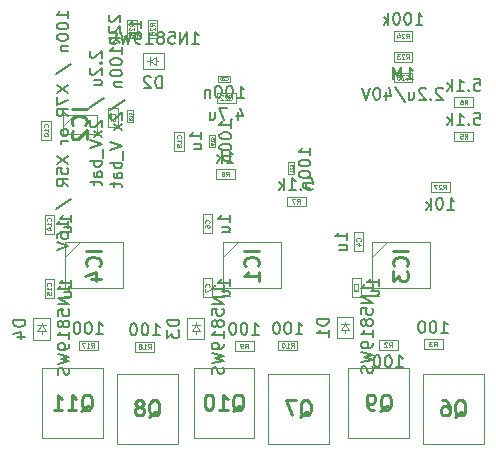
<source format=gbr>
%TF.GenerationSoftware,KiCad,Pcbnew,9.0.0*%
%TF.CreationDate,2025-04-09T22:07:23+02:00*%
%TF.ProjectId,ESC,4553432e-6b69-4636-9164-5f7063625858,rev?*%
%TF.SameCoordinates,Original*%
%TF.FileFunction,AssemblyDrawing,Bot*%
%FSLAX45Y45*%
G04 Gerber Fmt 4.5, Leading zero omitted, Abs format (unit mm)*
G04 Created by KiCad (PCBNEW 9.0.0) date 2025-04-09 22:07:23*
%MOMM*%
%LPD*%
G01*
G04 APERTURE LIST*
%ADD10C,0.150000*%
%ADD11C,0.060000*%
%ADD12C,0.254000*%
%ADD13C,0.040000*%
%ADD14C,0.100000*%
G04 APERTURE END LIST*
D10*
X5068482Y-4463333D02*
X5068482Y-4406191D01*
X5068482Y-4434762D02*
X4968482Y-4434762D01*
X4968482Y-4434762D02*
X4982768Y-4425238D01*
X4982768Y-4425238D02*
X4992291Y-4415714D01*
X4992291Y-4415714D02*
X4997053Y-4406191D01*
X5001815Y-4549048D02*
X5068482Y-4549048D01*
X5001815Y-4506191D02*
X5054196Y-4506191D01*
X5054196Y-4506191D02*
X5063720Y-4510952D01*
X5063720Y-4510952D02*
X5068482Y-4520476D01*
X5068482Y-4520476D02*
X5068482Y-4534762D01*
X5068482Y-4534762D02*
X5063720Y-4544286D01*
X5063720Y-4544286D02*
X5058958Y-4549048D01*
D11*
X4894383Y-4473333D02*
X4896288Y-4471429D01*
X4896288Y-4471429D02*
X4898193Y-4465714D01*
X4898193Y-4465714D02*
X4898193Y-4461905D01*
X4898193Y-4461905D02*
X4896288Y-4456190D01*
X4896288Y-4456190D02*
X4892478Y-4452381D01*
X4892478Y-4452381D02*
X4888669Y-4450476D01*
X4888669Y-4450476D02*
X4881050Y-4448571D01*
X4881050Y-4448571D02*
X4875336Y-4448571D01*
X4875336Y-4448571D02*
X4867717Y-4450476D01*
X4867717Y-4450476D02*
X4863907Y-4452381D01*
X4863907Y-4452381D02*
X4860098Y-4456190D01*
X4860098Y-4456190D02*
X4858193Y-4461905D01*
X4858193Y-4461905D02*
X4858193Y-4465714D01*
X4858193Y-4465714D02*
X4860098Y-4471429D01*
X4860098Y-4471429D02*
X4862002Y-4473333D01*
X4858193Y-4486667D02*
X4858193Y-4511429D01*
X4858193Y-4511429D02*
X4873431Y-4498095D01*
X4873431Y-4498095D02*
X4873431Y-4503810D01*
X4873431Y-4503810D02*
X4875336Y-4507619D01*
X4875336Y-4507619D02*
X4877240Y-4509524D01*
X4877240Y-4509524D02*
X4881050Y-4511429D01*
X4881050Y-4511429D02*
X4890574Y-4511429D01*
X4890574Y-4511429D02*
X4894383Y-4509524D01*
X4894383Y-4509524D02*
X4896288Y-4507619D01*
X4896288Y-4507619D02*
X4898193Y-4503810D01*
X4898193Y-4503810D02*
X4898193Y-4492381D01*
X4898193Y-4492381D02*
X4896288Y-4488571D01*
X4896288Y-4488571D02*
X4894383Y-4486667D01*
D12*
X4402095Y-5574327D02*
X4414190Y-5568279D01*
X4414190Y-5568279D02*
X4426286Y-5556184D01*
X4426286Y-5556184D02*
X4444429Y-5538041D01*
X4444429Y-5538041D02*
X4456524Y-5531994D01*
X4456524Y-5531994D02*
X4468619Y-5531994D01*
X4462571Y-5562232D02*
X4474667Y-5556184D01*
X4474667Y-5556184D02*
X4486762Y-5544089D01*
X4486762Y-5544089D02*
X4492810Y-5519898D01*
X4492810Y-5519898D02*
X4492810Y-5477565D01*
X4492810Y-5477565D02*
X4486762Y-5453375D01*
X4486762Y-5453375D02*
X4474667Y-5441279D01*
X4474667Y-5441279D02*
X4462571Y-5435232D01*
X4462571Y-5435232D02*
X4438381Y-5435232D01*
X4438381Y-5435232D02*
X4426286Y-5441279D01*
X4426286Y-5441279D02*
X4414190Y-5453375D01*
X4414190Y-5453375D02*
X4408143Y-5477565D01*
X4408143Y-5477565D02*
X4408143Y-5519898D01*
X4408143Y-5519898D02*
X4414190Y-5544089D01*
X4414190Y-5544089D02*
X4426286Y-5556184D01*
X4426286Y-5556184D02*
X4438381Y-5562232D01*
X4438381Y-5562232D02*
X4462571Y-5562232D01*
X4365810Y-5435232D02*
X4281143Y-5435232D01*
X4281143Y-5435232D02*
X4335571Y-5562232D01*
D10*
X4458095Y-3552482D02*
X4505714Y-3552482D01*
X4505714Y-3552482D02*
X4510476Y-3600101D01*
X4510476Y-3600101D02*
X4505714Y-3595339D01*
X4505714Y-3595339D02*
X4496190Y-3590577D01*
X4496190Y-3590577D02*
X4472381Y-3590577D01*
X4472381Y-3590577D02*
X4462857Y-3595339D01*
X4462857Y-3595339D02*
X4458095Y-3600101D01*
X4458095Y-3600101D02*
X4453333Y-3609625D01*
X4453333Y-3609625D02*
X4453333Y-3633434D01*
X4453333Y-3633434D02*
X4458095Y-3642958D01*
X4458095Y-3642958D02*
X4462857Y-3647720D01*
X4462857Y-3647720D02*
X4472381Y-3652482D01*
X4472381Y-3652482D02*
X4496190Y-3652482D01*
X4496190Y-3652482D02*
X4505714Y-3647720D01*
X4505714Y-3647720D02*
X4510476Y-3642958D01*
X4410476Y-3642958D02*
X4405714Y-3647720D01*
X4405714Y-3647720D02*
X4410476Y-3652482D01*
X4410476Y-3652482D02*
X4415238Y-3647720D01*
X4415238Y-3647720D02*
X4410476Y-3642958D01*
X4410476Y-3642958D02*
X4410476Y-3652482D01*
X4310476Y-3652482D02*
X4367619Y-3652482D01*
X4339048Y-3652482D02*
X4339048Y-3552482D01*
X4339048Y-3552482D02*
X4348571Y-3566768D01*
X4348571Y-3566768D02*
X4358095Y-3576291D01*
X4358095Y-3576291D02*
X4367619Y-3581053D01*
X4267619Y-3652482D02*
X4267619Y-3552482D01*
X4258095Y-3614387D02*
X4229524Y-3652482D01*
X4229524Y-3585815D02*
X4267619Y-3623910D01*
D11*
X4376667Y-3768193D02*
X4390000Y-3749145D01*
X4399524Y-3768193D02*
X4399524Y-3728193D01*
X4399524Y-3728193D02*
X4384286Y-3728193D01*
X4384286Y-3728193D02*
X4380476Y-3730097D01*
X4380476Y-3730097D02*
X4378571Y-3732002D01*
X4378571Y-3732002D02*
X4376667Y-3735812D01*
X4376667Y-3735812D02*
X4376667Y-3741526D01*
X4376667Y-3741526D02*
X4378571Y-3745336D01*
X4378571Y-3745336D02*
X4380476Y-3747240D01*
X4380476Y-3747240D02*
X4384286Y-3749145D01*
X4384286Y-3749145D02*
X4399524Y-3749145D01*
X4363333Y-3728193D02*
X4336667Y-3728193D01*
X4336667Y-3728193D02*
X4353810Y-3768193D01*
D10*
X2633006Y-2478095D02*
X2628244Y-2482857D01*
X2628244Y-2482857D02*
X2623482Y-2492381D01*
X2623482Y-2492381D02*
X2623482Y-2516190D01*
X2623482Y-2516190D02*
X2628244Y-2525714D01*
X2628244Y-2525714D02*
X2633006Y-2530476D01*
X2633006Y-2530476D02*
X2642530Y-2535238D01*
X2642530Y-2535238D02*
X2652053Y-2535238D01*
X2652053Y-2535238D02*
X2666339Y-2530476D01*
X2666339Y-2530476D02*
X2723482Y-2473333D01*
X2723482Y-2473333D02*
X2723482Y-2535238D01*
X2713958Y-2578095D02*
X2718720Y-2582857D01*
X2718720Y-2582857D02*
X2723482Y-2578095D01*
X2723482Y-2578095D02*
X2718720Y-2573333D01*
X2718720Y-2573333D02*
X2713958Y-2578095D01*
X2713958Y-2578095D02*
X2723482Y-2578095D01*
X2633006Y-2620952D02*
X2628244Y-2625714D01*
X2628244Y-2625714D02*
X2623482Y-2635238D01*
X2623482Y-2635238D02*
X2623482Y-2659048D01*
X2623482Y-2659048D02*
X2628244Y-2668571D01*
X2628244Y-2668571D02*
X2633006Y-2673333D01*
X2633006Y-2673333D02*
X2642530Y-2678095D01*
X2642530Y-2678095D02*
X2652053Y-2678095D01*
X2652053Y-2678095D02*
X2666339Y-2673333D01*
X2666339Y-2673333D02*
X2723482Y-2616190D01*
X2723482Y-2616190D02*
X2723482Y-2678095D01*
X2656815Y-2763809D02*
X2723482Y-2763809D01*
X2656815Y-2720952D02*
X2709196Y-2720952D01*
X2709196Y-2720952D02*
X2718720Y-2725714D01*
X2718720Y-2725714D02*
X2723482Y-2735238D01*
X2723482Y-2735238D02*
X2723482Y-2749524D01*
X2723482Y-2749524D02*
X2718720Y-2759048D01*
X2718720Y-2759048D02*
X2713958Y-2763809D01*
X2618720Y-2959047D02*
X2747291Y-2873333D01*
X2633006Y-3063809D02*
X2628244Y-3068571D01*
X2628244Y-3068571D02*
X2623482Y-3078095D01*
X2623482Y-3078095D02*
X2623482Y-3101905D01*
X2623482Y-3101905D02*
X2628244Y-3111428D01*
X2628244Y-3111428D02*
X2633006Y-3116190D01*
X2633006Y-3116190D02*
X2642530Y-3120952D01*
X2642530Y-3120952D02*
X2652053Y-3120952D01*
X2652053Y-3120952D02*
X2666339Y-3116190D01*
X2666339Y-3116190D02*
X2723482Y-3059048D01*
X2723482Y-3059048D02*
X2723482Y-3120952D01*
X2723482Y-3154286D02*
X2656815Y-3206667D01*
X2656815Y-3154286D02*
X2723482Y-3206667D01*
X2623482Y-3230476D02*
X2723482Y-3263809D01*
X2723482Y-3263809D02*
X2623482Y-3297143D01*
X2733006Y-3306667D02*
X2733006Y-3382857D01*
X2723482Y-3406667D02*
X2623482Y-3406667D01*
X2661577Y-3406667D02*
X2656815Y-3416190D01*
X2656815Y-3416190D02*
X2656815Y-3435238D01*
X2656815Y-3435238D02*
X2661577Y-3444762D01*
X2661577Y-3444762D02*
X2666339Y-3449524D01*
X2666339Y-3449524D02*
X2675863Y-3454286D01*
X2675863Y-3454286D02*
X2704434Y-3454286D01*
X2704434Y-3454286D02*
X2713958Y-3449524D01*
X2713958Y-3449524D02*
X2718720Y-3444762D01*
X2718720Y-3444762D02*
X2723482Y-3435238D01*
X2723482Y-3435238D02*
X2723482Y-3416190D01*
X2723482Y-3416190D02*
X2718720Y-3406667D01*
X2723482Y-3540000D02*
X2671101Y-3540000D01*
X2671101Y-3540000D02*
X2661577Y-3535238D01*
X2661577Y-3535238D02*
X2656815Y-3525714D01*
X2656815Y-3525714D02*
X2656815Y-3506667D01*
X2656815Y-3506667D02*
X2661577Y-3497143D01*
X2718720Y-3540000D02*
X2723482Y-3530476D01*
X2723482Y-3530476D02*
X2723482Y-3506667D01*
X2723482Y-3506667D02*
X2718720Y-3497143D01*
X2718720Y-3497143D02*
X2709196Y-3492381D01*
X2709196Y-3492381D02*
X2699672Y-3492381D01*
X2699672Y-3492381D02*
X2690149Y-3497143D01*
X2690149Y-3497143D02*
X2685387Y-3506667D01*
X2685387Y-3506667D02*
X2685387Y-3530476D01*
X2685387Y-3530476D02*
X2680625Y-3540000D01*
X2656815Y-3573333D02*
X2656815Y-3611429D01*
X2623482Y-3587619D02*
X2709196Y-3587619D01*
X2709196Y-3587619D02*
X2718720Y-3592381D01*
X2718720Y-3592381D02*
X2723482Y-3601905D01*
X2723482Y-3601905D02*
X2723482Y-3611429D01*
D11*
X2835383Y-3033333D02*
X2837288Y-3031428D01*
X2837288Y-3031428D02*
X2839193Y-3025714D01*
X2839193Y-3025714D02*
X2839193Y-3021905D01*
X2839193Y-3021905D02*
X2837288Y-3016190D01*
X2837288Y-3016190D02*
X2833478Y-3012381D01*
X2833478Y-3012381D02*
X2829669Y-3010476D01*
X2829669Y-3010476D02*
X2822050Y-3008571D01*
X2822050Y-3008571D02*
X2816336Y-3008571D01*
X2816336Y-3008571D02*
X2808716Y-3010476D01*
X2808716Y-3010476D02*
X2804907Y-3012381D01*
X2804907Y-3012381D02*
X2801097Y-3016190D01*
X2801097Y-3016190D02*
X2799193Y-3021905D01*
X2799193Y-3021905D02*
X2799193Y-3025714D01*
X2799193Y-3025714D02*
X2801097Y-3031428D01*
X2801097Y-3031428D02*
X2803002Y-3033333D01*
X2799193Y-3069524D02*
X2799193Y-3050476D01*
X2799193Y-3050476D02*
X2818240Y-3048571D01*
X2818240Y-3048571D02*
X2816336Y-3050476D01*
X2816336Y-3050476D02*
X2814431Y-3054286D01*
X2814431Y-3054286D02*
X2814431Y-3063809D01*
X2814431Y-3063809D02*
X2816336Y-3067619D01*
X2816336Y-3067619D02*
X2818240Y-3069524D01*
X2818240Y-3069524D02*
X2822050Y-3071428D01*
X2822050Y-3071428D02*
X2831574Y-3071428D01*
X2831574Y-3071428D02*
X2835383Y-3069524D01*
X2835383Y-3069524D02*
X2837288Y-3067619D01*
X2837288Y-3067619D02*
X2839193Y-3063809D01*
X2839193Y-3063809D02*
X2839193Y-3054286D01*
X2839193Y-3054286D02*
X2837288Y-3050476D01*
X2837288Y-3050476D02*
X2835383Y-3048571D01*
D10*
X3057482Y-2278095D02*
X3057482Y-2220952D01*
X3057482Y-2249524D02*
X2957482Y-2249524D01*
X2957482Y-2249524D02*
X2971768Y-2240000D01*
X2971768Y-2240000D02*
X2981291Y-2230476D01*
X2981291Y-2230476D02*
X2986053Y-2220952D01*
X3057482Y-2320952D02*
X2957482Y-2320952D01*
X3019387Y-2330476D02*
X3057482Y-2359048D01*
X2990815Y-2359048D02*
X3028910Y-2320952D01*
D11*
X3173193Y-2264286D02*
X3154145Y-2250952D01*
X3173193Y-2241429D02*
X3133193Y-2241429D01*
X3133193Y-2241429D02*
X3133193Y-2256667D01*
X3133193Y-2256667D02*
X3135097Y-2260476D01*
X3135097Y-2260476D02*
X3137002Y-2262381D01*
X3137002Y-2262381D02*
X3140812Y-2264286D01*
X3140812Y-2264286D02*
X3146526Y-2264286D01*
X3146526Y-2264286D02*
X3150336Y-2262381D01*
X3150336Y-2262381D02*
X3152240Y-2260476D01*
X3152240Y-2260476D02*
X3154145Y-2256667D01*
X3154145Y-2256667D02*
X3154145Y-2241429D01*
X3137002Y-2279524D02*
X3135097Y-2281429D01*
X3135097Y-2281429D02*
X3133193Y-2285238D01*
X3133193Y-2285238D02*
X3133193Y-2294762D01*
X3133193Y-2294762D02*
X3135097Y-2298571D01*
X3135097Y-2298571D02*
X3137002Y-2300476D01*
X3137002Y-2300476D02*
X3140812Y-2302381D01*
X3140812Y-2302381D02*
X3144621Y-2302381D01*
X3144621Y-2302381D02*
X3150336Y-2300476D01*
X3150336Y-2300476D02*
X3173193Y-2277619D01*
X3173193Y-2277619D02*
X3173193Y-2302381D01*
X3133193Y-2336667D02*
X3133193Y-2329048D01*
X3133193Y-2329048D02*
X3135097Y-2325238D01*
X3135097Y-2325238D02*
X3137002Y-2323333D01*
X3137002Y-2323333D02*
X3142716Y-2319524D01*
X3142716Y-2319524D02*
X3150336Y-2317619D01*
X3150336Y-2317619D02*
X3165574Y-2317619D01*
X3165574Y-2317619D02*
X3169383Y-2319524D01*
X3169383Y-2319524D02*
X3171288Y-2321429D01*
X3171288Y-2321429D02*
X3173193Y-2325238D01*
X3173193Y-2325238D02*
X3173193Y-2332857D01*
X3173193Y-2332857D02*
X3171288Y-2336667D01*
X3171288Y-2336667D02*
X3169383Y-2338571D01*
X3169383Y-2338571D02*
X3165574Y-2340476D01*
X3165574Y-2340476D02*
X3156050Y-2340476D01*
X3156050Y-2340476D02*
X3152240Y-2338571D01*
X3152240Y-2338571D02*
X3150336Y-2336667D01*
X3150336Y-2336667D02*
X3148431Y-2332857D01*
X3148431Y-2332857D02*
X3148431Y-2325238D01*
X3148431Y-2325238D02*
X3150336Y-2321429D01*
X3150336Y-2321429D02*
X3152240Y-2319524D01*
X3152240Y-2319524D02*
X3156050Y-2317619D01*
D10*
X5878095Y-3002482D02*
X5925714Y-3002482D01*
X5925714Y-3002482D02*
X5930476Y-3050101D01*
X5930476Y-3050101D02*
X5925714Y-3045339D01*
X5925714Y-3045339D02*
X5916190Y-3040577D01*
X5916190Y-3040577D02*
X5892381Y-3040577D01*
X5892381Y-3040577D02*
X5882857Y-3045339D01*
X5882857Y-3045339D02*
X5878095Y-3050101D01*
X5878095Y-3050101D02*
X5873333Y-3059625D01*
X5873333Y-3059625D02*
X5873333Y-3083434D01*
X5873333Y-3083434D02*
X5878095Y-3092958D01*
X5878095Y-3092958D02*
X5882857Y-3097720D01*
X5882857Y-3097720D02*
X5892381Y-3102482D01*
X5892381Y-3102482D02*
X5916190Y-3102482D01*
X5916190Y-3102482D02*
X5925714Y-3097720D01*
X5925714Y-3097720D02*
X5930476Y-3092958D01*
X5830476Y-3092958D02*
X5825714Y-3097720D01*
X5825714Y-3097720D02*
X5830476Y-3102482D01*
X5830476Y-3102482D02*
X5835238Y-3097720D01*
X5835238Y-3097720D02*
X5830476Y-3092958D01*
X5830476Y-3092958D02*
X5830476Y-3102482D01*
X5730476Y-3102482D02*
X5787619Y-3102482D01*
X5759048Y-3102482D02*
X5759048Y-3002482D01*
X5759048Y-3002482D02*
X5768571Y-3016768D01*
X5768571Y-3016768D02*
X5778095Y-3026291D01*
X5778095Y-3026291D02*
X5787619Y-3031053D01*
X5687619Y-3102482D02*
X5687619Y-3002482D01*
X5678095Y-3064387D02*
X5649524Y-3102482D01*
X5649524Y-3035815D02*
X5687619Y-3073910D01*
D11*
X5796667Y-3218193D02*
X5810000Y-3199145D01*
X5819524Y-3218193D02*
X5819524Y-3178193D01*
X5819524Y-3178193D02*
X5804286Y-3178193D01*
X5804286Y-3178193D02*
X5800476Y-3180097D01*
X5800476Y-3180097D02*
X5798571Y-3182002D01*
X5798571Y-3182002D02*
X5796667Y-3185812D01*
X5796667Y-3185812D02*
X5796667Y-3191526D01*
X5796667Y-3191526D02*
X5798571Y-3195336D01*
X5798571Y-3195336D02*
X5800476Y-3197240D01*
X5800476Y-3197240D02*
X5804286Y-3199145D01*
X5804286Y-3199145D02*
X5819524Y-3199145D01*
X5760476Y-3178193D02*
X5779524Y-3178193D01*
X5779524Y-3178193D02*
X5781428Y-3197240D01*
X5781428Y-3197240D02*
X5779524Y-3195336D01*
X5779524Y-3195336D02*
X5775714Y-3193431D01*
X5775714Y-3193431D02*
X5766190Y-3193431D01*
X5766190Y-3193431D02*
X5762381Y-3195336D01*
X5762381Y-3195336D02*
X5760476Y-3197240D01*
X5760476Y-3197240D02*
X5758571Y-3201050D01*
X5758571Y-3201050D02*
X5758571Y-3210574D01*
X5758571Y-3210574D02*
X5760476Y-3214383D01*
X5760476Y-3214383D02*
X5762381Y-3216288D01*
X5762381Y-3216288D02*
X5766190Y-3218193D01*
X5766190Y-3218193D02*
X5775714Y-3218193D01*
X5775714Y-3218193D02*
X5779524Y-3216288D01*
X5779524Y-3216288D02*
X5781428Y-3214383D01*
D10*
X2468482Y-4473333D02*
X2468482Y-4416191D01*
X2468482Y-4444762D02*
X2368482Y-4444762D01*
X2368482Y-4444762D02*
X2382768Y-4435238D01*
X2382768Y-4435238D02*
X2392291Y-4425714D01*
X2392291Y-4425714D02*
X2397053Y-4416191D01*
X2401815Y-4559048D02*
X2468482Y-4559048D01*
X2401815Y-4516191D02*
X2454196Y-4516191D01*
X2454196Y-4516191D02*
X2463720Y-4520952D01*
X2463720Y-4520952D02*
X2468482Y-4530476D01*
X2468482Y-4530476D02*
X2468482Y-4544762D01*
X2468482Y-4544762D02*
X2463720Y-4554286D01*
X2463720Y-4554286D02*
X2458958Y-4559048D01*
D11*
X2294383Y-4464286D02*
X2296288Y-4462381D01*
X2296288Y-4462381D02*
X2298193Y-4456667D01*
X2298193Y-4456667D02*
X2298193Y-4452857D01*
X2298193Y-4452857D02*
X2296288Y-4447143D01*
X2296288Y-4447143D02*
X2292478Y-4443333D01*
X2292478Y-4443333D02*
X2288669Y-4441429D01*
X2288669Y-4441429D02*
X2281050Y-4439524D01*
X2281050Y-4439524D02*
X2275336Y-4439524D01*
X2275336Y-4439524D02*
X2267717Y-4441429D01*
X2267717Y-4441429D02*
X2263907Y-4443333D01*
X2263907Y-4443333D02*
X2260098Y-4447143D01*
X2260098Y-4447143D02*
X2258193Y-4452857D01*
X2258193Y-4452857D02*
X2258193Y-4456667D01*
X2258193Y-4456667D02*
X2260098Y-4462381D01*
X2260098Y-4462381D02*
X2262002Y-4464286D01*
X2298193Y-4502381D02*
X2298193Y-4479524D01*
X2298193Y-4490952D02*
X2258193Y-4490952D01*
X2258193Y-4490952D02*
X2263907Y-4487143D01*
X2263907Y-4487143D02*
X2267717Y-4483333D01*
X2267717Y-4483333D02*
X2269621Y-4479524D01*
X2258193Y-4538571D02*
X2258193Y-4519524D01*
X2258193Y-4519524D02*
X2277240Y-4517619D01*
X2277240Y-4517619D02*
X2275336Y-4519524D01*
X2275336Y-4519524D02*
X2273431Y-4523333D01*
X2273431Y-4523333D02*
X2273431Y-4532857D01*
X2273431Y-4532857D02*
X2275336Y-4536667D01*
X2275336Y-4536667D02*
X2277240Y-4538571D01*
X2277240Y-4538571D02*
X2281050Y-4540476D01*
X2281050Y-4540476D02*
X2290574Y-4540476D01*
X2290574Y-4540476D02*
X2294383Y-4538571D01*
X2294383Y-4538571D02*
X2296288Y-4536667D01*
X2296288Y-4536667D02*
X2298193Y-4532857D01*
X2298193Y-4532857D02*
X2298193Y-4523333D01*
X2298193Y-4523333D02*
X2296288Y-4519524D01*
X2296288Y-4519524D02*
X2294383Y-4517619D01*
D10*
X3489048Y-2415482D02*
X3546190Y-2415482D01*
X3517619Y-2415482D02*
X3517619Y-2315482D01*
X3517619Y-2315482D02*
X3527143Y-2329768D01*
X3527143Y-2329768D02*
X3536667Y-2339291D01*
X3536667Y-2339291D02*
X3546190Y-2344053D01*
X3446190Y-2415482D02*
X3446190Y-2315482D01*
X3446190Y-2315482D02*
X3389048Y-2415482D01*
X3389048Y-2415482D02*
X3389048Y-2315482D01*
X3293809Y-2315482D02*
X3341428Y-2315482D01*
X3341428Y-2315482D02*
X3346190Y-2363101D01*
X3346190Y-2363101D02*
X3341428Y-2358339D01*
X3341428Y-2358339D02*
X3331905Y-2353577D01*
X3331905Y-2353577D02*
X3308095Y-2353577D01*
X3308095Y-2353577D02*
X3298571Y-2358339D01*
X3298571Y-2358339D02*
X3293809Y-2363101D01*
X3293809Y-2363101D02*
X3289048Y-2372625D01*
X3289048Y-2372625D02*
X3289048Y-2396434D01*
X3289048Y-2396434D02*
X3293809Y-2405958D01*
X3293809Y-2405958D02*
X3298571Y-2410720D01*
X3298571Y-2410720D02*
X3308095Y-2415482D01*
X3308095Y-2415482D02*
X3331905Y-2415482D01*
X3331905Y-2415482D02*
X3341428Y-2410720D01*
X3341428Y-2410720D02*
X3346190Y-2405958D01*
X3231905Y-2358339D02*
X3241428Y-2353577D01*
X3241428Y-2353577D02*
X3246190Y-2348815D01*
X3246190Y-2348815D02*
X3250952Y-2339291D01*
X3250952Y-2339291D02*
X3250952Y-2334530D01*
X3250952Y-2334530D02*
X3246190Y-2325006D01*
X3246190Y-2325006D02*
X3241428Y-2320244D01*
X3241428Y-2320244D02*
X3231905Y-2315482D01*
X3231905Y-2315482D02*
X3212857Y-2315482D01*
X3212857Y-2315482D02*
X3203333Y-2320244D01*
X3203333Y-2320244D02*
X3198571Y-2325006D01*
X3198571Y-2325006D02*
X3193809Y-2334530D01*
X3193809Y-2334530D02*
X3193809Y-2339291D01*
X3193809Y-2339291D02*
X3198571Y-2348815D01*
X3198571Y-2348815D02*
X3203333Y-2353577D01*
X3203333Y-2353577D02*
X3212857Y-2358339D01*
X3212857Y-2358339D02*
X3231905Y-2358339D01*
X3231905Y-2358339D02*
X3241428Y-2363101D01*
X3241428Y-2363101D02*
X3246190Y-2367863D01*
X3246190Y-2367863D02*
X3250952Y-2377387D01*
X3250952Y-2377387D02*
X3250952Y-2396434D01*
X3250952Y-2396434D02*
X3246190Y-2405958D01*
X3246190Y-2405958D02*
X3241428Y-2410720D01*
X3241428Y-2410720D02*
X3231905Y-2415482D01*
X3231905Y-2415482D02*
X3212857Y-2415482D01*
X3212857Y-2415482D02*
X3203333Y-2410720D01*
X3203333Y-2410720D02*
X3198571Y-2405958D01*
X3198571Y-2405958D02*
X3193809Y-2396434D01*
X3193809Y-2396434D02*
X3193809Y-2377387D01*
X3193809Y-2377387D02*
X3198571Y-2367863D01*
X3198571Y-2367863D02*
X3203333Y-2363101D01*
X3203333Y-2363101D02*
X3212857Y-2358339D01*
X3098571Y-2415482D02*
X3155714Y-2415482D01*
X3127143Y-2415482D02*
X3127143Y-2315482D01*
X3127143Y-2315482D02*
X3136667Y-2329768D01*
X3136667Y-2329768D02*
X3146190Y-2339291D01*
X3146190Y-2339291D02*
X3155714Y-2344053D01*
X3050952Y-2415482D02*
X3031905Y-2415482D01*
X3031905Y-2415482D02*
X3022381Y-2410720D01*
X3022381Y-2410720D02*
X3017619Y-2405958D01*
X3017619Y-2405958D02*
X3008095Y-2391672D01*
X3008095Y-2391672D02*
X3003333Y-2372625D01*
X3003333Y-2372625D02*
X3003333Y-2334530D01*
X3003333Y-2334530D02*
X3008095Y-2325006D01*
X3008095Y-2325006D02*
X3012857Y-2320244D01*
X3012857Y-2320244D02*
X3022381Y-2315482D01*
X3022381Y-2315482D02*
X3041428Y-2315482D01*
X3041428Y-2315482D02*
X3050952Y-2320244D01*
X3050952Y-2320244D02*
X3055714Y-2325006D01*
X3055714Y-2325006D02*
X3060476Y-2334530D01*
X3060476Y-2334530D02*
X3060476Y-2358339D01*
X3060476Y-2358339D02*
X3055714Y-2367863D01*
X3055714Y-2367863D02*
X3050952Y-2372625D01*
X3050952Y-2372625D02*
X3041428Y-2377387D01*
X3041428Y-2377387D02*
X3022381Y-2377387D01*
X3022381Y-2377387D02*
X3012857Y-2372625D01*
X3012857Y-2372625D02*
X3008095Y-2367863D01*
X3008095Y-2367863D02*
X3003333Y-2358339D01*
X2970000Y-2315482D02*
X2946190Y-2415482D01*
X2946190Y-2415482D02*
X2927143Y-2344053D01*
X2927143Y-2344053D02*
X2908095Y-2415482D01*
X2908095Y-2415482D02*
X2884286Y-2315482D01*
X2850952Y-2410720D02*
X2836667Y-2415482D01*
X2836667Y-2415482D02*
X2812857Y-2415482D01*
X2812857Y-2415482D02*
X2803333Y-2410720D01*
X2803333Y-2410720D02*
X2798571Y-2405958D01*
X2798571Y-2405958D02*
X2793810Y-2396434D01*
X2793810Y-2396434D02*
X2793810Y-2386910D01*
X2793810Y-2386910D02*
X2798571Y-2377387D01*
X2798571Y-2377387D02*
X2803333Y-2372625D01*
X2803333Y-2372625D02*
X2812857Y-2367863D01*
X2812857Y-2367863D02*
X2831905Y-2363101D01*
X2831905Y-2363101D02*
X2841428Y-2358339D01*
X2841428Y-2358339D02*
X2846190Y-2353577D01*
X2846190Y-2353577D02*
X2850952Y-2344053D01*
X2850952Y-2344053D02*
X2850952Y-2334530D01*
X2850952Y-2334530D02*
X2846190Y-2325006D01*
X2846190Y-2325006D02*
X2841428Y-2320244D01*
X2841428Y-2320244D02*
X2831905Y-2315482D01*
X2831905Y-2315482D02*
X2808095Y-2315482D01*
X2808095Y-2315482D02*
X2793810Y-2320244D01*
X3233809Y-2790482D02*
X3233809Y-2690482D01*
X3233809Y-2690482D02*
X3210000Y-2690482D01*
X3210000Y-2690482D02*
X3195714Y-2695244D01*
X3195714Y-2695244D02*
X3186190Y-2704768D01*
X3186190Y-2704768D02*
X3181428Y-2714291D01*
X3181428Y-2714291D02*
X3176667Y-2733339D01*
X3176667Y-2733339D02*
X3176667Y-2747625D01*
X3176667Y-2747625D02*
X3181428Y-2766672D01*
X3181428Y-2766672D02*
X3186190Y-2776196D01*
X3186190Y-2776196D02*
X3195714Y-2785720D01*
X3195714Y-2785720D02*
X3210000Y-2790482D01*
X3210000Y-2790482D02*
X3233809Y-2790482D01*
X3138571Y-2700006D02*
X3133809Y-2695244D01*
X3133809Y-2695244D02*
X3124286Y-2690482D01*
X3124286Y-2690482D02*
X3100476Y-2690482D01*
X3100476Y-2690482D02*
X3090952Y-2695244D01*
X3090952Y-2695244D02*
X3086190Y-2700006D01*
X3086190Y-2700006D02*
X3081428Y-2709530D01*
X3081428Y-2709530D02*
X3081428Y-2719053D01*
X3081428Y-2719053D02*
X3086190Y-2733339D01*
X3086190Y-2733339D02*
X3143333Y-2790482D01*
X3143333Y-2790482D02*
X3081428Y-2790482D01*
X4491482Y-3358095D02*
X4491482Y-3300952D01*
X4491482Y-3329524D02*
X4391482Y-3329524D01*
X4391482Y-3329524D02*
X4405768Y-3320000D01*
X4405768Y-3320000D02*
X4415291Y-3310476D01*
X4415291Y-3310476D02*
X4420053Y-3300952D01*
X4391482Y-3420000D02*
X4391482Y-3429524D01*
X4391482Y-3429524D02*
X4396244Y-3439048D01*
X4396244Y-3439048D02*
X4401006Y-3443809D01*
X4401006Y-3443809D02*
X4410530Y-3448571D01*
X4410530Y-3448571D02*
X4429577Y-3453333D01*
X4429577Y-3453333D02*
X4453387Y-3453333D01*
X4453387Y-3453333D02*
X4472434Y-3448571D01*
X4472434Y-3448571D02*
X4481958Y-3443809D01*
X4481958Y-3443809D02*
X4486720Y-3439048D01*
X4486720Y-3439048D02*
X4491482Y-3429524D01*
X4491482Y-3429524D02*
X4491482Y-3420000D01*
X4491482Y-3420000D02*
X4486720Y-3410476D01*
X4486720Y-3410476D02*
X4481958Y-3405714D01*
X4481958Y-3405714D02*
X4472434Y-3400952D01*
X4472434Y-3400952D02*
X4453387Y-3396190D01*
X4453387Y-3396190D02*
X4429577Y-3396190D01*
X4429577Y-3396190D02*
X4410530Y-3400952D01*
X4410530Y-3400952D02*
X4401006Y-3405714D01*
X4401006Y-3405714D02*
X4396244Y-3410476D01*
X4396244Y-3410476D02*
X4391482Y-3420000D01*
X4391482Y-3515238D02*
X4391482Y-3524762D01*
X4391482Y-3524762D02*
X4396244Y-3534286D01*
X4396244Y-3534286D02*
X4401006Y-3539048D01*
X4401006Y-3539048D02*
X4410530Y-3543809D01*
X4410530Y-3543809D02*
X4429577Y-3548571D01*
X4429577Y-3548571D02*
X4453387Y-3548571D01*
X4453387Y-3548571D02*
X4472434Y-3543809D01*
X4472434Y-3543809D02*
X4481958Y-3539048D01*
X4481958Y-3539048D02*
X4486720Y-3534286D01*
X4486720Y-3534286D02*
X4491482Y-3524762D01*
X4491482Y-3524762D02*
X4491482Y-3515238D01*
X4491482Y-3515238D02*
X4486720Y-3505714D01*
X4486720Y-3505714D02*
X4481958Y-3500952D01*
X4481958Y-3500952D02*
X4472434Y-3496190D01*
X4472434Y-3496190D02*
X4453387Y-3491429D01*
X4453387Y-3491429D02*
X4429577Y-3491429D01*
X4429577Y-3491429D02*
X4410530Y-3496190D01*
X4410530Y-3496190D02*
X4401006Y-3500952D01*
X4401006Y-3500952D02*
X4396244Y-3505714D01*
X4396244Y-3505714D02*
X4391482Y-3515238D01*
X4424815Y-3591429D02*
X4491482Y-3591429D01*
X4434339Y-3591429D02*
X4429577Y-3596190D01*
X4429577Y-3596190D02*
X4424815Y-3605714D01*
X4424815Y-3605714D02*
X4424815Y-3620000D01*
X4424815Y-3620000D02*
X4429577Y-3629524D01*
X4429577Y-3629524D02*
X4439101Y-3634286D01*
X4439101Y-3634286D02*
X4491482Y-3634286D01*
D13*
X4338977Y-3453928D02*
X4340167Y-3452738D01*
X4340167Y-3452738D02*
X4341357Y-3449167D01*
X4341357Y-3449167D02*
X4341357Y-3446786D01*
X4341357Y-3446786D02*
X4340167Y-3443214D01*
X4340167Y-3443214D02*
X4337786Y-3440833D01*
X4337786Y-3440833D02*
X4335405Y-3439643D01*
X4335405Y-3439643D02*
X4330643Y-3438452D01*
X4330643Y-3438452D02*
X4327072Y-3438452D01*
X4327072Y-3438452D02*
X4322310Y-3439643D01*
X4322310Y-3439643D02*
X4319929Y-3440833D01*
X4319929Y-3440833D02*
X4317548Y-3443214D01*
X4317548Y-3443214D02*
X4316357Y-3446786D01*
X4316357Y-3446786D02*
X4316357Y-3449167D01*
X4316357Y-3449167D02*
X4317548Y-3452738D01*
X4317548Y-3452738D02*
X4318738Y-3453928D01*
X4318738Y-3463452D02*
X4317548Y-3464643D01*
X4317548Y-3464643D02*
X4316357Y-3467024D01*
X4316357Y-3467024D02*
X4316357Y-3472976D01*
X4316357Y-3472976D02*
X4317548Y-3475357D01*
X4317548Y-3475357D02*
X4318738Y-3476548D01*
X4318738Y-3476548D02*
X4321119Y-3477738D01*
X4321119Y-3477738D02*
X4323500Y-3477738D01*
X4323500Y-3477738D02*
X4327072Y-3476548D01*
X4327072Y-3476548D02*
X4341357Y-3462262D01*
X4341357Y-3462262D02*
X4341357Y-3477738D01*
X4341357Y-3501548D02*
X4341357Y-3487262D01*
X4341357Y-3494405D02*
X4316357Y-3494405D01*
X4316357Y-3494405D02*
X4319929Y-3492024D01*
X4319929Y-3492024D02*
X4322310Y-3489643D01*
X4322310Y-3489643D02*
X4323500Y-3487262D01*
D12*
X2717432Y-4166024D02*
X2590432Y-4166024D01*
X2705337Y-4299071D02*
X2711384Y-4293024D01*
X2711384Y-4293024D02*
X2717432Y-4274881D01*
X2717432Y-4274881D02*
X2717432Y-4262786D01*
X2717432Y-4262786D02*
X2711384Y-4244643D01*
X2711384Y-4244643D02*
X2699289Y-4232548D01*
X2699289Y-4232548D02*
X2687194Y-4226500D01*
X2687194Y-4226500D02*
X2663003Y-4220452D01*
X2663003Y-4220452D02*
X2644860Y-4220452D01*
X2644860Y-4220452D02*
X2620670Y-4226500D01*
X2620670Y-4226500D02*
X2608575Y-4232548D01*
X2608575Y-4232548D02*
X2596479Y-4244643D01*
X2596479Y-4244643D02*
X2590432Y-4262786D01*
X2590432Y-4262786D02*
X2590432Y-4274881D01*
X2590432Y-4274881D02*
X2596479Y-4293024D01*
X2596479Y-4293024D02*
X2602527Y-4299071D01*
X2632765Y-4407929D02*
X2717432Y-4407929D01*
X2584384Y-4377690D02*
X2675098Y-4347452D01*
X2675098Y-4347452D02*
X2675098Y-4426071D01*
X5082095Y-5524727D02*
X5094190Y-5518679D01*
X5094190Y-5518679D02*
X5106286Y-5506584D01*
X5106286Y-5506584D02*
X5124429Y-5488441D01*
X5124429Y-5488441D02*
X5136524Y-5482394D01*
X5136524Y-5482394D02*
X5148619Y-5482394D01*
X5142571Y-5512632D02*
X5154667Y-5506584D01*
X5154667Y-5506584D02*
X5166762Y-5494489D01*
X5166762Y-5494489D02*
X5172810Y-5470298D01*
X5172810Y-5470298D02*
X5172810Y-5427965D01*
X5172810Y-5427965D02*
X5166762Y-5403775D01*
X5166762Y-5403775D02*
X5154667Y-5391679D01*
X5154667Y-5391679D02*
X5142571Y-5385632D01*
X5142571Y-5385632D02*
X5118381Y-5385632D01*
X5118381Y-5385632D02*
X5106286Y-5391679D01*
X5106286Y-5391679D02*
X5094190Y-5403775D01*
X5094190Y-5403775D02*
X5088143Y-5427965D01*
X5088143Y-5427965D02*
X5088143Y-5470298D01*
X5088143Y-5470298D02*
X5094190Y-5494489D01*
X5094190Y-5494489D02*
X5106286Y-5506584D01*
X5106286Y-5506584D02*
X5118381Y-5512632D01*
X5118381Y-5512632D02*
X5142571Y-5512632D01*
X5027667Y-5512632D02*
X5003476Y-5512632D01*
X5003476Y-5512632D02*
X4991381Y-5506584D01*
X4991381Y-5506584D02*
X4985333Y-5500537D01*
X4985333Y-5500537D02*
X4973238Y-5482394D01*
X4973238Y-5482394D02*
X4967190Y-5458203D01*
X4967190Y-5458203D02*
X4967190Y-5409822D01*
X4967190Y-5409822D02*
X4973238Y-5397727D01*
X4973238Y-5397727D02*
X4979286Y-5391679D01*
X4979286Y-5391679D02*
X4991381Y-5385632D01*
X4991381Y-5385632D02*
X5015571Y-5385632D01*
X5015571Y-5385632D02*
X5027667Y-5391679D01*
X5027667Y-5391679D02*
X5033714Y-5397727D01*
X5033714Y-5397727D02*
X5039762Y-5409822D01*
X5039762Y-5409822D02*
X5039762Y-5440060D01*
X5039762Y-5440060D02*
X5033714Y-5452156D01*
X5033714Y-5452156D02*
X5027667Y-5458203D01*
X5027667Y-5458203D02*
X5015571Y-5464251D01*
X5015571Y-5464251D02*
X4991381Y-5464251D01*
X4991381Y-5464251D02*
X4979286Y-5458203D01*
X4979286Y-5458203D02*
X4973238Y-5452156D01*
X4973238Y-5452156D02*
X4967190Y-5440060D01*
D10*
X2442482Y-2197000D02*
X2442482Y-2139857D01*
X2442482Y-2168428D02*
X2342482Y-2168428D01*
X2342482Y-2168428D02*
X2356768Y-2158905D01*
X2356768Y-2158905D02*
X2366291Y-2149381D01*
X2366291Y-2149381D02*
X2371053Y-2139857D01*
X2342482Y-2258905D02*
X2342482Y-2268428D01*
X2342482Y-2268428D02*
X2347244Y-2277952D01*
X2347244Y-2277952D02*
X2352006Y-2282714D01*
X2352006Y-2282714D02*
X2361530Y-2287476D01*
X2361530Y-2287476D02*
X2380577Y-2292238D01*
X2380577Y-2292238D02*
X2404387Y-2292238D01*
X2404387Y-2292238D02*
X2423434Y-2287476D01*
X2423434Y-2287476D02*
X2432958Y-2282714D01*
X2432958Y-2282714D02*
X2437720Y-2277952D01*
X2437720Y-2277952D02*
X2442482Y-2268428D01*
X2442482Y-2268428D02*
X2442482Y-2258905D01*
X2442482Y-2258905D02*
X2437720Y-2249381D01*
X2437720Y-2249381D02*
X2432958Y-2244619D01*
X2432958Y-2244619D02*
X2423434Y-2239857D01*
X2423434Y-2239857D02*
X2404387Y-2235095D01*
X2404387Y-2235095D02*
X2380577Y-2235095D01*
X2380577Y-2235095D02*
X2361530Y-2239857D01*
X2361530Y-2239857D02*
X2352006Y-2244619D01*
X2352006Y-2244619D02*
X2347244Y-2249381D01*
X2347244Y-2249381D02*
X2342482Y-2258905D01*
X2342482Y-2354143D02*
X2342482Y-2363667D01*
X2342482Y-2363667D02*
X2347244Y-2373190D01*
X2347244Y-2373190D02*
X2352006Y-2377952D01*
X2352006Y-2377952D02*
X2361530Y-2382714D01*
X2361530Y-2382714D02*
X2380577Y-2387476D01*
X2380577Y-2387476D02*
X2404387Y-2387476D01*
X2404387Y-2387476D02*
X2423434Y-2382714D01*
X2423434Y-2382714D02*
X2432958Y-2377952D01*
X2432958Y-2377952D02*
X2437720Y-2373190D01*
X2437720Y-2373190D02*
X2442482Y-2363667D01*
X2442482Y-2363667D02*
X2442482Y-2354143D01*
X2442482Y-2354143D02*
X2437720Y-2344619D01*
X2437720Y-2344619D02*
X2432958Y-2339857D01*
X2432958Y-2339857D02*
X2423434Y-2335095D01*
X2423434Y-2335095D02*
X2404387Y-2330333D01*
X2404387Y-2330333D02*
X2380577Y-2330333D01*
X2380577Y-2330333D02*
X2361530Y-2335095D01*
X2361530Y-2335095D02*
X2352006Y-2339857D01*
X2352006Y-2339857D02*
X2347244Y-2344619D01*
X2347244Y-2344619D02*
X2342482Y-2354143D01*
X2375815Y-2430333D02*
X2442482Y-2430333D01*
X2385339Y-2430333D02*
X2380577Y-2435095D01*
X2380577Y-2435095D02*
X2375815Y-2444619D01*
X2375815Y-2444619D02*
X2375815Y-2458905D01*
X2375815Y-2458905D02*
X2380577Y-2468428D01*
X2380577Y-2468428D02*
X2390101Y-2473190D01*
X2390101Y-2473190D02*
X2442482Y-2473190D01*
X2337720Y-2668428D02*
X2466291Y-2582714D01*
X2342482Y-2768429D02*
X2442482Y-2835095D01*
X2342482Y-2835095D02*
X2442482Y-2768429D01*
X2342482Y-2863667D02*
X2342482Y-2930333D01*
X2342482Y-2930333D02*
X2442482Y-2887476D01*
X2442482Y-3025571D02*
X2394863Y-2992238D01*
X2442482Y-2968428D02*
X2342482Y-2968428D01*
X2342482Y-2968428D02*
X2342482Y-3006524D01*
X2342482Y-3006524D02*
X2347244Y-3016047D01*
X2347244Y-3016047D02*
X2352006Y-3020809D01*
X2352006Y-3020809D02*
X2361530Y-3025571D01*
X2361530Y-3025571D02*
X2375815Y-3025571D01*
X2375815Y-3025571D02*
X2385339Y-3020809D01*
X2385339Y-3020809D02*
X2390101Y-3016047D01*
X2390101Y-3016047D02*
X2394863Y-3006524D01*
X2394863Y-3006524D02*
X2394863Y-2968428D01*
X2442482Y-3158905D02*
X2437720Y-3149381D01*
X2437720Y-3149381D02*
X2432958Y-3144619D01*
X2432958Y-3144619D02*
X2423434Y-3139857D01*
X2423434Y-3139857D02*
X2394863Y-3139857D01*
X2394863Y-3139857D02*
X2385339Y-3144619D01*
X2385339Y-3144619D02*
X2380577Y-3149381D01*
X2380577Y-3149381D02*
X2375815Y-3158905D01*
X2375815Y-3158905D02*
X2375815Y-3173190D01*
X2375815Y-3173190D02*
X2380577Y-3182714D01*
X2380577Y-3182714D02*
X2385339Y-3187476D01*
X2385339Y-3187476D02*
X2394863Y-3192238D01*
X2394863Y-3192238D02*
X2423434Y-3192238D01*
X2423434Y-3192238D02*
X2432958Y-3187476D01*
X2432958Y-3187476D02*
X2437720Y-3182714D01*
X2437720Y-3182714D02*
X2442482Y-3173190D01*
X2442482Y-3173190D02*
X2442482Y-3158905D01*
X2442482Y-3235095D02*
X2375815Y-3235095D01*
X2394863Y-3235095D02*
X2385339Y-3239857D01*
X2385339Y-3239857D02*
X2380577Y-3244619D01*
X2380577Y-3244619D02*
X2375815Y-3254143D01*
X2375815Y-3254143D02*
X2375815Y-3263667D01*
X2342482Y-3363667D02*
X2442482Y-3430333D01*
X2342482Y-3430333D02*
X2442482Y-3363667D01*
X2342482Y-3516048D02*
X2342482Y-3468429D01*
X2342482Y-3468429D02*
X2390101Y-3463667D01*
X2390101Y-3463667D02*
X2385339Y-3468429D01*
X2385339Y-3468429D02*
X2380577Y-3477952D01*
X2380577Y-3477952D02*
X2380577Y-3501762D01*
X2380577Y-3501762D02*
X2385339Y-3511286D01*
X2385339Y-3511286D02*
X2390101Y-3516048D01*
X2390101Y-3516048D02*
X2399625Y-3520809D01*
X2399625Y-3520809D02*
X2423434Y-3520809D01*
X2423434Y-3520809D02*
X2432958Y-3516048D01*
X2432958Y-3516048D02*
X2437720Y-3511286D01*
X2437720Y-3511286D02*
X2442482Y-3501762D01*
X2442482Y-3501762D02*
X2442482Y-3477952D01*
X2442482Y-3477952D02*
X2437720Y-3468429D01*
X2437720Y-3468429D02*
X2432958Y-3463667D01*
X2442482Y-3620809D02*
X2394863Y-3587476D01*
X2442482Y-3563667D02*
X2342482Y-3563667D01*
X2342482Y-3563667D02*
X2342482Y-3601762D01*
X2342482Y-3601762D02*
X2347244Y-3611286D01*
X2347244Y-3611286D02*
X2352006Y-3616048D01*
X2352006Y-3616048D02*
X2361530Y-3620809D01*
X2361530Y-3620809D02*
X2375815Y-3620809D01*
X2375815Y-3620809D02*
X2385339Y-3616048D01*
X2385339Y-3616048D02*
X2390101Y-3611286D01*
X2390101Y-3611286D02*
X2394863Y-3601762D01*
X2394863Y-3601762D02*
X2394863Y-3563667D01*
X2337720Y-3811286D02*
X2466291Y-3725571D01*
X2442482Y-3973190D02*
X2442482Y-3916048D01*
X2442482Y-3944619D02*
X2342482Y-3944619D01*
X2342482Y-3944619D02*
X2356768Y-3935095D01*
X2356768Y-3935095D02*
X2366291Y-3925571D01*
X2366291Y-3925571D02*
X2371053Y-3916048D01*
X2342482Y-4058905D02*
X2342482Y-4039857D01*
X2342482Y-4039857D02*
X2347244Y-4030333D01*
X2347244Y-4030333D02*
X2352006Y-4025571D01*
X2352006Y-4025571D02*
X2366291Y-4016048D01*
X2366291Y-4016048D02*
X2385339Y-4011286D01*
X2385339Y-4011286D02*
X2423434Y-4011286D01*
X2423434Y-4011286D02*
X2432958Y-4016048D01*
X2432958Y-4016048D02*
X2437720Y-4020810D01*
X2437720Y-4020810D02*
X2442482Y-4030333D01*
X2442482Y-4030333D02*
X2442482Y-4049381D01*
X2442482Y-4049381D02*
X2437720Y-4058905D01*
X2437720Y-4058905D02*
X2432958Y-4063667D01*
X2432958Y-4063667D02*
X2423434Y-4068429D01*
X2423434Y-4068429D02*
X2399625Y-4068429D01*
X2399625Y-4068429D02*
X2390101Y-4063667D01*
X2390101Y-4063667D02*
X2385339Y-4058905D01*
X2385339Y-4058905D02*
X2380577Y-4049381D01*
X2380577Y-4049381D02*
X2380577Y-4030333D01*
X2380577Y-4030333D02*
X2385339Y-4020810D01*
X2385339Y-4020810D02*
X2390101Y-4016048D01*
X2390101Y-4016048D02*
X2399625Y-4011286D01*
X2342482Y-4097000D02*
X2442482Y-4130333D01*
X2442482Y-4130333D02*
X2342482Y-4163667D01*
D11*
X2268383Y-3121286D02*
X2270288Y-3119381D01*
X2270288Y-3119381D02*
X2272193Y-3113667D01*
X2272193Y-3113667D02*
X2272193Y-3109857D01*
X2272193Y-3109857D02*
X2270288Y-3104143D01*
X2270288Y-3104143D02*
X2266478Y-3100333D01*
X2266478Y-3100333D02*
X2262669Y-3098429D01*
X2262669Y-3098429D02*
X2255050Y-3096524D01*
X2255050Y-3096524D02*
X2249336Y-3096524D01*
X2249336Y-3096524D02*
X2241717Y-3098429D01*
X2241717Y-3098429D02*
X2237907Y-3100333D01*
X2237907Y-3100333D02*
X2234098Y-3104143D01*
X2234098Y-3104143D02*
X2232193Y-3109857D01*
X2232193Y-3109857D02*
X2232193Y-3113667D01*
X2232193Y-3113667D02*
X2234098Y-3119381D01*
X2234098Y-3119381D02*
X2236002Y-3121286D01*
X2272193Y-3159381D02*
X2272193Y-3136524D01*
X2272193Y-3147952D02*
X2232193Y-3147952D01*
X2232193Y-3147952D02*
X2237907Y-3144143D01*
X2237907Y-3144143D02*
X2241717Y-3140333D01*
X2241717Y-3140333D02*
X2243621Y-3136524D01*
X2232193Y-3184143D02*
X2232193Y-3187952D01*
X2232193Y-3187952D02*
X2234098Y-3191762D01*
X2234098Y-3191762D02*
X2236002Y-3193667D01*
X2236002Y-3193667D02*
X2239812Y-3195571D01*
X2239812Y-3195571D02*
X2247431Y-3197476D01*
X2247431Y-3197476D02*
X2256955Y-3197476D01*
X2256955Y-3197476D02*
X2264574Y-3195571D01*
X2264574Y-3195571D02*
X2268383Y-3193667D01*
X2268383Y-3193667D02*
X2270288Y-3191762D01*
X2270288Y-3191762D02*
X2272193Y-3187952D01*
X2272193Y-3187952D02*
X2272193Y-3184143D01*
X2272193Y-3184143D02*
X2270288Y-3180333D01*
X2270288Y-3180333D02*
X2268383Y-3178428D01*
X2268383Y-3178428D02*
X2264574Y-3176524D01*
X2264574Y-3176524D02*
X2256955Y-3174619D01*
X2256955Y-3174619D02*
X2247431Y-3174619D01*
X2247431Y-3174619D02*
X2239812Y-3176524D01*
X2239812Y-3176524D02*
X2236002Y-3178428D01*
X2236002Y-3178428D02*
X2234098Y-3180333D01*
X2234098Y-3180333D02*
X2232193Y-3184143D01*
D10*
X3996667Y-4877482D02*
X4053809Y-4877482D01*
X4025238Y-4877482D02*
X4025238Y-4777482D01*
X4025238Y-4777482D02*
X4034762Y-4791768D01*
X4034762Y-4791768D02*
X4044286Y-4801291D01*
X4044286Y-4801291D02*
X4053809Y-4806053D01*
X3934762Y-4777482D02*
X3925238Y-4777482D01*
X3925238Y-4777482D02*
X3915714Y-4782244D01*
X3915714Y-4782244D02*
X3910952Y-4787006D01*
X3910952Y-4787006D02*
X3906190Y-4796530D01*
X3906190Y-4796530D02*
X3901428Y-4815577D01*
X3901428Y-4815577D02*
X3901428Y-4839387D01*
X3901428Y-4839387D02*
X3906190Y-4858434D01*
X3906190Y-4858434D02*
X3910952Y-4867958D01*
X3910952Y-4867958D02*
X3915714Y-4872720D01*
X3915714Y-4872720D02*
X3925238Y-4877482D01*
X3925238Y-4877482D02*
X3934762Y-4877482D01*
X3934762Y-4877482D02*
X3944286Y-4872720D01*
X3944286Y-4872720D02*
X3949047Y-4867958D01*
X3949047Y-4867958D02*
X3953809Y-4858434D01*
X3953809Y-4858434D02*
X3958571Y-4839387D01*
X3958571Y-4839387D02*
X3958571Y-4815577D01*
X3958571Y-4815577D02*
X3953809Y-4796530D01*
X3953809Y-4796530D02*
X3949047Y-4787006D01*
X3949047Y-4787006D02*
X3944286Y-4782244D01*
X3944286Y-4782244D02*
X3934762Y-4777482D01*
X3839524Y-4777482D02*
X3830000Y-4777482D01*
X3830000Y-4777482D02*
X3820476Y-4782244D01*
X3820476Y-4782244D02*
X3815714Y-4787006D01*
X3815714Y-4787006D02*
X3810952Y-4796530D01*
X3810952Y-4796530D02*
X3806190Y-4815577D01*
X3806190Y-4815577D02*
X3806190Y-4839387D01*
X3806190Y-4839387D02*
X3810952Y-4858434D01*
X3810952Y-4858434D02*
X3815714Y-4867958D01*
X3815714Y-4867958D02*
X3820476Y-4872720D01*
X3820476Y-4872720D02*
X3830000Y-4877482D01*
X3830000Y-4877482D02*
X3839524Y-4877482D01*
X3839524Y-4877482D02*
X3849047Y-4872720D01*
X3849047Y-4872720D02*
X3853809Y-4867958D01*
X3853809Y-4867958D02*
X3858571Y-4858434D01*
X3858571Y-4858434D02*
X3863333Y-4839387D01*
X3863333Y-4839387D02*
X3863333Y-4815577D01*
X3863333Y-4815577D02*
X3858571Y-4796530D01*
X3858571Y-4796530D02*
X3853809Y-4787006D01*
X3853809Y-4787006D02*
X3849047Y-4782244D01*
X3849047Y-4782244D02*
X3839524Y-4777482D01*
D11*
X3936667Y-4993193D02*
X3950000Y-4974145D01*
X3959524Y-4993193D02*
X3959524Y-4953193D01*
X3959524Y-4953193D02*
X3944286Y-4953193D01*
X3944286Y-4953193D02*
X3940476Y-4955098D01*
X3940476Y-4955098D02*
X3938571Y-4957002D01*
X3938571Y-4957002D02*
X3936667Y-4960812D01*
X3936667Y-4960812D02*
X3936667Y-4966526D01*
X3936667Y-4966526D02*
X3938571Y-4970336D01*
X3938571Y-4970336D02*
X3940476Y-4972240D01*
X3940476Y-4972240D02*
X3944286Y-4974145D01*
X3944286Y-4974145D02*
X3959524Y-4974145D01*
X3917619Y-4993193D02*
X3910000Y-4993193D01*
X3910000Y-4993193D02*
X3906190Y-4991288D01*
X3906190Y-4991288D02*
X3904286Y-4989383D01*
X3904286Y-4989383D02*
X3900476Y-4983669D01*
X3900476Y-4983669D02*
X3898571Y-4976050D01*
X3898571Y-4976050D02*
X3898571Y-4960812D01*
X3898571Y-4960812D02*
X3900476Y-4957002D01*
X3900476Y-4957002D02*
X3902381Y-4955098D01*
X3902381Y-4955098D02*
X3906190Y-4953193D01*
X3906190Y-4953193D02*
X3913809Y-4953193D01*
X3913809Y-4953193D02*
X3917619Y-4955098D01*
X3917619Y-4955098D02*
X3919524Y-4957002D01*
X3919524Y-4957002D02*
X3921428Y-4960812D01*
X3921428Y-4960812D02*
X3921428Y-4970336D01*
X3921428Y-4970336D02*
X3919524Y-4974145D01*
X3919524Y-4974145D02*
X3917619Y-4976050D01*
X3917619Y-4976050D02*
X3913809Y-4977955D01*
X3913809Y-4977955D02*
X3906190Y-4977955D01*
X3906190Y-4977955D02*
X3902381Y-4976050D01*
X3902381Y-4976050D02*
X3900476Y-4974145D01*
X3900476Y-4974145D02*
X3898571Y-4970336D01*
D10*
X2895482Y-2501428D02*
X2895482Y-2444286D01*
X2895482Y-2472857D02*
X2795482Y-2472857D01*
X2795482Y-2472857D02*
X2809768Y-2463333D01*
X2809768Y-2463333D02*
X2819291Y-2453809D01*
X2819291Y-2453809D02*
X2824053Y-2444286D01*
X2795482Y-2563333D02*
X2795482Y-2572857D01*
X2795482Y-2572857D02*
X2800244Y-2582381D01*
X2800244Y-2582381D02*
X2805006Y-2587143D01*
X2805006Y-2587143D02*
X2814529Y-2591905D01*
X2814529Y-2591905D02*
X2833577Y-2596667D01*
X2833577Y-2596667D02*
X2857387Y-2596667D01*
X2857387Y-2596667D02*
X2876434Y-2591905D01*
X2876434Y-2591905D02*
X2885958Y-2587143D01*
X2885958Y-2587143D02*
X2890720Y-2582381D01*
X2890720Y-2582381D02*
X2895482Y-2572857D01*
X2895482Y-2572857D02*
X2895482Y-2563333D01*
X2895482Y-2563333D02*
X2890720Y-2553809D01*
X2890720Y-2553809D02*
X2885958Y-2549048D01*
X2885958Y-2549048D02*
X2876434Y-2544286D01*
X2876434Y-2544286D02*
X2857387Y-2539524D01*
X2857387Y-2539524D02*
X2833577Y-2539524D01*
X2833577Y-2539524D02*
X2814529Y-2544286D01*
X2814529Y-2544286D02*
X2805006Y-2549048D01*
X2805006Y-2549048D02*
X2800244Y-2553809D01*
X2800244Y-2553809D02*
X2795482Y-2563333D01*
X2795482Y-2658571D02*
X2795482Y-2668095D01*
X2795482Y-2668095D02*
X2800244Y-2677619D01*
X2800244Y-2677619D02*
X2805006Y-2682381D01*
X2805006Y-2682381D02*
X2814529Y-2687143D01*
X2814529Y-2687143D02*
X2833577Y-2691905D01*
X2833577Y-2691905D02*
X2857387Y-2691905D01*
X2857387Y-2691905D02*
X2876434Y-2687143D01*
X2876434Y-2687143D02*
X2885958Y-2682381D01*
X2885958Y-2682381D02*
X2890720Y-2677619D01*
X2890720Y-2677619D02*
X2895482Y-2668095D01*
X2895482Y-2668095D02*
X2895482Y-2658571D01*
X2895482Y-2658571D02*
X2890720Y-2649048D01*
X2890720Y-2649048D02*
X2885958Y-2644286D01*
X2885958Y-2644286D02*
X2876434Y-2639524D01*
X2876434Y-2639524D02*
X2857387Y-2634762D01*
X2857387Y-2634762D02*
X2833577Y-2634762D01*
X2833577Y-2634762D02*
X2814529Y-2639524D01*
X2814529Y-2639524D02*
X2805006Y-2644286D01*
X2805006Y-2644286D02*
X2800244Y-2649048D01*
X2800244Y-2649048D02*
X2795482Y-2658571D01*
X2828815Y-2734762D02*
X2895482Y-2734762D01*
X2838339Y-2734762D02*
X2833577Y-2739524D01*
X2833577Y-2739524D02*
X2828815Y-2749048D01*
X2828815Y-2749048D02*
X2828815Y-2763333D01*
X2828815Y-2763333D02*
X2833577Y-2772857D01*
X2833577Y-2772857D02*
X2843101Y-2777619D01*
X2843101Y-2777619D02*
X2895482Y-2777619D01*
X2790720Y-2972857D02*
X2919291Y-2887143D01*
X2805006Y-3001428D02*
X2800244Y-3006190D01*
X2800244Y-3006190D02*
X2795482Y-3015714D01*
X2795482Y-3015714D02*
X2795482Y-3039524D01*
X2795482Y-3039524D02*
X2800244Y-3049047D01*
X2800244Y-3049047D02*
X2805006Y-3053809D01*
X2805006Y-3053809D02*
X2814529Y-3058571D01*
X2814529Y-3058571D02*
X2824053Y-3058571D01*
X2824053Y-3058571D02*
X2838339Y-3053809D01*
X2838339Y-3053809D02*
X2895482Y-2996667D01*
X2895482Y-2996667D02*
X2895482Y-3058571D01*
X2895482Y-3091905D02*
X2828815Y-3144286D01*
X2828815Y-3091905D02*
X2895482Y-3144286D01*
X2795482Y-3244286D02*
X2895482Y-3277619D01*
X2895482Y-3277619D02*
X2795482Y-3310952D01*
X2905006Y-3320476D02*
X2905006Y-3396667D01*
X2895482Y-3420476D02*
X2795482Y-3420476D01*
X2833577Y-3420476D02*
X2828815Y-3430000D01*
X2828815Y-3430000D02*
X2828815Y-3449048D01*
X2828815Y-3449048D02*
X2833577Y-3458571D01*
X2833577Y-3458571D02*
X2838339Y-3463333D01*
X2838339Y-3463333D02*
X2847863Y-3468095D01*
X2847863Y-3468095D02*
X2876434Y-3468095D01*
X2876434Y-3468095D02*
X2885958Y-3463333D01*
X2885958Y-3463333D02*
X2890720Y-3458571D01*
X2890720Y-3458571D02*
X2895482Y-3449048D01*
X2895482Y-3449048D02*
X2895482Y-3430000D01*
X2895482Y-3430000D02*
X2890720Y-3420476D01*
X2895482Y-3553809D02*
X2843101Y-3553809D01*
X2843101Y-3553809D02*
X2833577Y-3549048D01*
X2833577Y-3549048D02*
X2828815Y-3539524D01*
X2828815Y-3539524D02*
X2828815Y-3520476D01*
X2828815Y-3520476D02*
X2833577Y-3510952D01*
X2890720Y-3553809D02*
X2895482Y-3544286D01*
X2895482Y-3544286D02*
X2895482Y-3520476D01*
X2895482Y-3520476D02*
X2890720Y-3510952D01*
X2890720Y-3510952D02*
X2881196Y-3506190D01*
X2881196Y-3506190D02*
X2871672Y-3506190D01*
X2871672Y-3506190D02*
X2862148Y-3510952D01*
X2862148Y-3510952D02*
X2857387Y-3520476D01*
X2857387Y-3520476D02*
X2857387Y-3544286D01*
X2857387Y-3544286D02*
X2852625Y-3553809D01*
X2828815Y-3587143D02*
X2828815Y-3625238D01*
X2795482Y-3601429D02*
X2881196Y-3601429D01*
X2881196Y-3601429D02*
X2890720Y-3606190D01*
X2890720Y-3606190D02*
X2895482Y-3615714D01*
X2895482Y-3615714D02*
X2895482Y-3625238D01*
D13*
X2974976Y-3013928D02*
X2976167Y-3012738D01*
X2976167Y-3012738D02*
X2977357Y-3009167D01*
X2977357Y-3009167D02*
X2977357Y-3006786D01*
X2977357Y-3006786D02*
X2976167Y-3003214D01*
X2976167Y-3003214D02*
X2973786Y-3000833D01*
X2973786Y-3000833D02*
X2971405Y-2999643D01*
X2971405Y-2999643D02*
X2966643Y-2998452D01*
X2966643Y-2998452D02*
X2963072Y-2998452D01*
X2963072Y-2998452D02*
X2958310Y-2999643D01*
X2958310Y-2999643D02*
X2955929Y-3000833D01*
X2955929Y-3000833D02*
X2953548Y-3003214D01*
X2953548Y-3003214D02*
X2952357Y-3006786D01*
X2952357Y-3006786D02*
X2952357Y-3009167D01*
X2952357Y-3009167D02*
X2953548Y-3012738D01*
X2953548Y-3012738D02*
X2954738Y-3013928D01*
X2977357Y-3037738D02*
X2977357Y-3023452D01*
X2977357Y-3030595D02*
X2952357Y-3030595D01*
X2952357Y-3030595D02*
X2955929Y-3028214D01*
X2955929Y-3028214D02*
X2958310Y-3025833D01*
X2958310Y-3025833D02*
X2959500Y-3023452D01*
X2952357Y-3046071D02*
X2952357Y-3061548D01*
X2952357Y-3061548D02*
X2961881Y-3053214D01*
X2961881Y-3053214D02*
X2961881Y-3056786D01*
X2961881Y-3056786D02*
X2963072Y-3059167D01*
X2963072Y-3059167D02*
X2964262Y-3060357D01*
X2964262Y-3060357D02*
X2966643Y-3061548D01*
X2966643Y-3061548D02*
X2972595Y-3061548D01*
X2972595Y-3061548D02*
X2974976Y-3060357D01*
X2974976Y-3060357D02*
X2976167Y-3059167D01*
X2976167Y-3059167D02*
X2977357Y-3056786D01*
X2977357Y-3056786D02*
X2977357Y-3049643D01*
X2977357Y-3049643D02*
X2976167Y-3047262D01*
X2976167Y-3047262D02*
X2974976Y-3046071D01*
D10*
X3871905Y-2871482D02*
X3929047Y-2871482D01*
X3900476Y-2871482D02*
X3900476Y-2771482D01*
X3900476Y-2771482D02*
X3910000Y-2785768D01*
X3910000Y-2785768D02*
X3919524Y-2795291D01*
X3919524Y-2795291D02*
X3929047Y-2800053D01*
X3810000Y-2771482D02*
X3800476Y-2771482D01*
X3800476Y-2771482D02*
X3790952Y-2776244D01*
X3790952Y-2776244D02*
X3786190Y-2781006D01*
X3786190Y-2781006D02*
X3781428Y-2790530D01*
X3781428Y-2790530D02*
X3776667Y-2809577D01*
X3776667Y-2809577D02*
X3776667Y-2833387D01*
X3776667Y-2833387D02*
X3781428Y-2852434D01*
X3781428Y-2852434D02*
X3786190Y-2861958D01*
X3786190Y-2861958D02*
X3790952Y-2866720D01*
X3790952Y-2866720D02*
X3800476Y-2871482D01*
X3800476Y-2871482D02*
X3810000Y-2871482D01*
X3810000Y-2871482D02*
X3819524Y-2866720D01*
X3819524Y-2866720D02*
X3824286Y-2861958D01*
X3824286Y-2861958D02*
X3829047Y-2852434D01*
X3829047Y-2852434D02*
X3833809Y-2833387D01*
X3833809Y-2833387D02*
X3833809Y-2809577D01*
X3833809Y-2809577D02*
X3829047Y-2790530D01*
X3829047Y-2790530D02*
X3824286Y-2781006D01*
X3824286Y-2781006D02*
X3819524Y-2776244D01*
X3819524Y-2776244D02*
X3810000Y-2771482D01*
X3714762Y-2771482D02*
X3705238Y-2771482D01*
X3705238Y-2771482D02*
X3695714Y-2776244D01*
X3695714Y-2776244D02*
X3690952Y-2781006D01*
X3690952Y-2781006D02*
X3686190Y-2790530D01*
X3686190Y-2790530D02*
X3681428Y-2809577D01*
X3681428Y-2809577D02*
X3681428Y-2833387D01*
X3681428Y-2833387D02*
X3686190Y-2852434D01*
X3686190Y-2852434D02*
X3690952Y-2861958D01*
X3690952Y-2861958D02*
X3695714Y-2866720D01*
X3695714Y-2866720D02*
X3705238Y-2871482D01*
X3705238Y-2871482D02*
X3714762Y-2871482D01*
X3714762Y-2871482D02*
X3724286Y-2866720D01*
X3724286Y-2866720D02*
X3729047Y-2861958D01*
X3729047Y-2861958D02*
X3733809Y-2852434D01*
X3733809Y-2852434D02*
X3738571Y-2833387D01*
X3738571Y-2833387D02*
X3738571Y-2809577D01*
X3738571Y-2809577D02*
X3733809Y-2790530D01*
X3733809Y-2790530D02*
X3729047Y-2781006D01*
X3729047Y-2781006D02*
X3724286Y-2776244D01*
X3724286Y-2776244D02*
X3714762Y-2771482D01*
X3638571Y-2804815D02*
X3638571Y-2871482D01*
X3638571Y-2814339D02*
X3633809Y-2809577D01*
X3633809Y-2809577D02*
X3624286Y-2804815D01*
X3624286Y-2804815D02*
X3610000Y-2804815D01*
X3610000Y-2804815D02*
X3600476Y-2809577D01*
X3600476Y-2809577D02*
X3595714Y-2819101D01*
X3595714Y-2819101D02*
X3595714Y-2871482D01*
D13*
X3776071Y-2718977D02*
X3777262Y-2720167D01*
X3777262Y-2720167D02*
X3780833Y-2721357D01*
X3780833Y-2721357D02*
X3783214Y-2721357D01*
X3783214Y-2721357D02*
X3786786Y-2720167D01*
X3786786Y-2720167D02*
X3789167Y-2717786D01*
X3789167Y-2717786D02*
X3790357Y-2715405D01*
X3790357Y-2715405D02*
X3791547Y-2710643D01*
X3791547Y-2710643D02*
X3791547Y-2707072D01*
X3791547Y-2707072D02*
X3790357Y-2702310D01*
X3790357Y-2702310D02*
X3789167Y-2699929D01*
X3789167Y-2699929D02*
X3786786Y-2697548D01*
X3786786Y-2697548D02*
X3783214Y-2696357D01*
X3783214Y-2696357D02*
X3780833Y-2696357D01*
X3780833Y-2696357D02*
X3777262Y-2697548D01*
X3777262Y-2697548D02*
X3776071Y-2698738D01*
X3766547Y-2698738D02*
X3765357Y-2697548D01*
X3765357Y-2697548D02*
X3762976Y-2696357D01*
X3762976Y-2696357D02*
X3757024Y-2696357D01*
X3757024Y-2696357D02*
X3754643Y-2697548D01*
X3754643Y-2697548D02*
X3753452Y-2698738D01*
X3753452Y-2698738D02*
X3752262Y-2701119D01*
X3752262Y-2701119D02*
X3752262Y-2703500D01*
X3752262Y-2703500D02*
X3753452Y-2707072D01*
X3753452Y-2707072D02*
X3767738Y-2721357D01*
X3767738Y-2721357D02*
X3752262Y-2721357D01*
X3736786Y-2696357D02*
X3734405Y-2696357D01*
X3734405Y-2696357D02*
X3732024Y-2697548D01*
X3732024Y-2697548D02*
X3730833Y-2698738D01*
X3730833Y-2698738D02*
X3729643Y-2701119D01*
X3729643Y-2701119D02*
X3728452Y-2705881D01*
X3728452Y-2705881D02*
X3728452Y-2711834D01*
X3728452Y-2711834D02*
X3729643Y-2716596D01*
X3729643Y-2716596D02*
X3730833Y-2718977D01*
X3730833Y-2718977D02*
X3732024Y-2720167D01*
X3732024Y-2720167D02*
X3734405Y-2721357D01*
X3734405Y-2721357D02*
X3736786Y-2721357D01*
X3736786Y-2721357D02*
X3739167Y-2720167D01*
X3739167Y-2720167D02*
X3740357Y-2718977D01*
X3740357Y-2718977D02*
X3741548Y-2716596D01*
X3741548Y-2716596D02*
X3742738Y-2711834D01*
X3742738Y-2711834D02*
X3742738Y-2705881D01*
X3742738Y-2705881D02*
X3741548Y-2701119D01*
X3741548Y-2701119D02*
X3740357Y-2698738D01*
X3740357Y-2698738D02*
X3739167Y-2697548D01*
X3739167Y-2697548D02*
X3736786Y-2696357D01*
D10*
X2792006Y-2173333D02*
X2787244Y-2178095D01*
X2787244Y-2178095D02*
X2782482Y-2187619D01*
X2782482Y-2187619D02*
X2782482Y-2211429D01*
X2782482Y-2211429D02*
X2787244Y-2220952D01*
X2787244Y-2220952D02*
X2792006Y-2225714D01*
X2792006Y-2225714D02*
X2801529Y-2230476D01*
X2801529Y-2230476D02*
X2811053Y-2230476D01*
X2811053Y-2230476D02*
X2825339Y-2225714D01*
X2825339Y-2225714D02*
X2882482Y-2168571D01*
X2882482Y-2168571D02*
X2882482Y-2230476D01*
X2792006Y-2268571D02*
X2787244Y-2273333D01*
X2787244Y-2273333D02*
X2782482Y-2282857D01*
X2782482Y-2282857D02*
X2782482Y-2306667D01*
X2782482Y-2306667D02*
X2787244Y-2316190D01*
X2787244Y-2316190D02*
X2792006Y-2320952D01*
X2792006Y-2320952D02*
X2801529Y-2325714D01*
X2801529Y-2325714D02*
X2811053Y-2325714D01*
X2811053Y-2325714D02*
X2825339Y-2320952D01*
X2825339Y-2320952D02*
X2882482Y-2263810D01*
X2882482Y-2263810D02*
X2882482Y-2325714D01*
X2882482Y-2368571D02*
X2782482Y-2368571D01*
X2844387Y-2378095D02*
X2882482Y-2406667D01*
X2815815Y-2406667D02*
X2853910Y-2368571D01*
D11*
X2998193Y-2264286D02*
X2979145Y-2250952D01*
X2998193Y-2241429D02*
X2958193Y-2241429D01*
X2958193Y-2241429D02*
X2958193Y-2256667D01*
X2958193Y-2256667D02*
X2960097Y-2260476D01*
X2960097Y-2260476D02*
X2962002Y-2262381D01*
X2962002Y-2262381D02*
X2965812Y-2264286D01*
X2965812Y-2264286D02*
X2971526Y-2264286D01*
X2971526Y-2264286D02*
X2975336Y-2262381D01*
X2975336Y-2262381D02*
X2977240Y-2260476D01*
X2977240Y-2260476D02*
X2979145Y-2256667D01*
X2979145Y-2256667D02*
X2979145Y-2241429D01*
X2962002Y-2279524D02*
X2960097Y-2281429D01*
X2960097Y-2281429D02*
X2958193Y-2285238D01*
X2958193Y-2285238D02*
X2958193Y-2294762D01*
X2958193Y-2294762D02*
X2960097Y-2298571D01*
X2960097Y-2298571D02*
X2962002Y-2300476D01*
X2962002Y-2300476D02*
X2965812Y-2302381D01*
X2965812Y-2302381D02*
X2969621Y-2302381D01*
X2969621Y-2302381D02*
X2975336Y-2300476D01*
X2975336Y-2300476D02*
X2998193Y-2277619D01*
X2998193Y-2277619D02*
X2998193Y-2302381D01*
X2958193Y-2338571D02*
X2958193Y-2319524D01*
X2958193Y-2319524D02*
X2977240Y-2317619D01*
X2977240Y-2317619D02*
X2975336Y-2319524D01*
X2975336Y-2319524D02*
X2973431Y-2323333D01*
X2973431Y-2323333D02*
X2973431Y-2332857D01*
X2973431Y-2332857D02*
X2975336Y-2336667D01*
X2975336Y-2336667D02*
X2977240Y-2338571D01*
X2977240Y-2338571D02*
X2981050Y-2340476D01*
X2981050Y-2340476D02*
X2990574Y-2340476D01*
X2990574Y-2340476D02*
X2994383Y-2338571D01*
X2994383Y-2338571D02*
X2996288Y-2336667D01*
X2996288Y-2336667D02*
X2998193Y-2332857D01*
X2998193Y-2332857D02*
X2998193Y-2323333D01*
X2998193Y-2323333D02*
X2996288Y-2319524D01*
X2996288Y-2319524D02*
X2994383Y-2317619D01*
D10*
X4802482Y-4073333D02*
X4802482Y-4016190D01*
X4802482Y-4044762D02*
X4702482Y-4044762D01*
X4702482Y-4044762D02*
X4716768Y-4035238D01*
X4716768Y-4035238D02*
X4726291Y-4025714D01*
X4726291Y-4025714D02*
X4731053Y-4016190D01*
X4735815Y-4159048D02*
X4802482Y-4159048D01*
X4735815Y-4116190D02*
X4788196Y-4116190D01*
X4788196Y-4116190D02*
X4797720Y-4120952D01*
X4797720Y-4120952D02*
X4802482Y-4130476D01*
X4802482Y-4130476D02*
X4802482Y-4144762D01*
X4802482Y-4144762D02*
X4797720Y-4154286D01*
X4797720Y-4154286D02*
X4792958Y-4159048D01*
D11*
X4914383Y-4083333D02*
X4916288Y-4081428D01*
X4916288Y-4081428D02*
X4918193Y-4075714D01*
X4918193Y-4075714D02*
X4918193Y-4071905D01*
X4918193Y-4071905D02*
X4916288Y-4066190D01*
X4916288Y-4066190D02*
X4912478Y-4062381D01*
X4912478Y-4062381D02*
X4908669Y-4060476D01*
X4908669Y-4060476D02*
X4901050Y-4058571D01*
X4901050Y-4058571D02*
X4895336Y-4058571D01*
X4895336Y-4058571D02*
X4887717Y-4060476D01*
X4887717Y-4060476D02*
X4883907Y-4062381D01*
X4883907Y-4062381D02*
X4880098Y-4066190D01*
X4880098Y-4066190D02*
X4878193Y-4071905D01*
X4878193Y-4071905D02*
X4878193Y-4075714D01*
X4878193Y-4075714D02*
X4880098Y-4081428D01*
X4880098Y-4081428D02*
X4882002Y-4083333D01*
X4891526Y-4117619D02*
X4918193Y-4117619D01*
X4876288Y-4108095D02*
X4904859Y-4098571D01*
X4904859Y-4098571D02*
X4904859Y-4123333D01*
D10*
X2450482Y-4520952D02*
X2450482Y-4463810D01*
X2450482Y-4492381D02*
X2350482Y-4492381D01*
X2350482Y-4492381D02*
X2364768Y-4482857D01*
X2364768Y-4482857D02*
X2374291Y-4473333D01*
X2374291Y-4473333D02*
X2379053Y-4463810D01*
X2450482Y-4563810D02*
X2350482Y-4563810D01*
X2350482Y-4563810D02*
X2450482Y-4620952D01*
X2450482Y-4620952D02*
X2350482Y-4620952D01*
X2350482Y-4716190D02*
X2350482Y-4668571D01*
X2350482Y-4668571D02*
X2398101Y-4663810D01*
X2398101Y-4663810D02*
X2393339Y-4668571D01*
X2393339Y-4668571D02*
X2388577Y-4678095D01*
X2388577Y-4678095D02*
X2388577Y-4701905D01*
X2388577Y-4701905D02*
X2393339Y-4711429D01*
X2393339Y-4711429D02*
X2398101Y-4716190D01*
X2398101Y-4716190D02*
X2407625Y-4720952D01*
X2407625Y-4720952D02*
X2431434Y-4720952D01*
X2431434Y-4720952D02*
X2440958Y-4716190D01*
X2440958Y-4716190D02*
X2445720Y-4711429D01*
X2445720Y-4711429D02*
X2450482Y-4701905D01*
X2450482Y-4701905D02*
X2450482Y-4678095D01*
X2450482Y-4678095D02*
X2445720Y-4668571D01*
X2445720Y-4668571D02*
X2440958Y-4663810D01*
X2393339Y-4778095D02*
X2388577Y-4768571D01*
X2388577Y-4768571D02*
X2383815Y-4763810D01*
X2383815Y-4763810D02*
X2374291Y-4759048D01*
X2374291Y-4759048D02*
X2369530Y-4759048D01*
X2369530Y-4759048D02*
X2360006Y-4763810D01*
X2360006Y-4763810D02*
X2355244Y-4768571D01*
X2355244Y-4768571D02*
X2350482Y-4778095D01*
X2350482Y-4778095D02*
X2350482Y-4797143D01*
X2350482Y-4797143D02*
X2355244Y-4806667D01*
X2355244Y-4806667D02*
X2360006Y-4811429D01*
X2360006Y-4811429D02*
X2369530Y-4816190D01*
X2369530Y-4816190D02*
X2374291Y-4816190D01*
X2374291Y-4816190D02*
X2383815Y-4811429D01*
X2383815Y-4811429D02*
X2388577Y-4806667D01*
X2388577Y-4806667D02*
X2393339Y-4797143D01*
X2393339Y-4797143D02*
X2393339Y-4778095D01*
X2393339Y-4778095D02*
X2398101Y-4768571D01*
X2398101Y-4768571D02*
X2402863Y-4763810D01*
X2402863Y-4763810D02*
X2412387Y-4759048D01*
X2412387Y-4759048D02*
X2431434Y-4759048D01*
X2431434Y-4759048D02*
X2440958Y-4763810D01*
X2440958Y-4763810D02*
X2445720Y-4768571D01*
X2445720Y-4768571D02*
X2450482Y-4778095D01*
X2450482Y-4778095D02*
X2450482Y-4797143D01*
X2450482Y-4797143D02*
X2445720Y-4806667D01*
X2445720Y-4806667D02*
X2440958Y-4811429D01*
X2440958Y-4811429D02*
X2431434Y-4816190D01*
X2431434Y-4816190D02*
X2412387Y-4816190D01*
X2412387Y-4816190D02*
X2402863Y-4811429D01*
X2402863Y-4811429D02*
X2398101Y-4806667D01*
X2398101Y-4806667D02*
X2393339Y-4797143D01*
X2450482Y-4911429D02*
X2450482Y-4854286D01*
X2450482Y-4882857D02*
X2350482Y-4882857D01*
X2350482Y-4882857D02*
X2364768Y-4873333D01*
X2364768Y-4873333D02*
X2374291Y-4863810D01*
X2374291Y-4863810D02*
X2379053Y-4854286D01*
X2450482Y-4959048D02*
X2450482Y-4978095D01*
X2450482Y-4978095D02*
X2445720Y-4987619D01*
X2445720Y-4987619D02*
X2440958Y-4992381D01*
X2440958Y-4992381D02*
X2426672Y-5001905D01*
X2426672Y-5001905D02*
X2407625Y-5006667D01*
X2407625Y-5006667D02*
X2369530Y-5006667D01*
X2369530Y-5006667D02*
X2360006Y-5001905D01*
X2360006Y-5001905D02*
X2355244Y-4997143D01*
X2355244Y-4997143D02*
X2350482Y-4987619D01*
X2350482Y-4987619D02*
X2350482Y-4968571D01*
X2350482Y-4968571D02*
X2355244Y-4959048D01*
X2355244Y-4959048D02*
X2360006Y-4954286D01*
X2360006Y-4954286D02*
X2369530Y-4949524D01*
X2369530Y-4949524D02*
X2393339Y-4949524D01*
X2393339Y-4949524D02*
X2402863Y-4954286D01*
X2402863Y-4954286D02*
X2407625Y-4959048D01*
X2407625Y-4959048D02*
X2412387Y-4968571D01*
X2412387Y-4968571D02*
X2412387Y-4987619D01*
X2412387Y-4987619D02*
X2407625Y-4997143D01*
X2407625Y-4997143D02*
X2402863Y-5001905D01*
X2402863Y-5001905D02*
X2393339Y-5006667D01*
X2350482Y-5040000D02*
X2450482Y-5063810D01*
X2450482Y-5063810D02*
X2379053Y-5082857D01*
X2379053Y-5082857D02*
X2450482Y-5101905D01*
X2450482Y-5101905D02*
X2350482Y-5125714D01*
X2445720Y-5159048D02*
X2450482Y-5173333D01*
X2450482Y-5173333D02*
X2450482Y-5197143D01*
X2450482Y-5197143D02*
X2445720Y-5206667D01*
X2445720Y-5206667D02*
X2440958Y-5211429D01*
X2440958Y-5211429D02*
X2431434Y-5216190D01*
X2431434Y-5216190D02*
X2421910Y-5216190D01*
X2421910Y-5216190D02*
X2412387Y-5211429D01*
X2412387Y-5211429D02*
X2407625Y-5206667D01*
X2407625Y-5206667D02*
X2402863Y-5197143D01*
X2402863Y-5197143D02*
X2398101Y-5178095D01*
X2398101Y-5178095D02*
X2393339Y-5168571D01*
X2393339Y-5168571D02*
X2388577Y-5163810D01*
X2388577Y-5163810D02*
X2379053Y-5159048D01*
X2379053Y-5159048D02*
X2369530Y-5159048D01*
X2369530Y-5159048D02*
X2360006Y-5163810D01*
X2360006Y-5163810D02*
X2355244Y-5168571D01*
X2355244Y-5168571D02*
X2350482Y-5178095D01*
X2350482Y-5178095D02*
X2350482Y-5201905D01*
X2350482Y-5201905D02*
X2355244Y-5216190D01*
X2075482Y-4756191D02*
X1975482Y-4756191D01*
X1975482Y-4756191D02*
X1975482Y-4780000D01*
X1975482Y-4780000D02*
X1980244Y-4794286D01*
X1980244Y-4794286D02*
X1989768Y-4803810D01*
X1989768Y-4803810D02*
X1999291Y-4808571D01*
X1999291Y-4808571D02*
X2018339Y-4813333D01*
X2018339Y-4813333D02*
X2032625Y-4813333D01*
X2032625Y-4813333D02*
X2051672Y-4808571D01*
X2051672Y-4808571D02*
X2061196Y-4803810D01*
X2061196Y-4803810D02*
X2070720Y-4794286D01*
X2070720Y-4794286D02*
X2075482Y-4780000D01*
X2075482Y-4780000D02*
X2075482Y-4756191D01*
X2008815Y-4899048D02*
X2075482Y-4899048D01*
X1970720Y-4875238D02*
X2042148Y-4851429D01*
X2042148Y-4851429D02*
X2042148Y-4913333D01*
X3568482Y-3223333D02*
X3568482Y-3166190D01*
X3568482Y-3194762D02*
X3468482Y-3194762D01*
X3468482Y-3194762D02*
X3482768Y-3185238D01*
X3482768Y-3185238D02*
X3492291Y-3175714D01*
X3492291Y-3175714D02*
X3497053Y-3166190D01*
X3501815Y-3309048D02*
X3568482Y-3309048D01*
X3501815Y-3266190D02*
X3554196Y-3266190D01*
X3554196Y-3266190D02*
X3563720Y-3270952D01*
X3563720Y-3270952D02*
X3568482Y-3280476D01*
X3568482Y-3280476D02*
X3568482Y-3294762D01*
X3568482Y-3294762D02*
X3563720Y-3304286D01*
X3563720Y-3304286D02*
X3558958Y-3309048D01*
D11*
X3394383Y-3214286D02*
X3396288Y-3212381D01*
X3396288Y-3212381D02*
X3398193Y-3206667D01*
X3398193Y-3206667D02*
X3398193Y-3202857D01*
X3398193Y-3202857D02*
X3396288Y-3197143D01*
X3396288Y-3197143D02*
X3392478Y-3193333D01*
X3392478Y-3193333D02*
X3388669Y-3191429D01*
X3388669Y-3191429D02*
X3381050Y-3189524D01*
X3381050Y-3189524D02*
X3375336Y-3189524D01*
X3375336Y-3189524D02*
X3367716Y-3191429D01*
X3367716Y-3191429D02*
X3363907Y-3193333D01*
X3363907Y-3193333D02*
X3360097Y-3197143D01*
X3360097Y-3197143D02*
X3358193Y-3202857D01*
X3358193Y-3202857D02*
X3358193Y-3206667D01*
X3358193Y-3206667D02*
X3360097Y-3212381D01*
X3360097Y-3212381D02*
X3362002Y-3214286D01*
X3398193Y-3252381D02*
X3398193Y-3229524D01*
X3398193Y-3240952D02*
X3358193Y-3240952D01*
X3358193Y-3240952D02*
X3363907Y-3237143D01*
X3363907Y-3237143D02*
X3367716Y-3233333D01*
X3367716Y-3233333D02*
X3369621Y-3229524D01*
X3375336Y-3275238D02*
X3373431Y-3271428D01*
X3373431Y-3271428D02*
X3371526Y-3269524D01*
X3371526Y-3269524D02*
X3367716Y-3267619D01*
X3367716Y-3267619D02*
X3365812Y-3267619D01*
X3365812Y-3267619D02*
X3362002Y-3269524D01*
X3362002Y-3269524D02*
X3360097Y-3271428D01*
X3360097Y-3271428D02*
X3358193Y-3275238D01*
X3358193Y-3275238D02*
X3358193Y-3282857D01*
X3358193Y-3282857D02*
X3360097Y-3286667D01*
X3360097Y-3286667D02*
X3362002Y-3288571D01*
X3362002Y-3288571D02*
X3365812Y-3290476D01*
X3365812Y-3290476D02*
X3367716Y-3290476D01*
X3367716Y-3290476D02*
X3371526Y-3288571D01*
X3371526Y-3288571D02*
X3373431Y-3286667D01*
X3373431Y-3286667D02*
X3375336Y-3282857D01*
X3375336Y-3282857D02*
X3375336Y-3275238D01*
X3375336Y-3275238D02*
X3377240Y-3271428D01*
X3377240Y-3271428D02*
X3379145Y-3269524D01*
X3379145Y-3269524D02*
X3382955Y-3267619D01*
X3382955Y-3267619D02*
X3390574Y-3267619D01*
X3390574Y-3267619D02*
X3394383Y-3269524D01*
X3394383Y-3269524D02*
X3396288Y-3271428D01*
X3396288Y-3271428D02*
X3398193Y-3275238D01*
X3398193Y-3275238D02*
X3398193Y-3282857D01*
X3398193Y-3282857D02*
X3396288Y-3286667D01*
X3396288Y-3286667D02*
X3394383Y-3288571D01*
X3394383Y-3288571D02*
X3390574Y-3290476D01*
X3390574Y-3290476D02*
X3382955Y-3290476D01*
X3382955Y-3290476D02*
X3379145Y-3288571D01*
X3379145Y-3288571D02*
X3377240Y-3286667D01*
X3377240Y-3286667D02*
X3375336Y-3282857D01*
D10*
X3781905Y-3422482D02*
X3839047Y-3422482D01*
X3810476Y-3422482D02*
X3810476Y-3322482D01*
X3810476Y-3322482D02*
X3820000Y-3336768D01*
X3820000Y-3336768D02*
X3829524Y-3346291D01*
X3829524Y-3346291D02*
X3839047Y-3351053D01*
X3739047Y-3422482D02*
X3739047Y-3322482D01*
X3729524Y-3384387D02*
X3700952Y-3422482D01*
X3700952Y-3355815D02*
X3739047Y-3393910D01*
D11*
X3776667Y-3538193D02*
X3790000Y-3519145D01*
X3799524Y-3538193D02*
X3799524Y-3498193D01*
X3799524Y-3498193D02*
X3784286Y-3498193D01*
X3784286Y-3498193D02*
X3780476Y-3500097D01*
X3780476Y-3500097D02*
X3778571Y-3502002D01*
X3778571Y-3502002D02*
X3776667Y-3505812D01*
X3776667Y-3505812D02*
X3776667Y-3511526D01*
X3776667Y-3511526D02*
X3778571Y-3515336D01*
X3778571Y-3515336D02*
X3780476Y-3517240D01*
X3780476Y-3517240D02*
X3784286Y-3519145D01*
X3784286Y-3519145D02*
X3799524Y-3519145D01*
X3753809Y-3515336D02*
X3757619Y-3513431D01*
X3757619Y-3513431D02*
X3759524Y-3511526D01*
X3759524Y-3511526D02*
X3761428Y-3507716D01*
X3761428Y-3507716D02*
X3761428Y-3505812D01*
X3761428Y-3505812D02*
X3759524Y-3502002D01*
X3759524Y-3502002D02*
X3757619Y-3500097D01*
X3757619Y-3500097D02*
X3753809Y-3498193D01*
X3753809Y-3498193D02*
X3746190Y-3498193D01*
X3746190Y-3498193D02*
X3742381Y-3500097D01*
X3742381Y-3500097D02*
X3740476Y-3502002D01*
X3740476Y-3502002D02*
X3738571Y-3505812D01*
X3738571Y-3505812D02*
X3738571Y-3507716D01*
X3738571Y-3507716D02*
X3740476Y-3511526D01*
X3740476Y-3511526D02*
X3742381Y-3513431D01*
X3742381Y-3513431D02*
X3746190Y-3515336D01*
X3746190Y-3515336D02*
X3753809Y-3515336D01*
X3753809Y-3515336D02*
X3757619Y-3517240D01*
X3757619Y-3517240D02*
X3759524Y-3519145D01*
X3759524Y-3519145D02*
X3761428Y-3522955D01*
X3761428Y-3522955D02*
X3761428Y-3530574D01*
X3761428Y-3530574D02*
X3759524Y-3534383D01*
X3759524Y-3534383D02*
X3757619Y-3536288D01*
X3757619Y-3536288D02*
X3753809Y-3538193D01*
X3753809Y-3538193D02*
X3746190Y-3538193D01*
X3746190Y-3538193D02*
X3742381Y-3536288D01*
X3742381Y-3536288D02*
X3740476Y-3534383D01*
X3740476Y-3534383D02*
X3738571Y-3530574D01*
X3738571Y-3530574D02*
X3738571Y-3522955D01*
X3738571Y-3522955D02*
X3740476Y-3519145D01*
X3740476Y-3519145D02*
X3742381Y-3517240D01*
X3742381Y-3517240D02*
X3746190Y-3515336D01*
D10*
X3807982Y-3923333D02*
X3807982Y-3866190D01*
X3807982Y-3894762D02*
X3707982Y-3894762D01*
X3707982Y-3894762D02*
X3722268Y-3885238D01*
X3722268Y-3885238D02*
X3731791Y-3875714D01*
X3731791Y-3875714D02*
X3736553Y-3866190D01*
X3741315Y-4009048D02*
X3807982Y-4009048D01*
X3741315Y-3966190D02*
X3793696Y-3966190D01*
X3793696Y-3966190D02*
X3803220Y-3970952D01*
X3803220Y-3970952D02*
X3807982Y-3980476D01*
X3807982Y-3980476D02*
X3807982Y-3994762D01*
X3807982Y-3994762D02*
X3803220Y-4004286D01*
X3803220Y-4004286D02*
X3798458Y-4009048D01*
D11*
X3633883Y-3933333D02*
X3635788Y-3931428D01*
X3635788Y-3931428D02*
X3637693Y-3925714D01*
X3637693Y-3925714D02*
X3637693Y-3921905D01*
X3637693Y-3921905D02*
X3635788Y-3916190D01*
X3635788Y-3916190D02*
X3631978Y-3912381D01*
X3631978Y-3912381D02*
X3628169Y-3910476D01*
X3628169Y-3910476D02*
X3620550Y-3908571D01*
X3620550Y-3908571D02*
X3614836Y-3908571D01*
X3614836Y-3908571D02*
X3607216Y-3910476D01*
X3607216Y-3910476D02*
X3603407Y-3912381D01*
X3603407Y-3912381D02*
X3599597Y-3916190D01*
X3599597Y-3916190D02*
X3597693Y-3921905D01*
X3597693Y-3921905D02*
X3597693Y-3925714D01*
X3597693Y-3925714D02*
X3599597Y-3931428D01*
X3599597Y-3931428D02*
X3601502Y-3933333D01*
X3597693Y-3967619D02*
X3597693Y-3960000D01*
X3597693Y-3960000D02*
X3599597Y-3956190D01*
X3599597Y-3956190D02*
X3601502Y-3954286D01*
X3601502Y-3954286D02*
X3607216Y-3950476D01*
X3607216Y-3950476D02*
X3614836Y-3948571D01*
X3614836Y-3948571D02*
X3630074Y-3948571D01*
X3630074Y-3948571D02*
X3633883Y-3950476D01*
X3633883Y-3950476D02*
X3635788Y-3952381D01*
X3635788Y-3952381D02*
X3637693Y-3956190D01*
X3637693Y-3956190D02*
X3637693Y-3963809D01*
X3637693Y-3963809D02*
X3635788Y-3967619D01*
X3635788Y-3967619D02*
X3633883Y-3969524D01*
X3633883Y-3969524D02*
X3630074Y-3971428D01*
X3630074Y-3971428D02*
X3620550Y-3971428D01*
X3620550Y-3971428D02*
X3616740Y-3969524D01*
X3616740Y-3969524D02*
X3614836Y-3967619D01*
X3614836Y-3967619D02*
X3612931Y-3963809D01*
X3612931Y-3963809D02*
X3612931Y-3956190D01*
X3612931Y-3956190D02*
X3614836Y-3952381D01*
X3614836Y-3952381D02*
X3616740Y-3950476D01*
X3616740Y-3950476D02*
X3620550Y-3948571D01*
D10*
X3156667Y-4882482D02*
X3213809Y-4882482D01*
X3185238Y-4882482D02*
X3185238Y-4782482D01*
X3185238Y-4782482D02*
X3194762Y-4796768D01*
X3194762Y-4796768D02*
X3204286Y-4806291D01*
X3204286Y-4806291D02*
X3213809Y-4811053D01*
X3094762Y-4782482D02*
X3085238Y-4782482D01*
X3085238Y-4782482D02*
X3075714Y-4787244D01*
X3075714Y-4787244D02*
X3070952Y-4792006D01*
X3070952Y-4792006D02*
X3066190Y-4801530D01*
X3066190Y-4801530D02*
X3061428Y-4820577D01*
X3061428Y-4820577D02*
X3061428Y-4844387D01*
X3061428Y-4844387D02*
X3066190Y-4863434D01*
X3066190Y-4863434D02*
X3070952Y-4872958D01*
X3070952Y-4872958D02*
X3075714Y-4877720D01*
X3075714Y-4877720D02*
X3085238Y-4882482D01*
X3085238Y-4882482D02*
X3094762Y-4882482D01*
X3094762Y-4882482D02*
X3104286Y-4877720D01*
X3104286Y-4877720D02*
X3109047Y-4872958D01*
X3109047Y-4872958D02*
X3113809Y-4863434D01*
X3113809Y-4863434D02*
X3118571Y-4844387D01*
X3118571Y-4844387D02*
X3118571Y-4820577D01*
X3118571Y-4820577D02*
X3113809Y-4801530D01*
X3113809Y-4801530D02*
X3109047Y-4792006D01*
X3109047Y-4792006D02*
X3104286Y-4787244D01*
X3104286Y-4787244D02*
X3094762Y-4782482D01*
X2999524Y-4782482D02*
X2990000Y-4782482D01*
X2990000Y-4782482D02*
X2980476Y-4787244D01*
X2980476Y-4787244D02*
X2975714Y-4792006D01*
X2975714Y-4792006D02*
X2970952Y-4801530D01*
X2970952Y-4801530D02*
X2966190Y-4820577D01*
X2966190Y-4820577D02*
X2966190Y-4844387D01*
X2966190Y-4844387D02*
X2970952Y-4863434D01*
X2970952Y-4863434D02*
X2975714Y-4872958D01*
X2975714Y-4872958D02*
X2980476Y-4877720D01*
X2980476Y-4877720D02*
X2990000Y-4882482D01*
X2990000Y-4882482D02*
X2999524Y-4882482D01*
X2999524Y-4882482D02*
X3009047Y-4877720D01*
X3009047Y-4877720D02*
X3013809Y-4872958D01*
X3013809Y-4872958D02*
X3018571Y-4863434D01*
X3018571Y-4863434D02*
X3023333Y-4844387D01*
X3023333Y-4844387D02*
X3023333Y-4820577D01*
X3023333Y-4820577D02*
X3018571Y-4801530D01*
X3018571Y-4801530D02*
X3013809Y-4792006D01*
X3013809Y-4792006D02*
X3009047Y-4787244D01*
X3009047Y-4787244D02*
X2999524Y-4782482D01*
D11*
X3115714Y-4998193D02*
X3129047Y-4979145D01*
X3138571Y-4998193D02*
X3138571Y-4958193D01*
X3138571Y-4958193D02*
X3123333Y-4958193D01*
X3123333Y-4958193D02*
X3119524Y-4960098D01*
X3119524Y-4960098D02*
X3117619Y-4962002D01*
X3117619Y-4962002D02*
X3115714Y-4965812D01*
X3115714Y-4965812D02*
X3115714Y-4971526D01*
X3115714Y-4971526D02*
X3117619Y-4975336D01*
X3117619Y-4975336D02*
X3119524Y-4977240D01*
X3119524Y-4977240D02*
X3123333Y-4979145D01*
X3123333Y-4979145D02*
X3138571Y-4979145D01*
X3077619Y-4998193D02*
X3100476Y-4998193D01*
X3089047Y-4998193D02*
X3089047Y-4958193D01*
X3089047Y-4958193D02*
X3092857Y-4963907D01*
X3092857Y-4963907D02*
X3096667Y-4967717D01*
X3096667Y-4967717D02*
X3100476Y-4969621D01*
X3054762Y-4975336D02*
X3058571Y-4973431D01*
X3058571Y-4973431D02*
X3060476Y-4971526D01*
X3060476Y-4971526D02*
X3062381Y-4967717D01*
X3062381Y-4967717D02*
X3062381Y-4965812D01*
X3062381Y-4965812D02*
X3060476Y-4962002D01*
X3060476Y-4962002D02*
X3058571Y-4960098D01*
X3058571Y-4960098D02*
X3054762Y-4958193D01*
X3054762Y-4958193D02*
X3047143Y-4958193D01*
X3047143Y-4958193D02*
X3043333Y-4960098D01*
X3043333Y-4960098D02*
X3041428Y-4962002D01*
X3041428Y-4962002D02*
X3039524Y-4965812D01*
X3039524Y-4965812D02*
X3039524Y-4967717D01*
X3039524Y-4967717D02*
X3041428Y-4971526D01*
X3041428Y-4971526D02*
X3043333Y-4973431D01*
X3043333Y-4973431D02*
X3047143Y-4975336D01*
X3047143Y-4975336D02*
X3054762Y-4975336D01*
X3054762Y-4975336D02*
X3058571Y-4977240D01*
X3058571Y-4977240D02*
X3060476Y-4979145D01*
X3060476Y-4979145D02*
X3062381Y-4982955D01*
X3062381Y-4982955D02*
X3062381Y-4990574D01*
X3062381Y-4990574D02*
X3060476Y-4994383D01*
X3060476Y-4994383D02*
X3058571Y-4996288D01*
X3058571Y-4996288D02*
X3054762Y-4998193D01*
X3054762Y-4998193D02*
X3047143Y-4998193D01*
X3047143Y-4998193D02*
X3043333Y-4996288D01*
X3043333Y-4996288D02*
X3041428Y-4994383D01*
X3041428Y-4994383D02*
X3039524Y-4990574D01*
X3039524Y-4990574D02*
X3039524Y-4982955D01*
X3039524Y-4982955D02*
X3041428Y-4979145D01*
X3041428Y-4979145D02*
X3043333Y-4977240D01*
X3043333Y-4977240D02*
X3047143Y-4975336D01*
D12*
X5317432Y-4166024D02*
X5190432Y-4166024D01*
X5305337Y-4299071D02*
X5311384Y-4293024D01*
X5311384Y-4293024D02*
X5317432Y-4274881D01*
X5317432Y-4274881D02*
X5317432Y-4262786D01*
X5317432Y-4262786D02*
X5311384Y-4244643D01*
X5311384Y-4244643D02*
X5299289Y-4232548D01*
X5299289Y-4232548D02*
X5287194Y-4226500D01*
X5287194Y-4226500D02*
X5263003Y-4220452D01*
X5263003Y-4220452D02*
X5244860Y-4220452D01*
X5244860Y-4220452D02*
X5220670Y-4226500D01*
X5220670Y-4226500D02*
X5208575Y-4232548D01*
X5208575Y-4232548D02*
X5196479Y-4244643D01*
X5196479Y-4244643D02*
X5190432Y-4262786D01*
X5190432Y-4262786D02*
X5190432Y-4274881D01*
X5190432Y-4274881D02*
X5196479Y-4293024D01*
X5196479Y-4293024D02*
X5202527Y-4299071D01*
X5190432Y-4341405D02*
X5190432Y-4420024D01*
X5190432Y-4420024D02*
X5238813Y-4377690D01*
X5238813Y-4377690D02*
X5238813Y-4395833D01*
X5238813Y-4395833D02*
X5244860Y-4407929D01*
X5244860Y-4407929D02*
X5250908Y-4413976D01*
X5250908Y-4413976D02*
X5263003Y-4420024D01*
X5263003Y-4420024D02*
X5293241Y-4420024D01*
X5293241Y-4420024D02*
X5305337Y-4413976D01*
X5305337Y-4413976D02*
X5311384Y-4407929D01*
X5311384Y-4407929D02*
X5317432Y-4395833D01*
X5317432Y-4395833D02*
X5317432Y-4359548D01*
X5317432Y-4359548D02*
X5311384Y-4347452D01*
X5311384Y-4347452D02*
X5305337Y-4341405D01*
X5712095Y-5574327D02*
X5724190Y-5568279D01*
X5724190Y-5568279D02*
X5736286Y-5556184D01*
X5736286Y-5556184D02*
X5754428Y-5538041D01*
X5754428Y-5538041D02*
X5766524Y-5531994D01*
X5766524Y-5531994D02*
X5778619Y-5531994D01*
X5772571Y-5562232D02*
X5784667Y-5556184D01*
X5784667Y-5556184D02*
X5796762Y-5544089D01*
X5796762Y-5544089D02*
X5802809Y-5519898D01*
X5802809Y-5519898D02*
X5802809Y-5477565D01*
X5802809Y-5477565D02*
X5796762Y-5453375D01*
X5796762Y-5453375D02*
X5784667Y-5441279D01*
X5784667Y-5441279D02*
X5772571Y-5435232D01*
X5772571Y-5435232D02*
X5748381Y-5435232D01*
X5748381Y-5435232D02*
X5736286Y-5441279D01*
X5736286Y-5441279D02*
X5724190Y-5453375D01*
X5724190Y-5453375D02*
X5718143Y-5477565D01*
X5718143Y-5477565D02*
X5718143Y-5519898D01*
X5718143Y-5519898D02*
X5724190Y-5544089D01*
X5724190Y-5544089D02*
X5736286Y-5556184D01*
X5736286Y-5556184D02*
X5748381Y-5562232D01*
X5748381Y-5562232D02*
X5772571Y-5562232D01*
X5609286Y-5435232D02*
X5633476Y-5435232D01*
X5633476Y-5435232D02*
X5645571Y-5441279D01*
X5645571Y-5441279D02*
X5651619Y-5447327D01*
X5651619Y-5447327D02*
X5663714Y-5465470D01*
X5663714Y-5465470D02*
X5669762Y-5489660D01*
X5669762Y-5489660D02*
X5669762Y-5538041D01*
X5669762Y-5538041D02*
X5663714Y-5550137D01*
X5663714Y-5550137D02*
X5657667Y-5556184D01*
X5657667Y-5556184D02*
X5645571Y-5562232D01*
X5645571Y-5562232D02*
X5621381Y-5562232D01*
X5621381Y-5562232D02*
X5609286Y-5556184D01*
X5609286Y-5556184D02*
X5603238Y-5550137D01*
X5603238Y-5550137D02*
X5597190Y-5538041D01*
X5597190Y-5538041D02*
X5597190Y-5507803D01*
X5597190Y-5507803D02*
X5603238Y-5495708D01*
X5603238Y-5495708D02*
X5609286Y-5489660D01*
X5609286Y-5489660D02*
X5621381Y-5483613D01*
X5621381Y-5483613D02*
X5645571Y-5483613D01*
X5645571Y-5483613D02*
X5657667Y-5489660D01*
X5657667Y-5489660D02*
X5663714Y-5495708D01*
X5663714Y-5495708D02*
X5669762Y-5507803D01*
X2552571Y-5524727D02*
X2564667Y-5518679D01*
X2564667Y-5518679D02*
X2576762Y-5506584D01*
X2576762Y-5506584D02*
X2594905Y-5488441D01*
X2594905Y-5488441D02*
X2607000Y-5482394D01*
X2607000Y-5482394D02*
X2619095Y-5482394D01*
X2613048Y-5512632D02*
X2625143Y-5506584D01*
X2625143Y-5506584D02*
X2637238Y-5494489D01*
X2637238Y-5494489D02*
X2643286Y-5470298D01*
X2643286Y-5470298D02*
X2643286Y-5427965D01*
X2643286Y-5427965D02*
X2637238Y-5403775D01*
X2637238Y-5403775D02*
X2625143Y-5391679D01*
X2625143Y-5391679D02*
X2613048Y-5385632D01*
X2613048Y-5385632D02*
X2588857Y-5385632D01*
X2588857Y-5385632D02*
X2576762Y-5391679D01*
X2576762Y-5391679D02*
X2564667Y-5403775D01*
X2564667Y-5403775D02*
X2558619Y-5427965D01*
X2558619Y-5427965D02*
X2558619Y-5470298D01*
X2558619Y-5470298D02*
X2564667Y-5494489D01*
X2564667Y-5494489D02*
X2576762Y-5506584D01*
X2576762Y-5506584D02*
X2588857Y-5512632D01*
X2588857Y-5512632D02*
X2613048Y-5512632D01*
X2437667Y-5512632D02*
X2510238Y-5512632D01*
X2473952Y-5512632D02*
X2473952Y-5385632D01*
X2473952Y-5385632D02*
X2486048Y-5403775D01*
X2486048Y-5403775D02*
X2498143Y-5415870D01*
X2498143Y-5415870D02*
X2510238Y-5421918D01*
X2316714Y-5512632D02*
X2389286Y-5512632D01*
X2353000Y-5512632D02*
X2353000Y-5385632D01*
X2353000Y-5385632D02*
X2365095Y-5403775D01*
X2365095Y-5403775D02*
X2377190Y-5415870D01*
X2377190Y-5415870D02*
X2389286Y-5421918D01*
D10*
X3875119Y-2994315D02*
X3875119Y-3060982D01*
X3898928Y-2956220D02*
X3922738Y-3027648D01*
X3922738Y-3027648D02*
X3860833Y-3027648D01*
X3822738Y-3051458D02*
X3817976Y-3056220D01*
X3817976Y-3056220D02*
X3822738Y-3060982D01*
X3822738Y-3060982D02*
X3827500Y-3056220D01*
X3827500Y-3056220D02*
X3822738Y-3051458D01*
X3822738Y-3051458D02*
X3822738Y-3060982D01*
X3784643Y-2960982D02*
X3717976Y-2960982D01*
X3717976Y-2960982D02*
X3760833Y-3060982D01*
X3637024Y-2994315D02*
X3637024Y-3060982D01*
X3679881Y-2994315D02*
X3679881Y-3046696D01*
X3679881Y-3046696D02*
X3675119Y-3056220D01*
X3675119Y-3056220D02*
X3665595Y-3060982D01*
X3665595Y-3060982D02*
X3651309Y-3060982D01*
X3651309Y-3060982D02*
X3641786Y-3056220D01*
X3641786Y-3056220D02*
X3637024Y-3051458D01*
D11*
X3803214Y-2886883D02*
X3805119Y-2888788D01*
X3805119Y-2888788D02*
X3810833Y-2890693D01*
X3810833Y-2890693D02*
X3814643Y-2890693D01*
X3814643Y-2890693D02*
X3820357Y-2888788D01*
X3820357Y-2888788D02*
X3824167Y-2884978D01*
X3824167Y-2884978D02*
X3826071Y-2881169D01*
X3826071Y-2881169D02*
X3827976Y-2873550D01*
X3827976Y-2873550D02*
X3827976Y-2867836D01*
X3827976Y-2867836D02*
X3826071Y-2860216D01*
X3826071Y-2860216D02*
X3824167Y-2856407D01*
X3824167Y-2856407D02*
X3820357Y-2852597D01*
X3820357Y-2852597D02*
X3814643Y-2850693D01*
X3814643Y-2850693D02*
X3810833Y-2850693D01*
X3810833Y-2850693D02*
X3805119Y-2852597D01*
X3805119Y-2852597D02*
X3803214Y-2854502D01*
X3787976Y-2854502D02*
X3786071Y-2852597D01*
X3786071Y-2852597D02*
X3782262Y-2850693D01*
X3782262Y-2850693D02*
X3772738Y-2850693D01*
X3772738Y-2850693D02*
X3768928Y-2852597D01*
X3768928Y-2852597D02*
X3767024Y-2854502D01*
X3767024Y-2854502D02*
X3765119Y-2858312D01*
X3765119Y-2858312D02*
X3765119Y-2862121D01*
X3765119Y-2862121D02*
X3767024Y-2867836D01*
X3767024Y-2867836D02*
X3789881Y-2890693D01*
X3789881Y-2890693D02*
X3765119Y-2890693D01*
X3749881Y-2854502D02*
X3747976Y-2852597D01*
X3747976Y-2852597D02*
X3744167Y-2850693D01*
X3744167Y-2850693D02*
X3734643Y-2850693D01*
X3734643Y-2850693D02*
X3730833Y-2852597D01*
X3730833Y-2852597D02*
X3728928Y-2854502D01*
X3728928Y-2854502D02*
X3727024Y-2858312D01*
X3727024Y-2858312D02*
X3727024Y-2862121D01*
X3727024Y-2862121D02*
X3728928Y-2867836D01*
X3728928Y-2867836D02*
X3751786Y-2890693D01*
X3751786Y-2890693D02*
X3727024Y-2890693D01*
D10*
X5596667Y-4862482D02*
X5653809Y-4862482D01*
X5625238Y-4862482D02*
X5625238Y-4762482D01*
X5625238Y-4762482D02*
X5634762Y-4776768D01*
X5634762Y-4776768D02*
X5644286Y-4786291D01*
X5644286Y-4786291D02*
X5653809Y-4791053D01*
X5534762Y-4762482D02*
X5525238Y-4762482D01*
X5525238Y-4762482D02*
X5515714Y-4767244D01*
X5515714Y-4767244D02*
X5510952Y-4772006D01*
X5510952Y-4772006D02*
X5506190Y-4781530D01*
X5506190Y-4781530D02*
X5501429Y-4800577D01*
X5501429Y-4800577D02*
X5501429Y-4824387D01*
X5501429Y-4824387D02*
X5506190Y-4843434D01*
X5506190Y-4843434D02*
X5510952Y-4852958D01*
X5510952Y-4852958D02*
X5515714Y-4857720D01*
X5515714Y-4857720D02*
X5525238Y-4862482D01*
X5525238Y-4862482D02*
X5534762Y-4862482D01*
X5534762Y-4862482D02*
X5544286Y-4857720D01*
X5544286Y-4857720D02*
X5549048Y-4852958D01*
X5549048Y-4852958D02*
X5553809Y-4843434D01*
X5553809Y-4843434D02*
X5558571Y-4824387D01*
X5558571Y-4824387D02*
X5558571Y-4800577D01*
X5558571Y-4800577D02*
X5553809Y-4781530D01*
X5553809Y-4781530D02*
X5549048Y-4772006D01*
X5549048Y-4772006D02*
X5544286Y-4767244D01*
X5544286Y-4767244D02*
X5534762Y-4762482D01*
X5439524Y-4762482D02*
X5430000Y-4762482D01*
X5430000Y-4762482D02*
X5420476Y-4767244D01*
X5420476Y-4767244D02*
X5415714Y-4772006D01*
X5415714Y-4772006D02*
X5410952Y-4781530D01*
X5410952Y-4781530D02*
X5406190Y-4800577D01*
X5406190Y-4800577D02*
X5406190Y-4824387D01*
X5406190Y-4824387D02*
X5410952Y-4843434D01*
X5410952Y-4843434D02*
X5415714Y-4852958D01*
X5415714Y-4852958D02*
X5420476Y-4857720D01*
X5420476Y-4857720D02*
X5430000Y-4862482D01*
X5430000Y-4862482D02*
X5439524Y-4862482D01*
X5439524Y-4862482D02*
X5449048Y-4857720D01*
X5449048Y-4857720D02*
X5453809Y-4852958D01*
X5453809Y-4852958D02*
X5458571Y-4843434D01*
X5458571Y-4843434D02*
X5463333Y-4824387D01*
X5463333Y-4824387D02*
X5463333Y-4800577D01*
X5463333Y-4800577D02*
X5458571Y-4781530D01*
X5458571Y-4781530D02*
X5453809Y-4772006D01*
X5453809Y-4772006D02*
X5449048Y-4767244D01*
X5449048Y-4767244D02*
X5439524Y-4762482D01*
D11*
X5536667Y-4978193D02*
X5550000Y-4959145D01*
X5559524Y-4978193D02*
X5559524Y-4938193D01*
X5559524Y-4938193D02*
X5544286Y-4938193D01*
X5544286Y-4938193D02*
X5540476Y-4940098D01*
X5540476Y-4940098D02*
X5538571Y-4942002D01*
X5538571Y-4942002D02*
X5536667Y-4945812D01*
X5536667Y-4945812D02*
X5536667Y-4951526D01*
X5536667Y-4951526D02*
X5538571Y-4955336D01*
X5538571Y-4955336D02*
X5540476Y-4957240D01*
X5540476Y-4957240D02*
X5544286Y-4959145D01*
X5544286Y-4959145D02*
X5559524Y-4959145D01*
X5523333Y-4938193D02*
X5498571Y-4938193D01*
X5498571Y-4938193D02*
X5511905Y-4953431D01*
X5511905Y-4953431D02*
X5506190Y-4953431D01*
X5506190Y-4953431D02*
X5502381Y-4955336D01*
X5502381Y-4955336D02*
X5500476Y-4957240D01*
X5500476Y-4957240D02*
X5498571Y-4961050D01*
X5498571Y-4961050D02*
X5498571Y-4970574D01*
X5498571Y-4970574D02*
X5500476Y-4974383D01*
X5500476Y-4974383D02*
X5502381Y-4976288D01*
X5502381Y-4976288D02*
X5506190Y-4978193D01*
X5506190Y-4978193D02*
X5517619Y-4978193D01*
X5517619Y-4978193D02*
X5521429Y-4976288D01*
X5521429Y-4976288D02*
X5523333Y-4974383D01*
D10*
X3821482Y-3128095D02*
X3821482Y-3070952D01*
X3821482Y-3099524D02*
X3721482Y-3099524D01*
X3721482Y-3099524D02*
X3735768Y-3090000D01*
X3735768Y-3090000D02*
X3745291Y-3080476D01*
X3745291Y-3080476D02*
X3750053Y-3070952D01*
X3721482Y-3190000D02*
X3721482Y-3199524D01*
X3721482Y-3199524D02*
X3726244Y-3209048D01*
X3726244Y-3209048D02*
X3731006Y-3213809D01*
X3731006Y-3213809D02*
X3740529Y-3218571D01*
X3740529Y-3218571D02*
X3759577Y-3223333D01*
X3759577Y-3223333D02*
X3783387Y-3223333D01*
X3783387Y-3223333D02*
X3802434Y-3218571D01*
X3802434Y-3218571D02*
X3811958Y-3213809D01*
X3811958Y-3213809D02*
X3816720Y-3209048D01*
X3816720Y-3209048D02*
X3821482Y-3199524D01*
X3821482Y-3199524D02*
X3821482Y-3190000D01*
X3821482Y-3190000D02*
X3816720Y-3180476D01*
X3816720Y-3180476D02*
X3811958Y-3175714D01*
X3811958Y-3175714D02*
X3802434Y-3170952D01*
X3802434Y-3170952D02*
X3783387Y-3166190D01*
X3783387Y-3166190D02*
X3759577Y-3166190D01*
X3759577Y-3166190D02*
X3740529Y-3170952D01*
X3740529Y-3170952D02*
X3731006Y-3175714D01*
X3731006Y-3175714D02*
X3726244Y-3180476D01*
X3726244Y-3180476D02*
X3721482Y-3190000D01*
X3721482Y-3285238D02*
X3721482Y-3294762D01*
X3721482Y-3294762D02*
X3726244Y-3304286D01*
X3726244Y-3304286D02*
X3731006Y-3309048D01*
X3731006Y-3309048D02*
X3740529Y-3313809D01*
X3740529Y-3313809D02*
X3759577Y-3318571D01*
X3759577Y-3318571D02*
X3783387Y-3318571D01*
X3783387Y-3318571D02*
X3802434Y-3313809D01*
X3802434Y-3313809D02*
X3811958Y-3309048D01*
X3811958Y-3309048D02*
X3816720Y-3304286D01*
X3816720Y-3304286D02*
X3821482Y-3294762D01*
X3821482Y-3294762D02*
X3821482Y-3285238D01*
X3821482Y-3285238D02*
X3816720Y-3275714D01*
X3816720Y-3275714D02*
X3811958Y-3270952D01*
X3811958Y-3270952D02*
X3802434Y-3266190D01*
X3802434Y-3266190D02*
X3783387Y-3261429D01*
X3783387Y-3261429D02*
X3759577Y-3261429D01*
X3759577Y-3261429D02*
X3740529Y-3266190D01*
X3740529Y-3266190D02*
X3731006Y-3270952D01*
X3731006Y-3270952D02*
X3726244Y-3275714D01*
X3726244Y-3275714D02*
X3721482Y-3285238D01*
X3754815Y-3361429D02*
X3821482Y-3361429D01*
X3764339Y-3361429D02*
X3759577Y-3366190D01*
X3759577Y-3366190D02*
X3754815Y-3375714D01*
X3754815Y-3375714D02*
X3754815Y-3390000D01*
X3754815Y-3390000D02*
X3759577Y-3399524D01*
X3759577Y-3399524D02*
X3769101Y-3404286D01*
X3769101Y-3404286D02*
X3821482Y-3404286D01*
D13*
X3668976Y-3223928D02*
X3670167Y-3222738D01*
X3670167Y-3222738D02*
X3671357Y-3219167D01*
X3671357Y-3219167D02*
X3671357Y-3216786D01*
X3671357Y-3216786D02*
X3670167Y-3213214D01*
X3670167Y-3213214D02*
X3667786Y-3210833D01*
X3667786Y-3210833D02*
X3665405Y-3209643D01*
X3665405Y-3209643D02*
X3660643Y-3208452D01*
X3660643Y-3208452D02*
X3657072Y-3208452D01*
X3657072Y-3208452D02*
X3652310Y-3209643D01*
X3652310Y-3209643D02*
X3649929Y-3210833D01*
X3649929Y-3210833D02*
X3647548Y-3213214D01*
X3647548Y-3213214D02*
X3646357Y-3216786D01*
X3646357Y-3216786D02*
X3646357Y-3219167D01*
X3646357Y-3219167D02*
X3647548Y-3222738D01*
X3647548Y-3222738D02*
X3648738Y-3223928D01*
X3671357Y-3247738D02*
X3671357Y-3233452D01*
X3671357Y-3240595D02*
X3646357Y-3240595D01*
X3646357Y-3240595D02*
X3649929Y-3238214D01*
X3649929Y-3238214D02*
X3652310Y-3235833D01*
X3652310Y-3235833D02*
X3653500Y-3233452D01*
X3671357Y-3259643D02*
X3671357Y-3264405D01*
X3671357Y-3264405D02*
X3670167Y-3266786D01*
X3670167Y-3266786D02*
X3668976Y-3267976D01*
X3668976Y-3267976D02*
X3665405Y-3270357D01*
X3665405Y-3270357D02*
X3660643Y-3271548D01*
X3660643Y-3271548D02*
X3651119Y-3271548D01*
X3651119Y-3271548D02*
X3648738Y-3270357D01*
X3648738Y-3270357D02*
X3647548Y-3269167D01*
X3647548Y-3269167D02*
X3646357Y-3266786D01*
X3646357Y-3266786D02*
X3646357Y-3262024D01*
X3646357Y-3262024D02*
X3647548Y-3259643D01*
X3647548Y-3259643D02*
X3648738Y-3258452D01*
X3648738Y-3258452D02*
X3651119Y-3257262D01*
X3651119Y-3257262D02*
X3657072Y-3257262D01*
X3657072Y-3257262D02*
X3659453Y-3258452D01*
X3659453Y-3258452D02*
X3660643Y-3259643D01*
X3660643Y-3259643D02*
X3661834Y-3262024D01*
X3661834Y-3262024D02*
X3661834Y-3266786D01*
X3661834Y-3266786D02*
X3660643Y-3269167D01*
X3660643Y-3269167D02*
X3659453Y-3270357D01*
X3659453Y-3270357D02*
X3657072Y-3271548D01*
D10*
X5216667Y-5153482D02*
X5273809Y-5153482D01*
X5245238Y-5153482D02*
X5245238Y-5053482D01*
X5245238Y-5053482D02*
X5254762Y-5067768D01*
X5254762Y-5067768D02*
X5264286Y-5077291D01*
X5264286Y-5077291D02*
X5273809Y-5082053D01*
X5154762Y-5053482D02*
X5145238Y-5053482D01*
X5145238Y-5053482D02*
X5135714Y-5058244D01*
X5135714Y-5058244D02*
X5130952Y-5063006D01*
X5130952Y-5063006D02*
X5126190Y-5072530D01*
X5126190Y-5072530D02*
X5121429Y-5091577D01*
X5121429Y-5091577D02*
X5121429Y-5115387D01*
X5121429Y-5115387D02*
X5126190Y-5134434D01*
X5126190Y-5134434D02*
X5130952Y-5143958D01*
X5130952Y-5143958D02*
X5135714Y-5148720D01*
X5135714Y-5148720D02*
X5145238Y-5153482D01*
X5145238Y-5153482D02*
X5154762Y-5153482D01*
X5154762Y-5153482D02*
X5164286Y-5148720D01*
X5164286Y-5148720D02*
X5169048Y-5143958D01*
X5169048Y-5143958D02*
X5173809Y-5134434D01*
X5173809Y-5134434D02*
X5178571Y-5115387D01*
X5178571Y-5115387D02*
X5178571Y-5091577D01*
X5178571Y-5091577D02*
X5173809Y-5072530D01*
X5173809Y-5072530D02*
X5169048Y-5063006D01*
X5169048Y-5063006D02*
X5164286Y-5058244D01*
X5164286Y-5058244D02*
X5154762Y-5053482D01*
X5059524Y-5053482D02*
X5050000Y-5053482D01*
X5050000Y-5053482D02*
X5040476Y-5058244D01*
X5040476Y-5058244D02*
X5035714Y-5063006D01*
X5035714Y-5063006D02*
X5030952Y-5072530D01*
X5030952Y-5072530D02*
X5026190Y-5091577D01*
X5026190Y-5091577D02*
X5026190Y-5115387D01*
X5026190Y-5115387D02*
X5030952Y-5134434D01*
X5030952Y-5134434D02*
X5035714Y-5143958D01*
X5035714Y-5143958D02*
X5040476Y-5148720D01*
X5040476Y-5148720D02*
X5050000Y-5153482D01*
X5050000Y-5153482D02*
X5059524Y-5153482D01*
X5059524Y-5153482D02*
X5069048Y-5148720D01*
X5069048Y-5148720D02*
X5073809Y-5143958D01*
X5073809Y-5143958D02*
X5078571Y-5134434D01*
X5078571Y-5134434D02*
X5083333Y-5115387D01*
X5083333Y-5115387D02*
X5083333Y-5091577D01*
X5083333Y-5091577D02*
X5078571Y-5072530D01*
X5078571Y-5072530D02*
X5073809Y-5063006D01*
X5073809Y-5063006D02*
X5069048Y-5058244D01*
X5069048Y-5058244D02*
X5059524Y-5053482D01*
D11*
X5156667Y-4983193D02*
X5170000Y-4964145D01*
X5179524Y-4983193D02*
X5179524Y-4943193D01*
X5179524Y-4943193D02*
X5164286Y-4943193D01*
X5164286Y-4943193D02*
X5160476Y-4945098D01*
X5160476Y-4945098D02*
X5158571Y-4947002D01*
X5158571Y-4947002D02*
X5156667Y-4950812D01*
X5156667Y-4950812D02*
X5156667Y-4956526D01*
X5156667Y-4956526D02*
X5158571Y-4960336D01*
X5158571Y-4960336D02*
X5160476Y-4962240D01*
X5160476Y-4962240D02*
X5164286Y-4964145D01*
X5164286Y-4964145D02*
X5179524Y-4964145D01*
X5141429Y-4947002D02*
X5139524Y-4945098D01*
X5139524Y-4945098D02*
X5135714Y-4943193D01*
X5135714Y-4943193D02*
X5126190Y-4943193D01*
X5126190Y-4943193D02*
X5122381Y-4945098D01*
X5122381Y-4945098D02*
X5120476Y-4947002D01*
X5120476Y-4947002D02*
X5118571Y-4950812D01*
X5118571Y-4950812D02*
X5118571Y-4954621D01*
X5118571Y-4954621D02*
X5120476Y-4960336D01*
X5120476Y-4960336D02*
X5143333Y-4983193D01*
X5143333Y-4983193D02*
X5118571Y-4983193D01*
D10*
X4366667Y-4872482D02*
X4423809Y-4872482D01*
X4395238Y-4872482D02*
X4395238Y-4772482D01*
X4395238Y-4772482D02*
X4404762Y-4786768D01*
X4404762Y-4786768D02*
X4414286Y-4796291D01*
X4414286Y-4796291D02*
X4423809Y-4801053D01*
X4304762Y-4772482D02*
X4295238Y-4772482D01*
X4295238Y-4772482D02*
X4285714Y-4777244D01*
X4285714Y-4777244D02*
X4280952Y-4782006D01*
X4280952Y-4782006D02*
X4276190Y-4791530D01*
X4276190Y-4791530D02*
X4271429Y-4810577D01*
X4271429Y-4810577D02*
X4271429Y-4834387D01*
X4271429Y-4834387D02*
X4276190Y-4853434D01*
X4276190Y-4853434D02*
X4280952Y-4862958D01*
X4280952Y-4862958D02*
X4285714Y-4867720D01*
X4285714Y-4867720D02*
X4295238Y-4872482D01*
X4295238Y-4872482D02*
X4304762Y-4872482D01*
X4304762Y-4872482D02*
X4314286Y-4867720D01*
X4314286Y-4867720D02*
X4319048Y-4862958D01*
X4319048Y-4862958D02*
X4323809Y-4853434D01*
X4323809Y-4853434D02*
X4328571Y-4834387D01*
X4328571Y-4834387D02*
X4328571Y-4810577D01*
X4328571Y-4810577D02*
X4323809Y-4791530D01*
X4323809Y-4791530D02*
X4319048Y-4782006D01*
X4319048Y-4782006D02*
X4314286Y-4777244D01*
X4314286Y-4777244D02*
X4304762Y-4772482D01*
X4209524Y-4772482D02*
X4200000Y-4772482D01*
X4200000Y-4772482D02*
X4190476Y-4777244D01*
X4190476Y-4777244D02*
X4185714Y-4782006D01*
X4185714Y-4782006D02*
X4180952Y-4791530D01*
X4180952Y-4791530D02*
X4176190Y-4810577D01*
X4176190Y-4810577D02*
X4176190Y-4834387D01*
X4176190Y-4834387D02*
X4180952Y-4853434D01*
X4180952Y-4853434D02*
X4185714Y-4862958D01*
X4185714Y-4862958D02*
X4190476Y-4867720D01*
X4190476Y-4867720D02*
X4200000Y-4872482D01*
X4200000Y-4872482D02*
X4209524Y-4872482D01*
X4209524Y-4872482D02*
X4219048Y-4867720D01*
X4219048Y-4867720D02*
X4223809Y-4862958D01*
X4223809Y-4862958D02*
X4228571Y-4853434D01*
X4228571Y-4853434D02*
X4233333Y-4834387D01*
X4233333Y-4834387D02*
X4233333Y-4810577D01*
X4233333Y-4810577D02*
X4228571Y-4791530D01*
X4228571Y-4791530D02*
X4223809Y-4782006D01*
X4223809Y-4782006D02*
X4219048Y-4777244D01*
X4219048Y-4777244D02*
X4209524Y-4772482D01*
D11*
X4325714Y-4988193D02*
X4339048Y-4969145D01*
X4348571Y-4988193D02*
X4348571Y-4948193D01*
X4348571Y-4948193D02*
X4333333Y-4948193D01*
X4333333Y-4948193D02*
X4329524Y-4950098D01*
X4329524Y-4950098D02*
X4327619Y-4952002D01*
X4327619Y-4952002D02*
X4325714Y-4955812D01*
X4325714Y-4955812D02*
X4325714Y-4961526D01*
X4325714Y-4961526D02*
X4327619Y-4965336D01*
X4327619Y-4965336D02*
X4329524Y-4967240D01*
X4329524Y-4967240D02*
X4333333Y-4969145D01*
X4333333Y-4969145D02*
X4348571Y-4969145D01*
X4287619Y-4988193D02*
X4310476Y-4988193D01*
X4299048Y-4988193D02*
X4299048Y-4948193D01*
X4299048Y-4948193D02*
X4302857Y-4953907D01*
X4302857Y-4953907D02*
X4306667Y-4957717D01*
X4306667Y-4957717D02*
X4310476Y-4959621D01*
X4262857Y-4948193D02*
X4259048Y-4948193D01*
X4259048Y-4948193D02*
X4255238Y-4950098D01*
X4255238Y-4950098D02*
X4253333Y-4952002D01*
X4253333Y-4952002D02*
X4251429Y-4955812D01*
X4251429Y-4955812D02*
X4249524Y-4963431D01*
X4249524Y-4963431D02*
X4249524Y-4972955D01*
X4249524Y-4972955D02*
X4251429Y-4980574D01*
X4251429Y-4980574D02*
X4253333Y-4984383D01*
X4253333Y-4984383D02*
X4255238Y-4986288D01*
X4255238Y-4986288D02*
X4259048Y-4988193D01*
X4259048Y-4988193D02*
X4262857Y-4988193D01*
X4262857Y-4988193D02*
X4266667Y-4986288D01*
X4266667Y-4986288D02*
X4268571Y-4984383D01*
X4268571Y-4984383D02*
X4270476Y-4980574D01*
X4270476Y-4980574D02*
X4272381Y-4972955D01*
X4272381Y-4972955D02*
X4272381Y-4963431D01*
X4272381Y-4963431D02*
X4270476Y-4955812D01*
X4270476Y-4955812D02*
X4268571Y-4952002D01*
X4268571Y-4952002D02*
X4266667Y-4950098D01*
X4266667Y-4950098D02*
X4262857Y-4948193D01*
D10*
X5020482Y-4508452D02*
X5020482Y-4451310D01*
X5020482Y-4479881D02*
X4920482Y-4479881D01*
X4920482Y-4479881D02*
X4934768Y-4470357D01*
X4934768Y-4470357D02*
X4944291Y-4460833D01*
X4944291Y-4460833D02*
X4949053Y-4451310D01*
X5020482Y-4551310D02*
X4920482Y-4551310D01*
X4920482Y-4551310D02*
X5020482Y-4608452D01*
X5020482Y-4608452D02*
X4920482Y-4608452D01*
X4920482Y-4703690D02*
X4920482Y-4656071D01*
X4920482Y-4656071D02*
X4968101Y-4651310D01*
X4968101Y-4651310D02*
X4963339Y-4656071D01*
X4963339Y-4656071D02*
X4958577Y-4665595D01*
X4958577Y-4665595D02*
X4958577Y-4689405D01*
X4958577Y-4689405D02*
X4963339Y-4698929D01*
X4963339Y-4698929D02*
X4968101Y-4703690D01*
X4968101Y-4703690D02*
X4977625Y-4708452D01*
X4977625Y-4708452D02*
X5001434Y-4708452D01*
X5001434Y-4708452D02*
X5010958Y-4703690D01*
X5010958Y-4703690D02*
X5015720Y-4698929D01*
X5015720Y-4698929D02*
X5020482Y-4689405D01*
X5020482Y-4689405D02*
X5020482Y-4665595D01*
X5020482Y-4665595D02*
X5015720Y-4656071D01*
X5015720Y-4656071D02*
X5010958Y-4651310D01*
X4963339Y-4765595D02*
X4958577Y-4756071D01*
X4958577Y-4756071D02*
X4953815Y-4751310D01*
X4953815Y-4751310D02*
X4944291Y-4746548D01*
X4944291Y-4746548D02*
X4939530Y-4746548D01*
X4939530Y-4746548D02*
X4930006Y-4751310D01*
X4930006Y-4751310D02*
X4925244Y-4756071D01*
X4925244Y-4756071D02*
X4920482Y-4765595D01*
X4920482Y-4765595D02*
X4920482Y-4784643D01*
X4920482Y-4784643D02*
X4925244Y-4794167D01*
X4925244Y-4794167D02*
X4930006Y-4798929D01*
X4930006Y-4798929D02*
X4939530Y-4803690D01*
X4939530Y-4803690D02*
X4944291Y-4803690D01*
X4944291Y-4803690D02*
X4953815Y-4798929D01*
X4953815Y-4798929D02*
X4958577Y-4794167D01*
X4958577Y-4794167D02*
X4963339Y-4784643D01*
X4963339Y-4784643D02*
X4963339Y-4765595D01*
X4963339Y-4765595D02*
X4968101Y-4756071D01*
X4968101Y-4756071D02*
X4972863Y-4751310D01*
X4972863Y-4751310D02*
X4982387Y-4746548D01*
X4982387Y-4746548D02*
X5001434Y-4746548D01*
X5001434Y-4746548D02*
X5010958Y-4751310D01*
X5010958Y-4751310D02*
X5015720Y-4756071D01*
X5015720Y-4756071D02*
X5020482Y-4765595D01*
X5020482Y-4765595D02*
X5020482Y-4784643D01*
X5020482Y-4784643D02*
X5015720Y-4794167D01*
X5015720Y-4794167D02*
X5010958Y-4798929D01*
X5010958Y-4798929D02*
X5001434Y-4803690D01*
X5001434Y-4803690D02*
X4982387Y-4803690D01*
X4982387Y-4803690D02*
X4972863Y-4798929D01*
X4972863Y-4798929D02*
X4968101Y-4794167D01*
X4968101Y-4794167D02*
X4963339Y-4784643D01*
X5020482Y-4898929D02*
X5020482Y-4841786D01*
X5020482Y-4870357D02*
X4920482Y-4870357D01*
X4920482Y-4870357D02*
X4934768Y-4860833D01*
X4934768Y-4860833D02*
X4944291Y-4851310D01*
X4944291Y-4851310D02*
X4949053Y-4841786D01*
X5020482Y-4946548D02*
X5020482Y-4965595D01*
X5020482Y-4965595D02*
X5015720Y-4975119D01*
X5015720Y-4975119D02*
X5010958Y-4979881D01*
X5010958Y-4979881D02*
X4996672Y-4989405D01*
X4996672Y-4989405D02*
X4977625Y-4994167D01*
X4977625Y-4994167D02*
X4939530Y-4994167D01*
X4939530Y-4994167D02*
X4930006Y-4989405D01*
X4930006Y-4989405D02*
X4925244Y-4984643D01*
X4925244Y-4984643D02*
X4920482Y-4975119D01*
X4920482Y-4975119D02*
X4920482Y-4956071D01*
X4920482Y-4956071D02*
X4925244Y-4946548D01*
X4925244Y-4946548D02*
X4930006Y-4941786D01*
X4930006Y-4941786D02*
X4939530Y-4937024D01*
X4939530Y-4937024D02*
X4963339Y-4937024D01*
X4963339Y-4937024D02*
X4972863Y-4941786D01*
X4972863Y-4941786D02*
X4977625Y-4946548D01*
X4977625Y-4946548D02*
X4982387Y-4956071D01*
X4982387Y-4956071D02*
X4982387Y-4975119D01*
X4982387Y-4975119D02*
X4977625Y-4984643D01*
X4977625Y-4984643D02*
X4972863Y-4989405D01*
X4972863Y-4989405D02*
X4963339Y-4994167D01*
X4920482Y-5027500D02*
X5020482Y-5051310D01*
X5020482Y-5051310D02*
X4949053Y-5070357D01*
X4949053Y-5070357D02*
X5020482Y-5089405D01*
X5020482Y-5089405D02*
X4920482Y-5113214D01*
X5015720Y-5146548D02*
X5020482Y-5160833D01*
X5020482Y-5160833D02*
X5020482Y-5184643D01*
X5020482Y-5184643D02*
X5015720Y-5194167D01*
X5015720Y-5194167D02*
X5010958Y-5198929D01*
X5010958Y-5198929D02*
X5001434Y-5203690D01*
X5001434Y-5203690D02*
X4991910Y-5203690D01*
X4991910Y-5203690D02*
X4982387Y-5198929D01*
X4982387Y-5198929D02*
X4977625Y-5194167D01*
X4977625Y-5194167D02*
X4972863Y-5184643D01*
X4972863Y-5184643D02*
X4968101Y-5165595D01*
X4968101Y-5165595D02*
X4963339Y-5156071D01*
X4963339Y-5156071D02*
X4958577Y-5151310D01*
X4958577Y-5151310D02*
X4949053Y-5146548D01*
X4949053Y-5146548D02*
X4939530Y-5146548D01*
X4939530Y-5146548D02*
X4930006Y-5151310D01*
X4930006Y-5151310D02*
X4925244Y-5156071D01*
X4925244Y-5156071D02*
X4920482Y-5165595D01*
X4920482Y-5165595D02*
X4920482Y-5189405D01*
X4920482Y-5189405D02*
X4925244Y-5203690D01*
X4645482Y-4743691D02*
X4545482Y-4743691D01*
X4545482Y-4743691D02*
X4545482Y-4767500D01*
X4545482Y-4767500D02*
X4550244Y-4781786D01*
X4550244Y-4781786D02*
X4559768Y-4791310D01*
X4559768Y-4791310D02*
X4569291Y-4796071D01*
X4569291Y-4796071D02*
X4588339Y-4800833D01*
X4588339Y-4800833D02*
X4602625Y-4800833D01*
X4602625Y-4800833D02*
X4621672Y-4796071D01*
X4621672Y-4796071D02*
X4631196Y-4791310D01*
X4631196Y-4791310D02*
X4640720Y-4781786D01*
X4640720Y-4781786D02*
X4645482Y-4767500D01*
X4645482Y-4767500D02*
X4645482Y-4743691D01*
X4645482Y-4896071D02*
X4645482Y-4838929D01*
X4645482Y-4867500D02*
X4545482Y-4867500D01*
X4545482Y-4867500D02*
X4559768Y-4857976D01*
X4559768Y-4857976D02*
X4569291Y-4848452D01*
X4569291Y-4848452D02*
X4574053Y-4838929D01*
X5878095Y-2712482D02*
X5925714Y-2712482D01*
X5925714Y-2712482D02*
X5930476Y-2760101D01*
X5930476Y-2760101D02*
X5925714Y-2755339D01*
X5925714Y-2755339D02*
X5916190Y-2750577D01*
X5916190Y-2750577D02*
X5892381Y-2750577D01*
X5892381Y-2750577D02*
X5882857Y-2755339D01*
X5882857Y-2755339D02*
X5878095Y-2760101D01*
X5878095Y-2760101D02*
X5873333Y-2769625D01*
X5873333Y-2769625D02*
X5873333Y-2793434D01*
X5873333Y-2793434D02*
X5878095Y-2802958D01*
X5878095Y-2802958D02*
X5882857Y-2807720D01*
X5882857Y-2807720D02*
X5892381Y-2812482D01*
X5892381Y-2812482D02*
X5916190Y-2812482D01*
X5916190Y-2812482D02*
X5925714Y-2807720D01*
X5925714Y-2807720D02*
X5930476Y-2802958D01*
X5830476Y-2802958D02*
X5825714Y-2807720D01*
X5825714Y-2807720D02*
X5830476Y-2812482D01*
X5830476Y-2812482D02*
X5835238Y-2807720D01*
X5835238Y-2807720D02*
X5830476Y-2802958D01*
X5830476Y-2802958D02*
X5830476Y-2812482D01*
X5730476Y-2812482D02*
X5787619Y-2812482D01*
X5759048Y-2812482D02*
X5759048Y-2712482D01*
X5759048Y-2712482D02*
X5768571Y-2726768D01*
X5768571Y-2726768D02*
X5778095Y-2736291D01*
X5778095Y-2736291D02*
X5787619Y-2741053D01*
X5687619Y-2812482D02*
X5687619Y-2712482D01*
X5678095Y-2774387D02*
X5649524Y-2812482D01*
X5649524Y-2745815D02*
X5687619Y-2783910D01*
D11*
X5796667Y-2928193D02*
X5810000Y-2909145D01*
X5819524Y-2928193D02*
X5819524Y-2888193D01*
X5819524Y-2888193D02*
X5804286Y-2888193D01*
X5804286Y-2888193D02*
X5800476Y-2890097D01*
X5800476Y-2890097D02*
X5798571Y-2892002D01*
X5798571Y-2892002D02*
X5796667Y-2895812D01*
X5796667Y-2895812D02*
X5796667Y-2901526D01*
X5796667Y-2901526D02*
X5798571Y-2905336D01*
X5798571Y-2905336D02*
X5800476Y-2907240D01*
X5800476Y-2907240D02*
X5804286Y-2909145D01*
X5804286Y-2909145D02*
X5819524Y-2909145D01*
X5762381Y-2888193D02*
X5770000Y-2888193D01*
X5770000Y-2888193D02*
X5773809Y-2890097D01*
X5773809Y-2890097D02*
X5775714Y-2892002D01*
X5775714Y-2892002D02*
X5779524Y-2897716D01*
X5779524Y-2897716D02*
X5781428Y-2905336D01*
X5781428Y-2905336D02*
X5781428Y-2920574D01*
X5781428Y-2920574D02*
X5779524Y-2924383D01*
X5779524Y-2924383D02*
X5777619Y-2926288D01*
X5777619Y-2926288D02*
X5773809Y-2928193D01*
X5773809Y-2928193D02*
X5766190Y-2928193D01*
X5766190Y-2928193D02*
X5762381Y-2926288D01*
X5762381Y-2926288D02*
X5760476Y-2924383D01*
X5760476Y-2924383D02*
X5758571Y-2920574D01*
X5758571Y-2920574D02*
X5758571Y-2911050D01*
X5758571Y-2911050D02*
X5760476Y-2907240D01*
X5760476Y-2907240D02*
X5762381Y-2905336D01*
X5762381Y-2905336D02*
X5766190Y-2903431D01*
X5766190Y-2903431D02*
X5773809Y-2903431D01*
X5773809Y-2903431D02*
X5777619Y-2905336D01*
X5777619Y-2905336D02*
X5779524Y-2907240D01*
X5779524Y-2907240D02*
X5781428Y-2911050D01*
D12*
X2597432Y-2971024D02*
X2470432Y-2971024D01*
X2585337Y-3104071D02*
X2591384Y-3098024D01*
X2591384Y-3098024D02*
X2597432Y-3079881D01*
X2597432Y-3079881D02*
X2597432Y-3067786D01*
X2597432Y-3067786D02*
X2591384Y-3049643D01*
X2591384Y-3049643D02*
X2579289Y-3037548D01*
X2579289Y-3037548D02*
X2567194Y-3031500D01*
X2567194Y-3031500D02*
X2543003Y-3025452D01*
X2543003Y-3025452D02*
X2524860Y-3025452D01*
X2524860Y-3025452D02*
X2500670Y-3031500D01*
X2500670Y-3031500D02*
X2488575Y-3037548D01*
X2488575Y-3037548D02*
X2476479Y-3049643D01*
X2476479Y-3049643D02*
X2470432Y-3067786D01*
X2470432Y-3067786D02*
X2470432Y-3079881D01*
X2470432Y-3079881D02*
X2476479Y-3098024D01*
X2476479Y-3098024D02*
X2482527Y-3104071D01*
X2482527Y-3152452D02*
X2476479Y-3158500D01*
X2476479Y-3158500D02*
X2470432Y-3170595D01*
X2470432Y-3170595D02*
X2470432Y-3200833D01*
X2470432Y-3200833D02*
X2476479Y-3212928D01*
X2476479Y-3212928D02*
X2482527Y-3218976D01*
X2482527Y-3218976D02*
X2494622Y-3225024D01*
X2494622Y-3225024D02*
X2506718Y-3225024D01*
X2506718Y-3225024D02*
X2524860Y-3218976D01*
X2524860Y-3218976D02*
X2597432Y-3146405D01*
X2597432Y-3146405D02*
X2597432Y-3225024D01*
D10*
X2468482Y-3925833D02*
X2468482Y-3868690D01*
X2468482Y-3897262D02*
X2368482Y-3897262D01*
X2368482Y-3897262D02*
X2382768Y-3887738D01*
X2382768Y-3887738D02*
X2392291Y-3878214D01*
X2392291Y-3878214D02*
X2397053Y-3868690D01*
X2401815Y-4011548D02*
X2468482Y-4011548D01*
X2401815Y-3968690D02*
X2454196Y-3968690D01*
X2454196Y-3968690D02*
X2463720Y-3973452D01*
X2463720Y-3973452D02*
X2468482Y-3982976D01*
X2468482Y-3982976D02*
X2468482Y-3997262D01*
X2468482Y-3997262D02*
X2463720Y-4006786D01*
X2463720Y-4006786D02*
X2458958Y-4011548D01*
D11*
X2294383Y-3916786D02*
X2296288Y-3914881D01*
X2296288Y-3914881D02*
X2298193Y-3909167D01*
X2298193Y-3909167D02*
X2298193Y-3905357D01*
X2298193Y-3905357D02*
X2296288Y-3899643D01*
X2296288Y-3899643D02*
X2292478Y-3895833D01*
X2292478Y-3895833D02*
X2288669Y-3893929D01*
X2288669Y-3893929D02*
X2281050Y-3892024D01*
X2281050Y-3892024D02*
X2275336Y-3892024D01*
X2275336Y-3892024D02*
X2267717Y-3893929D01*
X2267717Y-3893929D02*
X2263907Y-3895833D01*
X2263907Y-3895833D02*
X2260098Y-3899643D01*
X2260098Y-3899643D02*
X2258193Y-3905357D01*
X2258193Y-3905357D02*
X2258193Y-3909167D01*
X2258193Y-3909167D02*
X2260098Y-3914881D01*
X2260098Y-3914881D02*
X2262002Y-3916786D01*
X2298193Y-3954881D02*
X2298193Y-3932024D01*
X2298193Y-3943452D02*
X2258193Y-3943452D01*
X2258193Y-3943452D02*
X2263907Y-3939643D01*
X2263907Y-3939643D02*
X2267717Y-3935833D01*
X2267717Y-3935833D02*
X2269621Y-3932024D01*
X2271526Y-3989167D02*
X2298193Y-3989167D01*
X2256288Y-3979643D02*
X2284859Y-3970119D01*
X2284859Y-3970119D02*
X2284859Y-3994881D01*
D10*
X5649524Y-3818482D02*
X5706667Y-3818482D01*
X5678095Y-3818482D02*
X5678095Y-3718482D01*
X5678095Y-3718482D02*
X5687619Y-3732768D01*
X5687619Y-3732768D02*
X5697143Y-3742291D01*
X5697143Y-3742291D02*
X5706667Y-3747053D01*
X5587619Y-3718482D02*
X5578095Y-3718482D01*
X5578095Y-3718482D02*
X5568571Y-3723244D01*
X5568571Y-3723244D02*
X5563810Y-3728006D01*
X5563810Y-3728006D02*
X5559048Y-3737529D01*
X5559048Y-3737529D02*
X5554286Y-3756577D01*
X5554286Y-3756577D02*
X5554286Y-3780387D01*
X5554286Y-3780387D02*
X5559048Y-3799434D01*
X5559048Y-3799434D02*
X5563810Y-3808958D01*
X5563810Y-3808958D02*
X5568571Y-3813720D01*
X5568571Y-3813720D02*
X5578095Y-3818482D01*
X5578095Y-3818482D02*
X5587619Y-3818482D01*
X5587619Y-3818482D02*
X5597143Y-3813720D01*
X5597143Y-3813720D02*
X5601905Y-3808958D01*
X5601905Y-3808958D02*
X5606667Y-3799434D01*
X5606667Y-3799434D02*
X5611428Y-3780387D01*
X5611428Y-3780387D02*
X5611428Y-3756577D01*
X5611428Y-3756577D02*
X5606667Y-3737529D01*
X5606667Y-3737529D02*
X5601905Y-3728006D01*
X5601905Y-3728006D02*
X5597143Y-3723244D01*
X5597143Y-3723244D02*
X5587619Y-3718482D01*
X5511429Y-3818482D02*
X5511429Y-3718482D01*
X5501905Y-3780387D02*
X5473333Y-3818482D01*
X5473333Y-3751815D02*
X5511429Y-3789910D01*
D11*
X5615714Y-3648193D02*
X5629047Y-3629145D01*
X5638571Y-3648193D02*
X5638571Y-3608193D01*
X5638571Y-3608193D02*
X5623333Y-3608193D01*
X5623333Y-3608193D02*
X5619524Y-3610097D01*
X5619524Y-3610097D02*
X5617619Y-3612002D01*
X5617619Y-3612002D02*
X5615714Y-3615812D01*
X5615714Y-3615812D02*
X5615714Y-3621526D01*
X5615714Y-3621526D02*
X5617619Y-3625336D01*
X5617619Y-3625336D02*
X5619524Y-3627240D01*
X5619524Y-3627240D02*
X5623333Y-3629145D01*
X5623333Y-3629145D02*
X5638571Y-3629145D01*
X5600476Y-3612002D02*
X5598571Y-3610097D01*
X5598571Y-3610097D02*
X5594762Y-3608193D01*
X5594762Y-3608193D02*
X5585238Y-3608193D01*
X5585238Y-3608193D02*
X5581429Y-3610097D01*
X5581429Y-3610097D02*
X5579524Y-3612002D01*
X5579524Y-3612002D02*
X5577619Y-3615812D01*
X5577619Y-3615812D02*
X5577619Y-3619621D01*
X5577619Y-3619621D02*
X5579524Y-3625336D01*
X5579524Y-3625336D02*
X5602381Y-3648193D01*
X5602381Y-3648193D02*
X5577619Y-3648193D01*
X5564286Y-3608193D02*
X5537619Y-3608193D01*
X5537619Y-3608193D02*
X5554762Y-3648193D01*
D10*
X3808482Y-4465833D02*
X3808482Y-4408691D01*
X3808482Y-4437262D02*
X3708482Y-4437262D01*
X3708482Y-4437262D02*
X3722768Y-4427738D01*
X3722768Y-4427738D02*
X3732291Y-4418214D01*
X3732291Y-4418214D02*
X3737053Y-4408691D01*
X3741815Y-4551548D02*
X3808482Y-4551548D01*
X3741815Y-4508691D02*
X3794196Y-4508691D01*
X3794196Y-4508691D02*
X3803720Y-4513452D01*
X3803720Y-4513452D02*
X3808482Y-4522976D01*
X3808482Y-4522976D02*
X3808482Y-4537262D01*
X3808482Y-4537262D02*
X3803720Y-4546786D01*
X3803720Y-4546786D02*
X3798958Y-4551548D01*
D11*
X3634383Y-4475833D02*
X3636288Y-4473929D01*
X3636288Y-4473929D02*
X3638193Y-4468214D01*
X3638193Y-4468214D02*
X3638193Y-4464405D01*
X3638193Y-4464405D02*
X3636288Y-4458690D01*
X3636288Y-4458690D02*
X3632478Y-4454881D01*
X3632478Y-4454881D02*
X3628669Y-4452976D01*
X3628669Y-4452976D02*
X3621050Y-4451071D01*
X3621050Y-4451071D02*
X3615336Y-4451071D01*
X3615336Y-4451071D02*
X3607716Y-4452976D01*
X3607716Y-4452976D02*
X3603907Y-4454881D01*
X3603907Y-4454881D02*
X3600097Y-4458690D01*
X3600097Y-4458690D02*
X3598193Y-4464405D01*
X3598193Y-4464405D02*
X3598193Y-4468214D01*
X3598193Y-4468214D02*
X3600097Y-4473929D01*
X3600097Y-4473929D02*
X3602002Y-4475833D01*
X3598193Y-4489167D02*
X3598193Y-4515833D01*
X3598193Y-4515833D02*
X3638193Y-4498690D01*
D10*
X5303571Y-2713482D02*
X5360714Y-2713482D01*
X5332143Y-2713482D02*
X5332143Y-2613482D01*
X5332143Y-2613482D02*
X5341667Y-2627768D01*
X5341667Y-2627768D02*
X5351190Y-2637291D01*
X5351190Y-2637291D02*
X5360714Y-2642053D01*
X5260714Y-2713482D02*
X5260714Y-2613482D01*
X5260714Y-2613482D02*
X5227381Y-2684910D01*
X5227381Y-2684910D02*
X5194048Y-2613482D01*
X5194048Y-2613482D02*
X5194048Y-2713482D01*
D11*
X5300714Y-2543193D02*
X5314048Y-2524145D01*
X5323571Y-2543193D02*
X5323571Y-2503193D01*
X5323571Y-2503193D02*
X5308333Y-2503193D01*
X5308333Y-2503193D02*
X5304524Y-2505098D01*
X5304524Y-2505098D02*
X5302619Y-2507002D01*
X5302619Y-2507002D02*
X5300714Y-2510812D01*
X5300714Y-2510812D02*
X5300714Y-2516526D01*
X5300714Y-2516526D02*
X5302619Y-2520336D01*
X5302619Y-2520336D02*
X5304524Y-2522240D01*
X5304524Y-2522240D02*
X5308333Y-2524145D01*
X5308333Y-2524145D02*
X5323571Y-2524145D01*
X5285476Y-2507002D02*
X5283571Y-2505098D01*
X5283571Y-2505098D02*
X5279762Y-2503193D01*
X5279762Y-2503193D02*
X5270238Y-2503193D01*
X5270238Y-2503193D02*
X5266429Y-2505098D01*
X5266429Y-2505098D02*
X5264524Y-2507002D01*
X5264524Y-2507002D02*
X5262619Y-2510812D01*
X5262619Y-2510812D02*
X5262619Y-2514621D01*
X5262619Y-2514621D02*
X5264524Y-2520336D01*
X5264524Y-2520336D02*
X5287381Y-2543193D01*
X5287381Y-2543193D02*
X5262619Y-2543193D01*
X5249286Y-2503193D02*
X5224524Y-2503193D01*
X5224524Y-2503193D02*
X5237857Y-2518431D01*
X5237857Y-2518431D02*
X5232143Y-2518431D01*
X5232143Y-2518431D02*
X5228333Y-2520336D01*
X5228333Y-2520336D02*
X5226429Y-2522240D01*
X5226429Y-2522240D02*
X5224524Y-2526050D01*
X5224524Y-2526050D02*
X5224524Y-2535574D01*
X5224524Y-2535574D02*
X5226429Y-2539383D01*
X5226429Y-2539383D02*
X5228333Y-2541288D01*
X5228333Y-2541288D02*
X5232143Y-2543193D01*
X5232143Y-2543193D02*
X5243571Y-2543193D01*
X5243571Y-2543193D02*
X5247381Y-2541288D01*
X5247381Y-2541288D02*
X5249286Y-2539383D01*
D10*
X3755482Y-4515952D02*
X3755482Y-4458810D01*
X3755482Y-4487381D02*
X3655482Y-4487381D01*
X3655482Y-4487381D02*
X3669768Y-4477857D01*
X3669768Y-4477857D02*
X3679291Y-4468333D01*
X3679291Y-4468333D02*
X3684053Y-4458810D01*
X3755482Y-4558810D02*
X3655482Y-4558810D01*
X3655482Y-4558810D02*
X3755482Y-4615952D01*
X3755482Y-4615952D02*
X3655482Y-4615952D01*
X3655482Y-4711190D02*
X3655482Y-4663571D01*
X3655482Y-4663571D02*
X3703101Y-4658810D01*
X3703101Y-4658810D02*
X3698339Y-4663571D01*
X3698339Y-4663571D02*
X3693577Y-4673095D01*
X3693577Y-4673095D02*
X3693577Y-4696905D01*
X3693577Y-4696905D02*
X3698339Y-4706429D01*
X3698339Y-4706429D02*
X3703101Y-4711190D01*
X3703101Y-4711190D02*
X3712625Y-4715952D01*
X3712625Y-4715952D02*
X3736434Y-4715952D01*
X3736434Y-4715952D02*
X3745958Y-4711190D01*
X3745958Y-4711190D02*
X3750720Y-4706429D01*
X3750720Y-4706429D02*
X3755482Y-4696905D01*
X3755482Y-4696905D02*
X3755482Y-4673095D01*
X3755482Y-4673095D02*
X3750720Y-4663571D01*
X3750720Y-4663571D02*
X3745958Y-4658810D01*
X3698339Y-4773095D02*
X3693577Y-4763571D01*
X3693577Y-4763571D02*
X3688815Y-4758810D01*
X3688815Y-4758810D02*
X3679291Y-4754048D01*
X3679291Y-4754048D02*
X3674529Y-4754048D01*
X3674529Y-4754048D02*
X3665006Y-4758810D01*
X3665006Y-4758810D02*
X3660244Y-4763571D01*
X3660244Y-4763571D02*
X3655482Y-4773095D01*
X3655482Y-4773095D02*
X3655482Y-4792143D01*
X3655482Y-4792143D02*
X3660244Y-4801667D01*
X3660244Y-4801667D02*
X3665006Y-4806429D01*
X3665006Y-4806429D02*
X3674529Y-4811190D01*
X3674529Y-4811190D02*
X3679291Y-4811190D01*
X3679291Y-4811190D02*
X3688815Y-4806429D01*
X3688815Y-4806429D02*
X3693577Y-4801667D01*
X3693577Y-4801667D02*
X3698339Y-4792143D01*
X3698339Y-4792143D02*
X3698339Y-4773095D01*
X3698339Y-4773095D02*
X3703101Y-4763571D01*
X3703101Y-4763571D02*
X3707863Y-4758810D01*
X3707863Y-4758810D02*
X3717387Y-4754048D01*
X3717387Y-4754048D02*
X3736434Y-4754048D01*
X3736434Y-4754048D02*
X3745958Y-4758810D01*
X3745958Y-4758810D02*
X3750720Y-4763571D01*
X3750720Y-4763571D02*
X3755482Y-4773095D01*
X3755482Y-4773095D02*
X3755482Y-4792143D01*
X3755482Y-4792143D02*
X3750720Y-4801667D01*
X3750720Y-4801667D02*
X3745958Y-4806429D01*
X3745958Y-4806429D02*
X3736434Y-4811190D01*
X3736434Y-4811190D02*
X3717387Y-4811190D01*
X3717387Y-4811190D02*
X3707863Y-4806429D01*
X3707863Y-4806429D02*
X3703101Y-4801667D01*
X3703101Y-4801667D02*
X3698339Y-4792143D01*
X3755482Y-4906429D02*
X3755482Y-4849286D01*
X3755482Y-4877857D02*
X3655482Y-4877857D01*
X3655482Y-4877857D02*
X3669768Y-4868333D01*
X3669768Y-4868333D02*
X3679291Y-4858810D01*
X3679291Y-4858810D02*
X3684053Y-4849286D01*
X3755482Y-4954048D02*
X3755482Y-4973095D01*
X3755482Y-4973095D02*
X3750720Y-4982619D01*
X3750720Y-4982619D02*
X3745958Y-4987381D01*
X3745958Y-4987381D02*
X3731672Y-4996905D01*
X3731672Y-4996905D02*
X3712625Y-5001667D01*
X3712625Y-5001667D02*
X3674529Y-5001667D01*
X3674529Y-5001667D02*
X3665006Y-4996905D01*
X3665006Y-4996905D02*
X3660244Y-4992143D01*
X3660244Y-4992143D02*
X3655482Y-4982619D01*
X3655482Y-4982619D02*
X3655482Y-4963571D01*
X3655482Y-4963571D02*
X3660244Y-4954048D01*
X3660244Y-4954048D02*
X3665006Y-4949286D01*
X3665006Y-4949286D02*
X3674529Y-4944524D01*
X3674529Y-4944524D02*
X3698339Y-4944524D01*
X3698339Y-4944524D02*
X3707863Y-4949286D01*
X3707863Y-4949286D02*
X3712625Y-4954048D01*
X3712625Y-4954048D02*
X3717387Y-4963571D01*
X3717387Y-4963571D02*
X3717387Y-4982619D01*
X3717387Y-4982619D02*
X3712625Y-4992143D01*
X3712625Y-4992143D02*
X3707863Y-4996905D01*
X3707863Y-4996905D02*
X3698339Y-5001667D01*
X3655482Y-5035000D02*
X3755482Y-5058810D01*
X3755482Y-5058810D02*
X3684053Y-5077857D01*
X3684053Y-5077857D02*
X3755482Y-5096905D01*
X3755482Y-5096905D02*
X3655482Y-5120714D01*
X3750720Y-5154048D02*
X3755482Y-5168333D01*
X3755482Y-5168333D02*
X3755482Y-5192143D01*
X3755482Y-5192143D02*
X3750720Y-5201667D01*
X3750720Y-5201667D02*
X3745958Y-5206429D01*
X3745958Y-5206429D02*
X3736434Y-5211190D01*
X3736434Y-5211190D02*
X3726910Y-5211190D01*
X3726910Y-5211190D02*
X3717387Y-5206429D01*
X3717387Y-5206429D02*
X3712625Y-5201667D01*
X3712625Y-5201667D02*
X3707863Y-5192143D01*
X3707863Y-5192143D02*
X3703101Y-5173095D01*
X3703101Y-5173095D02*
X3698339Y-5163571D01*
X3698339Y-5163571D02*
X3693577Y-5158810D01*
X3693577Y-5158810D02*
X3684053Y-5154048D01*
X3684053Y-5154048D02*
X3674529Y-5154048D01*
X3674529Y-5154048D02*
X3665006Y-5158810D01*
X3665006Y-5158810D02*
X3660244Y-5163571D01*
X3660244Y-5163571D02*
X3655482Y-5173095D01*
X3655482Y-5173095D02*
X3655482Y-5196905D01*
X3655482Y-5196905D02*
X3660244Y-5211190D01*
X3380482Y-4751191D02*
X3280482Y-4751191D01*
X3280482Y-4751191D02*
X3280482Y-4775000D01*
X3280482Y-4775000D02*
X3285244Y-4789286D01*
X3285244Y-4789286D02*
X3294768Y-4798810D01*
X3294768Y-4798810D02*
X3304291Y-4803571D01*
X3304291Y-4803571D02*
X3323339Y-4808333D01*
X3323339Y-4808333D02*
X3337625Y-4808333D01*
X3337625Y-4808333D02*
X3356672Y-4803571D01*
X3356672Y-4803571D02*
X3366196Y-4798810D01*
X3366196Y-4798810D02*
X3375720Y-4789286D01*
X3375720Y-4789286D02*
X3380482Y-4775000D01*
X3380482Y-4775000D02*
X3380482Y-4751191D01*
X3280482Y-4841667D02*
X3280482Y-4903571D01*
X3280482Y-4903571D02*
X3318577Y-4870238D01*
X3318577Y-4870238D02*
X3318577Y-4884524D01*
X3318577Y-4884524D02*
X3323339Y-4894048D01*
X3323339Y-4894048D02*
X3328101Y-4898810D01*
X3328101Y-4898810D02*
X3337625Y-4903571D01*
X3337625Y-4903571D02*
X3361434Y-4903571D01*
X3361434Y-4903571D02*
X3370958Y-4898810D01*
X3370958Y-4898810D02*
X3375720Y-4894048D01*
X3375720Y-4894048D02*
X3380482Y-4884524D01*
X3380482Y-4884524D02*
X3380482Y-4855952D01*
X3380482Y-4855952D02*
X3375720Y-4846429D01*
X3375720Y-4846429D02*
X3370958Y-4841667D01*
X5610714Y-2798006D02*
X5605952Y-2793244D01*
X5605952Y-2793244D02*
X5596428Y-2788482D01*
X5596428Y-2788482D02*
X5572619Y-2788482D01*
X5572619Y-2788482D02*
X5563095Y-2793244D01*
X5563095Y-2793244D02*
X5558333Y-2798006D01*
X5558333Y-2798006D02*
X5553571Y-2807529D01*
X5553571Y-2807529D02*
X5553571Y-2817053D01*
X5553571Y-2817053D02*
X5558333Y-2831339D01*
X5558333Y-2831339D02*
X5615476Y-2888482D01*
X5615476Y-2888482D02*
X5553571Y-2888482D01*
X5510714Y-2878958D02*
X5505952Y-2883720D01*
X5505952Y-2883720D02*
X5510714Y-2888482D01*
X5510714Y-2888482D02*
X5515476Y-2883720D01*
X5515476Y-2883720D02*
X5510714Y-2878958D01*
X5510714Y-2878958D02*
X5510714Y-2888482D01*
X5467857Y-2798006D02*
X5463095Y-2793244D01*
X5463095Y-2793244D02*
X5453571Y-2788482D01*
X5453571Y-2788482D02*
X5429762Y-2788482D01*
X5429762Y-2788482D02*
X5420238Y-2793244D01*
X5420238Y-2793244D02*
X5415476Y-2798006D01*
X5415476Y-2798006D02*
X5410714Y-2807529D01*
X5410714Y-2807529D02*
X5410714Y-2817053D01*
X5410714Y-2817053D02*
X5415476Y-2831339D01*
X5415476Y-2831339D02*
X5472619Y-2888482D01*
X5472619Y-2888482D02*
X5410714Y-2888482D01*
X5325000Y-2821815D02*
X5325000Y-2888482D01*
X5367857Y-2821815D02*
X5367857Y-2874196D01*
X5367857Y-2874196D02*
X5363095Y-2883720D01*
X5363095Y-2883720D02*
X5353571Y-2888482D01*
X5353571Y-2888482D02*
X5339286Y-2888482D01*
X5339286Y-2888482D02*
X5329762Y-2883720D01*
X5329762Y-2883720D02*
X5325000Y-2878958D01*
X5205952Y-2783720D02*
X5291667Y-2912291D01*
X5129762Y-2821815D02*
X5129762Y-2888482D01*
X5153571Y-2783720D02*
X5177381Y-2855148D01*
X5177381Y-2855148D02*
X5115476Y-2855148D01*
X5058333Y-2788482D02*
X5048810Y-2788482D01*
X5048810Y-2788482D02*
X5039286Y-2793244D01*
X5039286Y-2793244D02*
X5034524Y-2798006D01*
X5034524Y-2798006D02*
X5029762Y-2807529D01*
X5029762Y-2807529D02*
X5025000Y-2826577D01*
X5025000Y-2826577D02*
X5025000Y-2850387D01*
X5025000Y-2850387D02*
X5029762Y-2869434D01*
X5029762Y-2869434D02*
X5034524Y-2878958D01*
X5034524Y-2878958D02*
X5039286Y-2883720D01*
X5039286Y-2883720D02*
X5048810Y-2888482D01*
X5048810Y-2888482D02*
X5058333Y-2888482D01*
X5058333Y-2888482D02*
X5067857Y-2883720D01*
X5067857Y-2883720D02*
X5072619Y-2878958D01*
X5072619Y-2878958D02*
X5077381Y-2869434D01*
X5077381Y-2869434D02*
X5082143Y-2850387D01*
X5082143Y-2850387D02*
X5082143Y-2826577D01*
X5082143Y-2826577D02*
X5077381Y-2807529D01*
X5077381Y-2807529D02*
X5072619Y-2798006D01*
X5072619Y-2798006D02*
X5067857Y-2793244D01*
X5067857Y-2793244D02*
X5058333Y-2788482D01*
X4996429Y-2788482D02*
X4963095Y-2888482D01*
X4963095Y-2888482D02*
X4929762Y-2788482D01*
D11*
X5300714Y-2714383D02*
X5302619Y-2716288D01*
X5302619Y-2716288D02*
X5308333Y-2718193D01*
X5308333Y-2718193D02*
X5312143Y-2718193D01*
X5312143Y-2718193D02*
X5317857Y-2716288D01*
X5317857Y-2716288D02*
X5321667Y-2712478D01*
X5321667Y-2712478D02*
X5323571Y-2708669D01*
X5323571Y-2708669D02*
X5325476Y-2701050D01*
X5325476Y-2701050D02*
X5325476Y-2695336D01*
X5325476Y-2695336D02*
X5323571Y-2687717D01*
X5323571Y-2687717D02*
X5321667Y-2683907D01*
X5321667Y-2683907D02*
X5317857Y-2680098D01*
X5317857Y-2680098D02*
X5312143Y-2678193D01*
X5312143Y-2678193D02*
X5308333Y-2678193D01*
X5308333Y-2678193D02*
X5302619Y-2680098D01*
X5302619Y-2680098D02*
X5300714Y-2682002D01*
X5285476Y-2682002D02*
X5283571Y-2680098D01*
X5283571Y-2680098D02*
X5279762Y-2678193D01*
X5279762Y-2678193D02*
X5270238Y-2678193D01*
X5270238Y-2678193D02*
X5266429Y-2680098D01*
X5266429Y-2680098D02*
X5264524Y-2682002D01*
X5264524Y-2682002D02*
X5262619Y-2685812D01*
X5262619Y-2685812D02*
X5262619Y-2689621D01*
X5262619Y-2689621D02*
X5264524Y-2695336D01*
X5264524Y-2695336D02*
X5287381Y-2718193D01*
X5287381Y-2718193D02*
X5262619Y-2718193D01*
X5239762Y-2695336D02*
X5243571Y-2693431D01*
X5243571Y-2693431D02*
X5245476Y-2691526D01*
X5245476Y-2691526D02*
X5247381Y-2687717D01*
X5247381Y-2687717D02*
X5247381Y-2685812D01*
X5247381Y-2685812D02*
X5245476Y-2682002D01*
X5245476Y-2682002D02*
X5243571Y-2680098D01*
X5243571Y-2680098D02*
X5239762Y-2678193D01*
X5239762Y-2678193D02*
X5232143Y-2678193D01*
X5232143Y-2678193D02*
X5228333Y-2680098D01*
X5228333Y-2680098D02*
X5226429Y-2682002D01*
X5226429Y-2682002D02*
X5224524Y-2685812D01*
X5224524Y-2685812D02*
X5224524Y-2687717D01*
X5224524Y-2687717D02*
X5226429Y-2691526D01*
X5226429Y-2691526D02*
X5228333Y-2693431D01*
X5228333Y-2693431D02*
X5232143Y-2695336D01*
X5232143Y-2695336D02*
X5239762Y-2695336D01*
X5239762Y-2695336D02*
X5243571Y-2697240D01*
X5243571Y-2697240D02*
X5245476Y-2699145D01*
X5245476Y-2699145D02*
X5247381Y-2702955D01*
X5247381Y-2702955D02*
X5247381Y-2710574D01*
X5247381Y-2710574D02*
X5245476Y-2714383D01*
X5245476Y-2714383D02*
X5243571Y-2716288D01*
X5243571Y-2716288D02*
X5239762Y-2718193D01*
X5239762Y-2718193D02*
X5232143Y-2718193D01*
X5232143Y-2718193D02*
X5228333Y-2716288D01*
X5228333Y-2716288D02*
X5226429Y-2714383D01*
X5226429Y-2714383D02*
X5224524Y-2710574D01*
X5224524Y-2710574D02*
X5224524Y-2702955D01*
X5224524Y-2702955D02*
X5226429Y-2699145D01*
X5226429Y-2699145D02*
X5228333Y-2697240D01*
X5228333Y-2697240D02*
X5232143Y-2695336D01*
D10*
X2676667Y-4872482D02*
X2733809Y-4872482D01*
X2705238Y-4872482D02*
X2705238Y-4772482D01*
X2705238Y-4772482D02*
X2714762Y-4786768D01*
X2714762Y-4786768D02*
X2724286Y-4796291D01*
X2724286Y-4796291D02*
X2733809Y-4801053D01*
X2614762Y-4772482D02*
X2605238Y-4772482D01*
X2605238Y-4772482D02*
X2595714Y-4777244D01*
X2595714Y-4777244D02*
X2590952Y-4782006D01*
X2590952Y-4782006D02*
X2586190Y-4791530D01*
X2586190Y-4791530D02*
X2581429Y-4810577D01*
X2581429Y-4810577D02*
X2581429Y-4834387D01*
X2581429Y-4834387D02*
X2586190Y-4853434D01*
X2586190Y-4853434D02*
X2590952Y-4862958D01*
X2590952Y-4862958D02*
X2595714Y-4867720D01*
X2595714Y-4867720D02*
X2605238Y-4872482D01*
X2605238Y-4872482D02*
X2614762Y-4872482D01*
X2614762Y-4872482D02*
X2624286Y-4867720D01*
X2624286Y-4867720D02*
X2629048Y-4862958D01*
X2629048Y-4862958D02*
X2633809Y-4853434D01*
X2633809Y-4853434D02*
X2638571Y-4834387D01*
X2638571Y-4834387D02*
X2638571Y-4810577D01*
X2638571Y-4810577D02*
X2633809Y-4791530D01*
X2633809Y-4791530D02*
X2629048Y-4782006D01*
X2629048Y-4782006D02*
X2624286Y-4777244D01*
X2624286Y-4777244D02*
X2614762Y-4772482D01*
X2519524Y-4772482D02*
X2510000Y-4772482D01*
X2510000Y-4772482D02*
X2500476Y-4777244D01*
X2500476Y-4777244D02*
X2495714Y-4782006D01*
X2495714Y-4782006D02*
X2490952Y-4791530D01*
X2490952Y-4791530D02*
X2486190Y-4810577D01*
X2486190Y-4810577D02*
X2486190Y-4834387D01*
X2486190Y-4834387D02*
X2490952Y-4853434D01*
X2490952Y-4853434D02*
X2495714Y-4862958D01*
X2495714Y-4862958D02*
X2500476Y-4867720D01*
X2500476Y-4867720D02*
X2510000Y-4872482D01*
X2510000Y-4872482D02*
X2519524Y-4872482D01*
X2519524Y-4872482D02*
X2529048Y-4867720D01*
X2529048Y-4867720D02*
X2533809Y-4862958D01*
X2533809Y-4862958D02*
X2538571Y-4853434D01*
X2538571Y-4853434D02*
X2543333Y-4834387D01*
X2543333Y-4834387D02*
X2543333Y-4810577D01*
X2543333Y-4810577D02*
X2538571Y-4791530D01*
X2538571Y-4791530D02*
X2533809Y-4782006D01*
X2533809Y-4782006D02*
X2529048Y-4777244D01*
X2529048Y-4777244D02*
X2519524Y-4772482D01*
D11*
X2635714Y-4988193D02*
X2649048Y-4969145D01*
X2658571Y-4988193D02*
X2658571Y-4948193D01*
X2658571Y-4948193D02*
X2643333Y-4948193D01*
X2643333Y-4948193D02*
X2639524Y-4950098D01*
X2639524Y-4950098D02*
X2637619Y-4952002D01*
X2637619Y-4952002D02*
X2635714Y-4955812D01*
X2635714Y-4955812D02*
X2635714Y-4961526D01*
X2635714Y-4961526D02*
X2637619Y-4965336D01*
X2637619Y-4965336D02*
X2639524Y-4967240D01*
X2639524Y-4967240D02*
X2643333Y-4969145D01*
X2643333Y-4969145D02*
X2658571Y-4969145D01*
X2597619Y-4988193D02*
X2620476Y-4988193D01*
X2609048Y-4988193D02*
X2609048Y-4948193D01*
X2609048Y-4948193D02*
X2612857Y-4953907D01*
X2612857Y-4953907D02*
X2616667Y-4957717D01*
X2616667Y-4957717D02*
X2620476Y-4959621D01*
X2584286Y-4948193D02*
X2557619Y-4948193D01*
X2557619Y-4948193D02*
X2574762Y-4988193D01*
D12*
X4057432Y-4166024D02*
X3930432Y-4166024D01*
X4045336Y-4299071D02*
X4051384Y-4293024D01*
X4051384Y-4293024D02*
X4057432Y-4274881D01*
X4057432Y-4274881D02*
X4057432Y-4262786D01*
X4057432Y-4262786D02*
X4051384Y-4244643D01*
X4051384Y-4244643D02*
X4039289Y-4232548D01*
X4039289Y-4232548D02*
X4027194Y-4226500D01*
X4027194Y-4226500D02*
X4003003Y-4220452D01*
X4003003Y-4220452D02*
X3984860Y-4220452D01*
X3984860Y-4220452D02*
X3960670Y-4226500D01*
X3960670Y-4226500D02*
X3948575Y-4232548D01*
X3948575Y-4232548D02*
X3936479Y-4244643D01*
X3936479Y-4244643D02*
X3930432Y-4262786D01*
X3930432Y-4262786D02*
X3930432Y-4274881D01*
X3930432Y-4274881D02*
X3936479Y-4293024D01*
X3936479Y-4293024D02*
X3942527Y-4299071D01*
X4057432Y-4420024D02*
X4057432Y-4347452D01*
X4057432Y-4383738D02*
X3930432Y-4383738D01*
X3930432Y-4383738D02*
X3948575Y-4371643D01*
X3948575Y-4371643D02*
X3960670Y-4359548D01*
X3960670Y-4359548D02*
X3966717Y-4347452D01*
X3122095Y-5574327D02*
X3134190Y-5568279D01*
X3134190Y-5568279D02*
X3146286Y-5556184D01*
X3146286Y-5556184D02*
X3164428Y-5538041D01*
X3164428Y-5538041D02*
X3176524Y-5531994D01*
X3176524Y-5531994D02*
X3188619Y-5531994D01*
X3182571Y-5562232D02*
X3194667Y-5556184D01*
X3194667Y-5556184D02*
X3206762Y-5544089D01*
X3206762Y-5544089D02*
X3212809Y-5519898D01*
X3212809Y-5519898D02*
X3212809Y-5477565D01*
X3212809Y-5477565D02*
X3206762Y-5453375D01*
X3206762Y-5453375D02*
X3194667Y-5441279D01*
X3194667Y-5441279D02*
X3182571Y-5435232D01*
X3182571Y-5435232D02*
X3158381Y-5435232D01*
X3158381Y-5435232D02*
X3146286Y-5441279D01*
X3146286Y-5441279D02*
X3134190Y-5453375D01*
X3134190Y-5453375D02*
X3128143Y-5477565D01*
X3128143Y-5477565D02*
X3128143Y-5519898D01*
X3128143Y-5519898D02*
X3134190Y-5544089D01*
X3134190Y-5544089D02*
X3146286Y-5556184D01*
X3146286Y-5556184D02*
X3158381Y-5562232D01*
X3158381Y-5562232D02*
X3182571Y-5562232D01*
X3055571Y-5489660D02*
X3067667Y-5483613D01*
X3067667Y-5483613D02*
X3073714Y-5477565D01*
X3073714Y-5477565D02*
X3079762Y-5465470D01*
X3079762Y-5465470D02*
X3079762Y-5459422D01*
X3079762Y-5459422D02*
X3073714Y-5447327D01*
X3073714Y-5447327D02*
X3067667Y-5441279D01*
X3067667Y-5441279D02*
X3055571Y-5435232D01*
X3055571Y-5435232D02*
X3031381Y-5435232D01*
X3031381Y-5435232D02*
X3019286Y-5441279D01*
X3019286Y-5441279D02*
X3013238Y-5447327D01*
X3013238Y-5447327D02*
X3007190Y-5459422D01*
X3007190Y-5459422D02*
X3007190Y-5465470D01*
X3007190Y-5465470D02*
X3013238Y-5477565D01*
X3013238Y-5477565D02*
X3019286Y-5483613D01*
X3019286Y-5483613D02*
X3031381Y-5489660D01*
X3031381Y-5489660D02*
X3055571Y-5489660D01*
X3055571Y-5489660D02*
X3067667Y-5495708D01*
X3067667Y-5495708D02*
X3073714Y-5501756D01*
X3073714Y-5501756D02*
X3079762Y-5513851D01*
X3079762Y-5513851D02*
X3079762Y-5538041D01*
X3079762Y-5538041D02*
X3073714Y-5550137D01*
X3073714Y-5550137D02*
X3067667Y-5556184D01*
X3067667Y-5556184D02*
X3055571Y-5562232D01*
X3055571Y-5562232D02*
X3031381Y-5562232D01*
X3031381Y-5562232D02*
X3019286Y-5556184D01*
X3019286Y-5556184D02*
X3013238Y-5550137D01*
X3013238Y-5550137D02*
X3007190Y-5538041D01*
X3007190Y-5538041D02*
X3007190Y-5513851D01*
X3007190Y-5513851D02*
X3013238Y-5501756D01*
X3013238Y-5501756D02*
X3019286Y-5495708D01*
X3019286Y-5495708D02*
X3031381Y-5489660D01*
X3832571Y-5524727D02*
X3844667Y-5518679D01*
X3844667Y-5518679D02*
X3856762Y-5506584D01*
X3856762Y-5506584D02*
X3874905Y-5488441D01*
X3874905Y-5488441D02*
X3887000Y-5482394D01*
X3887000Y-5482394D02*
X3899095Y-5482394D01*
X3893048Y-5512632D02*
X3905143Y-5506584D01*
X3905143Y-5506584D02*
X3917238Y-5494489D01*
X3917238Y-5494489D02*
X3923286Y-5470298D01*
X3923286Y-5470298D02*
X3923286Y-5427965D01*
X3923286Y-5427965D02*
X3917238Y-5403775D01*
X3917238Y-5403775D02*
X3905143Y-5391679D01*
X3905143Y-5391679D02*
X3893048Y-5385632D01*
X3893048Y-5385632D02*
X3868857Y-5385632D01*
X3868857Y-5385632D02*
X3856762Y-5391679D01*
X3856762Y-5391679D02*
X3844667Y-5403775D01*
X3844667Y-5403775D02*
X3838619Y-5427965D01*
X3838619Y-5427965D02*
X3838619Y-5470298D01*
X3838619Y-5470298D02*
X3844667Y-5494489D01*
X3844667Y-5494489D02*
X3856762Y-5506584D01*
X3856762Y-5506584D02*
X3868857Y-5512632D01*
X3868857Y-5512632D02*
X3893048Y-5512632D01*
X3717667Y-5512632D02*
X3790238Y-5512632D01*
X3753952Y-5512632D02*
X3753952Y-5385632D01*
X3753952Y-5385632D02*
X3766048Y-5403775D01*
X3766048Y-5403775D02*
X3778143Y-5415870D01*
X3778143Y-5415870D02*
X3790238Y-5421918D01*
X3639048Y-5385632D02*
X3626952Y-5385632D01*
X3626952Y-5385632D02*
X3614857Y-5391679D01*
X3614857Y-5391679D02*
X3608809Y-5397727D01*
X3608809Y-5397727D02*
X3602762Y-5409822D01*
X3602762Y-5409822D02*
X3596714Y-5434013D01*
X3596714Y-5434013D02*
X3596714Y-5464251D01*
X3596714Y-5464251D02*
X3602762Y-5488441D01*
X3602762Y-5488441D02*
X3608809Y-5500537D01*
X3608809Y-5500537D02*
X3614857Y-5506584D01*
X3614857Y-5506584D02*
X3626952Y-5512632D01*
X3626952Y-5512632D02*
X3639048Y-5512632D01*
X3639048Y-5512632D02*
X3651143Y-5506584D01*
X3651143Y-5506584D02*
X3657190Y-5500537D01*
X3657190Y-5500537D02*
X3663238Y-5488441D01*
X3663238Y-5488441D02*
X3669286Y-5464251D01*
X3669286Y-5464251D02*
X3669286Y-5434013D01*
X3669286Y-5434013D02*
X3663238Y-5409822D01*
X3663238Y-5409822D02*
X3657190Y-5397727D01*
X3657190Y-5397727D02*
X3651143Y-5391679D01*
X3651143Y-5391679D02*
X3639048Y-5385632D01*
D10*
X5382143Y-2252482D02*
X5439286Y-2252482D01*
X5410714Y-2252482D02*
X5410714Y-2152482D01*
X5410714Y-2152482D02*
X5420238Y-2166768D01*
X5420238Y-2166768D02*
X5429762Y-2176291D01*
X5429762Y-2176291D02*
X5439286Y-2181053D01*
X5320238Y-2152482D02*
X5310714Y-2152482D01*
X5310714Y-2152482D02*
X5301190Y-2157244D01*
X5301190Y-2157244D02*
X5296429Y-2162006D01*
X5296429Y-2162006D02*
X5291667Y-2171530D01*
X5291667Y-2171530D02*
X5286905Y-2190577D01*
X5286905Y-2190577D02*
X5286905Y-2214387D01*
X5286905Y-2214387D02*
X5291667Y-2233434D01*
X5291667Y-2233434D02*
X5296429Y-2242958D01*
X5296429Y-2242958D02*
X5301190Y-2247720D01*
X5301190Y-2247720D02*
X5310714Y-2252482D01*
X5310714Y-2252482D02*
X5320238Y-2252482D01*
X5320238Y-2252482D02*
X5329762Y-2247720D01*
X5329762Y-2247720D02*
X5334524Y-2242958D01*
X5334524Y-2242958D02*
X5339286Y-2233434D01*
X5339286Y-2233434D02*
X5344048Y-2214387D01*
X5344048Y-2214387D02*
X5344048Y-2190577D01*
X5344048Y-2190577D02*
X5339286Y-2171530D01*
X5339286Y-2171530D02*
X5334524Y-2162006D01*
X5334524Y-2162006D02*
X5329762Y-2157244D01*
X5329762Y-2157244D02*
X5320238Y-2152482D01*
X5225000Y-2152482D02*
X5215476Y-2152482D01*
X5215476Y-2152482D02*
X5205952Y-2157244D01*
X5205952Y-2157244D02*
X5201190Y-2162006D01*
X5201190Y-2162006D02*
X5196429Y-2171530D01*
X5196429Y-2171530D02*
X5191667Y-2190577D01*
X5191667Y-2190577D02*
X5191667Y-2214387D01*
X5191667Y-2214387D02*
X5196429Y-2233434D01*
X5196429Y-2233434D02*
X5201190Y-2242958D01*
X5201190Y-2242958D02*
X5205952Y-2247720D01*
X5205952Y-2247720D02*
X5215476Y-2252482D01*
X5215476Y-2252482D02*
X5225000Y-2252482D01*
X5225000Y-2252482D02*
X5234524Y-2247720D01*
X5234524Y-2247720D02*
X5239286Y-2242958D01*
X5239286Y-2242958D02*
X5244048Y-2233434D01*
X5244048Y-2233434D02*
X5248809Y-2214387D01*
X5248809Y-2214387D02*
X5248809Y-2190577D01*
X5248809Y-2190577D02*
X5244048Y-2171530D01*
X5244048Y-2171530D02*
X5239286Y-2162006D01*
X5239286Y-2162006D02*
X5234524Y-2157244D01*
X5234524Y-2157244D02*
X5225000Y-2152482D01*
X5148809Y-2252482D02*
X5148809Y-2152482D01*
X5139286Y-2214387D02*
X5110714Y-2252482D01*
X5110714Y-2185815D02*
X5148809Y-2223910D01*
D11*
X5300714Y-2368193D02*
X5314048Y-2349145D01*
X5323571Y-2368193D02*
X5323571Y-2328193D01*
X5323571Y-2328193D02*
X5308333Y-2328193D01*
X5308333Y-2328193D02*
X5304524Y-2330098D01*
X5304524Y-2330098D02*
X5302619Y-2332002D01*
X5302619Y-2332002D02*
X5300714Y-2335812D01*
X5300714Y-2335812D02*
X5300714Y-2341526D01*
X5300714Y-2341526D02*
X5302619Y-2345336D01*
X5302619Y-2345336D02*
X5304524Y-2347240D01*
X5304524Y-2347240D02*
X5308333Y-2349145D01*
X5308333Y-2349145D02*
X5323571Y-2349145D01*
X5285476Y-2332002D02*
X5283571Y-2330098D01*
X5283571Y-2330098D02*
X5279762Y-2328193D01*
X5279762Y-2328193D02*
X5270238Y-2328193D01*
X5270238Y-2328193D02*
X5266429Y-2330098D01*
X5266429Y-2330098D02*
X5264524Y-2332002D01*
X5264524Y-2332002D02*
X5262619Y-2335812D01*
X5262619Y-2335812D02*
X5262619Y-2339621D01*
X5262619Y-2339621D02*
X5264524Y-2345336D01*
X5264524Y-2345336D02*
X5287381Y-2368193D01*
X5287381Y-2368193D02*
X5262619Y-2368193D01*
X5228333Y-2341526D02*
X5228333Y-2368193D01*
X5237857Y-2326288D02*
X5247381Y-2354859D01*
X5247381Y-2354859D02*
X5222619Y-2354859D01*
D14*
%TO.C,C3*%
X4840000Y-4400000D02*
X4920000Y-4400000D01*
X4840000Y-4560000D02*
X4840000Y-4400000D01*
X4920000Y-4400000D02*
X4920000Y-4560000D01*
X4920000Y-4560000D02*
X4840000Y-4560000D01*
%TO.C,Q7*%
X4132500Y-5210000D02*
X4132500Y-5800000D01*
X4132500Y-5800000D02*
X4647500Y-5800000D01*
X4647500Y-5210000D02*
X4132500Y-5210000D01*
X4647500Y-5800000D02*
X4647500Y-5210000D01*
%TO.C,R7*%
X4290000Y-3708750D02*
X4450000Y-3708750D01*
X4290000Y-3791250D02*
X4290000Y-3708750D01*
X4450000Y-3708750D02*
X4450000Y-3791250D01*
X4450000Y-3791250D02*
X4290000Y-3791250D01*
%TO.C,C5*%
X2781000Y-2960000D02*
X2861000Y-2960000D01*
X2781000Y-3120000D02*
X2781000Y-2960000D01*
X2861000Y-2960000D02*
X2861000Y-3120000D01*
X2861000Y-3120000D02*
X2781000Y-3120000D01*
%TO.C,R26*%
X3113750Y-2210000D02*
X3196250Y-2210000D01*
X3113750Y-2370000D02*
X3113750Y-2210000D01*
X3196250Y-2210000D02*
X3196250Y-2370000D01*
X3196250Y-2370000D02*
X3113750Y-2370000D01*
%TO.C,R5*%
X5710000Y-3158750D02*
X5870000Y-3158750D01*
X5710000Y-3241250D02*
X5710000Y-3158750D01*
X5870000Y-3158750D02*
X5870000Y-3241250D01*
X5870000Y-3241250D02*
X5710000Y-3241250D01*
%TO.C,C15*%
X2240000Y-4410000D02*
X2320000Y-4410000D01*
X2240000Y-4570000D02*
X2240000Y-4410000D01*
X2320000Y-4410000D02*
X2320000Y-4570000D01*
X2320000Y-4570000D02*
X2240000Y-4570000D01*
%TO.C,D2*%
X3070000Y-2490000D02*
X3250000Y-2490000D01*
X3070000Y-2630000D02*
X3070000Y-2490000D01*
X3110000Y-2560000D02*
X3130000Y-2560000D01*
X3130000Y-2525000D02*
X3130000Y-2595000D01*
X3130000Y-2560000D02*
X3180000Y-2525000D01*
X3180000Y-2525000D02*
X3180000Y-2595000D01*
X3180000Y-2595000D02*
X3130000Y-2560000D01*
X3205000Y-2560000D02*
X3180000Y-2560000D01*
X3250000Y-2490000D02*
X3250000Y-2630000D01*
X3250000Y-2630000D02*
X3070000Y-2630000D01*
%TO.C,C21*%
X4305000Y-3420000D02*
X4305000Y-3520000D01*
X4305000Y-3520000D02*
X4355000Y-3520000D01*
X4355000Y-3420000D02*
X4305000Y-3420000D01*
X4355000Y-3520000D02*
X4355000Y-3420000D01*
%TO.C,IC4*%
X2415000Y-4095000D02*
X2415000Y-4485000D01*
X2415000Y-4485000D02*
X2905000Y-4485000D01*
X2542000Y-4095000D02*
X2415000Y-4222000D01*
X2905000Y-4095000D02*
X2415000Y-4095000D01*
X2905000Y-4485000D02*
X2905000Y-4095000D01*
%TO.C,Q9*%
X4812500Y-5160000D02*
X4812500Y-5750000D01*
X4812500Y-5750000D02*
X5327500Y-5750000D01*
X5327500Y-5160000D02*
X4812500Y-5160000D01*
X5327500Y-5750000D02*
X5327500Y-5160000D01*
%TO.C,C10*%
X2214000Y-3067000D02*
X2294000Y-3067000D01*
X2214000Y-3227000D02*
X2214000Y-3067000D01*
X2294000Y-3067000D02*
X2294000Y-3227000D01*
X2294000Y-3227000D02*
X2214000Y-3227000D01*
%TO.C,R9*%
X3850000Y-4933750D02*
X4010000Y-4933750D01*
X3850000Y-5016250D02*
X3850000Y-4933750D01*
X4010000Y-4933750D02*
X4010000Y-5016250D01*
X4010000Y-5016250D02*
X3850000Y-5016250D01*
%TO.C,C13*%
X2941000Y-2980000D02*
X2991000Y-2980000D01*
X2941000Y-3080000D02*
X2941000Y-2980000D01*
X2991000Y-2980000D02*
X2991000Y-3080000D01*
X2991000Y-3080000D02*
X2941000Y-3080000D01*
%TO.C,C20*%
X3710000Y-2685000D02*
X3710000Y-2735000D01*
X3710000Y-2735000D02*
X3810000Y-2735000D01*
X3810000Y-2685000D02*
X3710000Y-2685000D01*
X3810000Y-2735000D02*
X3810000Y-2685000D01*
%TO.C,R25*%
X2938750Y-2210000D02*
X3021250Y-2210000D01*
X2938750Y-2370000D02*
X2938750Y-2210000D01*
X3021250Y-2210000D02*
X3021250Y-2370000D01*
X3021250Y-2370000D02*
X2938750Y-2370000D01*
%TO.C,C4*%
X4860000Y-4010000D02*
X4940000Y-4010000D01*
X4860000Y-4170000D02*
X4860000Y-4010000D01*
X4940000Y-4010000D02*
X4940000Y-4170000D01*
X4940000Y-4170000D02*
X4860000Y-4170000D01*
%TO.C,D4*%
X2145000Y-4740000D02*
X2285000Y-4740000D01*
X2145000Y-4920000D02*
X2145000Y-4740000D01*
X2180000Y-4850000D02*
X2215000Y-4800000D01*
X2215000Y-4780000D02*
X2215000Y-4800000D01*
X2215000Y-4800000D02*
X2250000Y-4850000D01*
X2215000Y-4875000D02*
X2215000Y-4850000D01*
X2250000Y-4800000D02*
X2180000Y-4800000D01*
X2250000Y-4850000D02*
X2180000Y-4850000D01*
X2285000Y-4740000D02*
X2285000Y-4920000D01*
X2285000Y-4920000D02*
X2145000Y-4920000D01*
%TO.C,C18*%
X3340000Y-3160000D02*
X3420000Y-3160000D01*
X3340000Y-3320000D02*
X3340000Y-3160000D01*
X3420000Y-3160000D02*
X3420000Y-3320000D01*
X3420000Y-3320000D02*
X3340000Y-3320000D01*
%TO.C,R8*%
X3690000Y-3478750D02*
X3850000Y-3478750D01*
X3690000Y-3561250D02*
X3690000Y-3478750D01*
X3850000Y-3478750D02*
X3850000Y-3561250D01*
X3850000Y-3561250D02*
X3690000Y-3561250D01*
%TO.C,C6*%
X3579500Y-3860000D02*
X3659500Y-3860000D01*
X3579500Y-4020000D02*
X3579500Y-3860000D01*
X3659500Y-3860000D02*
X3659500Y-4020000D01*
X3659500Y-4020000D02*
X3579500Y-4020000D01*
%TO.C,R18*%
X3010000Y-4938750D02*
X3170000Y-4938750D01*
X3010000Y-5021250D02*
X3010000Y-4938750D01*
X3170000Y-4938750D02*
X3170000Y-5021250D01*
X3170000Y-5021250D02*
X3010000Y-5021250D01*
%TO.C,IC3*%
X5015000Y-4095000D02*
X5015000Y-4485000D01*
X5015000Y-4485000D02*
X5505000Y-4485000D01*
X5142000Y-4095000D02*
X5015000Y-4222000D01*
X5505000Y-4095000D02*
X5015000Y-4095000D01*
X5505000Y-4485000D02*
X5505000Y-4095000D01*
%TO.C,Q6*%
X5442500Y-5210000D02*
X5442500Y-5800000D01*
X5442500Y-5800000D02*
X5957500Y-5800000D01*
X5957500Y-5210000D02*
X5442500Y-5210000D01*
X5957500Y-5800000D02*
X5957500Y-5210000D01*
%TO.C,Q11*%
X2222500Y-5160000D02*
X2222500Y-5750000D01*
X2222500Y-5750000D02*
X2737500Y-5750000D01*
X2737500Y-5160000D02*
X2222500Y-5160000D01*
X2737500Y-5750000D02*
X2737500Y-5160000D01*
%TO.C,C22*%
X3697500Y-2832500D02*
X3857500Y-2832500D01*
X3697500Y-2912500D02*
X3697500Y-2832500D01*
X3857500Y-2832500D02*
X3857500Y-2912500D01*
X3857500Y-2912500D02*
X3697500Y-2912500D01*
%TO.C,R3*%
X5450000Y-4918750D02*
X5610000Y-4918750D01*
X5450000Y-5001250D02*
X5450000Y-4918750D01*
X5610000Y-4918750D02*
X5610000Y-5001250D01*
X5610000Y-5001250D02*
X5450000Y-5001250D01*
%TO.C,C19*%
X3635000Y-3190000D02*
X3635000Y-3290000D01*
X3635000Y-3290000D02*
X3685000Y-3290000D01*
X3685000Y-3190000D02*
X3635000Y-3190000D01*
X3685000Y-3290000D02*
X3685000Y-3190000D01*
%TO.C,R2*%
X5070000Y-4923750D02*
X5230000Y-4923750D01*
X5070000Y-5006250D02*
X5070000Y-4923750D01*
X5230000Y-4923750D02*
X5230000Y-5006250D01*
X5230000Y-5006250D02*
X5070000Y-5006250D01*
%TO.C,R10*%
X4220000Y-4928750D02*
X4380000Y-4928750D01*
X4220000Y-5011250D02*
X4220000Y-4928750D01*
X4380000Y-4928750D02*
X4380000Y-5011250D01*
X4380000Y-5011250D02*
X4220000Y-5011250D01*
%TO.C,D1*%
X4715000Y-4727500D02*
X4855000Y-4727500D01*
X4715000Y-4907500D02*
X4715000Y-4727500D01*
X4750000Y-4837500D02*
X4785000Y-4787500D01*
X4785000Y-4767500D02*
X4785000Y-4787500D01*
X4785000Y-4787500D02*
X4820000Y-4837500D01*
X4785000Y-4862500D02*
X4785000Y-4837500D01*
X4820000Y-4787500D02*
X4750000Y-4787500D01*
X4820000Y-4837500D02*
X4750000Y-4837500D01*
X4855000Y-4727500D02*
X4855000Y-4907500D01*
X4855000Y-4907500D02*
X4715000Y-4907500D01*
%TO.C,R6*%
X5710000Y-2868750D02*
X5870000Y-2868750D01*
X5710000Y-2951250D02*
X5710000Y-2868750D01*
X5870000Y-2868750D02*
X5870000Y-2951250D01*
X5870000Y-2951250D02*
X5710000Y-2951250D01*
%TO.C,IC2*%
X2395000Y-3015000D02*
X2395000Y-3175000D01*
X2395000Y-3175000D02*
X2685000Y-3175000D01*
X2490000Y-3015000D02*
X2395000Y-3110000D01*
X2685000Y-3015000D02*
X2395000Y-3015000D01*
X2685000Y-3175000D02*
X2685000Y-3015000D01*
%TO.C,C14*%
X2240000Y-3862500D02*
X2320000Y-3862500D01*
X2240000Y-4022500D02*
X2240000Y-3862500D01*
X2320000Y-3862500D02*
X2320000Y-4022500D01*
X2320000Y-4022500D02*
X2240000Y-4022500D01*
%TO.C,R27*%
X5510000Y-3588750D02*
X5510000Y-3671250D01*
X5510000Y-3671250D02*
X5670000Y-3671250D01*
X5670000Y-3588750D02*
X5510000Y-3588750D01*
X5670000Y-3671250D02*
X5670000Y-3588750D01*
%TO.C,C7*%
X3580000Y-4402500D02*
X3660000Y-4402500D01*
X3580000Y-4562500D02*
X3580000Y-4402500D01*
X3660000Y-4402500D02*
X3660000Y-4562500D01*
X3660000Y-4562500D02*
X3580000Y-4562500D01*
%TO.C,R23*%
X5195000Y-2483750D02*
X5355000Y-2483750D01*
X5195000Y-2566250D02*
X5195000Y-2483750D01*
X5355000Y-2483750D02*
X5355000Y-2566250D01*
X5355000Y-2566250D02*
X5195000Y-2566250D01*
%TO.C,D3*%
X3450000Y-4735000D02*
X3590000Y-4735000D01*
X3450000Y-4915000D02*
X3450000Y-4735000D01*
X3485000Y-4845000D02*
X3520000Y-4795000D01*
X3520000Y-4775000D02*
X3520000Y-4795000D01*
X3520000Y-4795000D02*
X3555000Y-4845000D01*
X3520000Y-4870000D02*
X3520000Y-4845000D01*
X3555000Y-4795000D02*
X3485000Y-4795000D01*
X3555000Y-4845000D02*
X3485000Y-4845000D01*
X3590000Y-4735000D02*
X3590000Y-4915000D01*
X3590000Y-4915000D02*
X3450000Y-4915000D01*
%TO.C,C28*%
X5195000Y-2660000D02*
X5355000Y-2660000D01*
X5195000Y-2740000D02*
X5195000Y-2660000D01*
X5355000Y-2660000D02*
X5355000Y-2740000D01*
X5355000Y-2740000D02*
X5195000Y-2740000D01*
%TO.C,R17*%
X2530000Y-4928750D02*
X2690000Y-4928750D01*
X2530000Y-5011250D02*
X2530000Y-4928750D01*
X2690000Y-4928750D02*
X2690000Y-5011250D01*
X2690000Y-5011250D02*
X2530000Y-5011250D01*
%TO.C,IC1*%
X3755000Y-4095000D02*
X3755000Y-4485000D01*
X3755000Y-4485000D02*
X4245000Y-4485000D01*
X3882000Y-4095000D02*
X3755000Y-4222000D01*
X4245000Y-4095000D02*
X3755000Y-4095000D01*
X4245000Y-4485000D02*
X4245000Y-4095000D01*
%TO.C,Q8*%
X2852500Y-5210000D02*
X2852500Y-5800000D01*
X2852500Y-5800000D02*
X3367500Y-5800000D01*
X3367500Y-5210000D02*
X2852500Y-5210000D01*
X3367500Y-5800000D02*
X3367500Y-5210000D01*
%TO.C,Q10*%
X3502500Y-5160000D02*
X3502500Y-5750000D01*
X3502500Y-5750000D02*
X4017500Y-5750000D01*
X4017500Y-5160000D02*
X3502500Y-5160000D01*
X4017500Y-5750000D02*
X4017500Y-5160000D01*
%TO.C,R24*%
X5195000Y-2308750D02*
X5355000Y-2308750D01*
X5195000Y-2391250D02*
X5195000Y-2308750D01*
X5355000Y-2308750D02*
X5355000Y-2391250D01*
X5355000Y-2391250D02*
X5195000Y-2391250D01*
%TD*%
M02*

</source>
